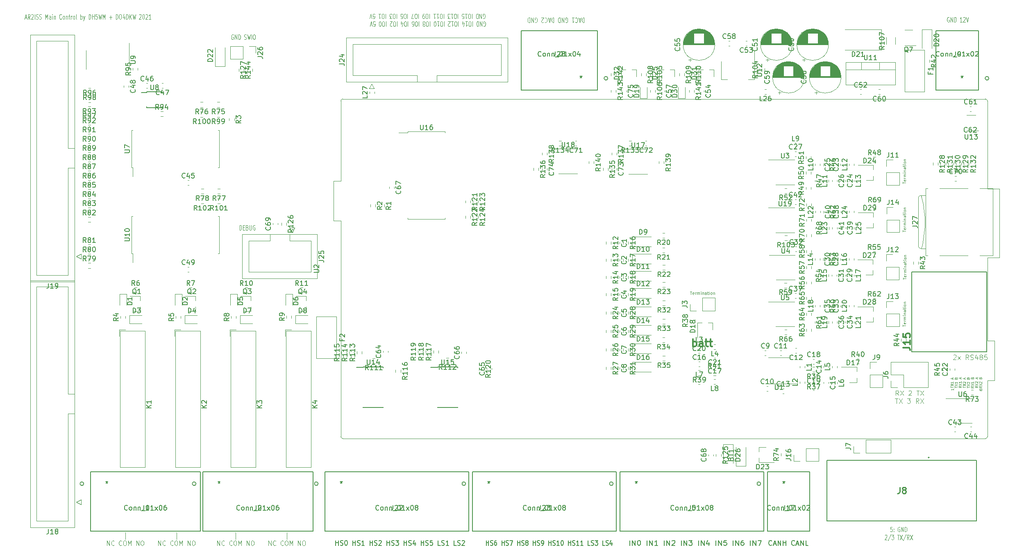
<source format=gbr>
%TF.GenerationSoftware,KiCad,Pcbnew,(5.1.9)-1*%
%TF.CreationDate,2021-05-20T19:37:26+02:00*%
%TF.ProjectId,AR2ISS_MainCTL_HW,41523249-5353-45f4-9d61-696e43544c5f,rev?*%
%TF.SameCoordinates,PXe448a9c0PYfd535690*%
%TF.FileFunction,Legend,Top*%
%TF.FilePolarity,Positive*%
%FSLAX46Y46*%
G04 Gerber Fmt 4.6, Leading zero omitted, Abs format (unit mm)*
G04 Created by KiCad (PCBNEW (5.1.9)-1) date 2021-05-20 19:37:26*
%MOMM*%
%LPD*%
G01*
G04 APERTURE LIST*
%ADD10C,0.125000*%
%ADD11C,0.090000*%
%ADD12C,0.100000*%
%ADD13C,0.150000*%
%ADD14C,0.300000*%
%ADD15C,0.120000*%
%ADD16C,0.152400*%
%ADD17C,0.200000*%
%ADD18C,0.254000*%
G04 APERTURE END LIST*
D10*
X700000Y110313333D02*
X1033334Y110313333D01*
X633334Y110027619D02*
X866667Y111027619D01*
X1100000Y110027619D01*
X1733334Y110027619D02*
X1500000Y110503809D01*
X1333334Y110027619D02*
X1333334Y111027619D01*
X1600000Y111027619D01*
X1666667Y110980000D01*
X1700000Y110932380D01*
X1733334Y110837142D01*
X1733334Y110694285D01*
X1700000Y110599047D01*
X1666667Y110551428D01*
X1600000Y110503809D01*
X1333334Y110503809D01*
X2000000Y110932380D02*
X2033334Y110980000D01*
X2100000Y111027619D01*
X2266667Y111027619D01*
X2333334Y110980000D01*
X2366667Y110932380D01*
X2400000Y110837142D01*
X2400000Y110741904D01*
X2366667Y110599047D01*
X1966667Y110027619D01*
X2400000Y110027619D01*
X2700000Y110027619D02*
X2700000Y111027619D01*
X3000000Y110075238D02*
X3100000Y110027619D01*
X3266667Y110027619D01*
X3333334Y110075238D01*
X3366667Y110122857D01*
X3400000Y110218095D01*
X3400000Y110313333D01*
X3366667Y110408571D01*
X3333334Y110456190D01*
X3266667Y110503809D01*
X3133334Y110551428D01*
X3066667Y110599047D01*
X3033334Y110646666D01*
X3000000Y110741904D01*
X3000000Y110837142D01*
X3033334Y110932380D01*
X3066667Y110980000D01*
X3133334Y111027619D01*
X3300000Y111027619D01*
X3400000Y110980000D01*
X3666667Y110075238D02*
X3766667Y110027619D01*
X3933334Y110027619D01*
X4000000Y110075238D01*
X4033334Y110122857D01*
X4066667Y110218095D01*
X4066667Y110313333D01*
X4033334Y110408571D01*
X4000000Y110456190D01*
X3933334Y110503809D01*
X3800000Y110551428D01*
X3733334Y110599047D01*
X3700000Y110646666D01*
X3666667Y110741904D01*
X3666667Y110837142D01*
X3700000Y110932380D01*
X3733334Y110980000D01*
X3800000Y111027619D01*
X3966667Y111027619D01*
X4066667Y110980000D01*
X4900000Y110027619D02*
X4900000Y111027619D01*
X5133334Y110313333D01*
X5366667Y111027619D01*
X5366667Y110027619D01*
X6000000Y110027619D02*
X6000000Y110551428D01*
X5966667Y110646666D01*
X5900000Y110694285D01*
X5766667Y110694285D01*
X5700000Y110646666D01*
X6000000Y110075238D02*
X5933334Y110027619D01*
X5766667Y110027619D01*
X5700000Y110075238D01*
X5666667Y110170476D01*
X5666667Y110265714D01*
X5700000Y110360952D01*
X5766667Y110408571D01*
X5933334Y110408571D01*
X6000000Y110456190D01*
X6333334Y110027619D02*
X6333334Y110694285D01*
X6333334Y111027619D02*
X6300000Y110980000D01*
X6333334Y110932380D01*
X6366667Y110980000D01*
X6333334Y111027619D01*
X6333334Y110932380D01*
X6666667Y110694285D02*
X6666667Y110027619D01*
X6666667Y110599047D02*
X6700000Y110646666D01*
X6766667Y110694285D01*
X6866667Y110694285D01*
X6933334Y110646666D01*
X6966667Y110551428D01*
X6966667Y110027619D01*
X8233334Y110122857D02*
X8200000Y110075238D01*
X8100000Y110027619D01*
X8033334Y110027619D01*
X7933334Y110075238D01*
X7866667Y110170476D01*
X7833334Y110265714D01*
X7800000Y110456190D01*
X7800000Y110599047D01*
X7833334Y110789523D01*
X7866667Y110884761D01*
X7933334Y110980000D01*
X8033334Y111027619D01*
X8100000Y111027619D01*
X8200000Y110980000D01*
X8233334Y110932380D01*
X8633334Y110027619D02*
X8566667Y110075238D01*
X8533334Y110122857D01*
X8500000Y110218095D01*
X8500000Y110503809D01*
X8533334Y110599047D01*
X8566667Y110646666D01*
X8633334Y110694285D01*
X8733334Y110694285D01*
X8800000Y110646666D01*
X8833334Y110599047D01*
X8866667Y110503809D01*
X8866667Y110218095D01*
X8833334Y110122857D01*
X8800000Y110075238D01*
X8733334Y110027619D01*
X8633334Y110027619D01*
X9166667Y110694285D02*
X9166667Y110027619D01*
X9166667Y110599047D02*
X9200000Y110646666D01*
X9266667Y110694285D01*
X9366667Y110694285D01*
X9433334Y110646666D01*
X9466667Y110551428D01*
X9466667Y110027619D01*
X9700000Y110694285D02*
X9966667Y110694285D01*
X9800000Y111027619D02*
X9800000Y110170476D01*
X9833334Y110075238D01*
X9900000Y110027619D01*
X9966667Y110027619D01*
X10200000Y110027619D02*
X10200000Y110694285D01*
X10200000Y110503809D02*
X10233334Y110599047D01*
X10266667Y110646666D01*
X10333334Y110694285D01*
X10400000Y110694285D01*
X10733334Y110027619D02*
X10666667Y110075238D01*
X10633334Y110122857D01*
X10600000Y110218095D01*
X10600000Y110503809D01*
X10633334Y110599047D01*
X10666667Y110646666D01*
X10733334Y110694285D01*
X10833334Y110694285D01*
X10900000Y110646666D01*
X10933334Y110599047D01*
X10966667Y110503809D01*
X10966667Y110218095D01*
X10933334Y110122857D01*
X10900000Y110075238D01*
X10833334Y110027619D01*
X10733334Y110027619D01*
X11366667Y110027619D02*
X11300000Y110075238D01*
X11266667Y110170476D01*
X11266667Y111027619D01*
X12166667Y110027619D02*
X12166667Y111027619D01*
X12166667Y110646666D02*
X12233334Y110694285D01*
X12366667Y110694285D01*
X12433334Y110646666D01*
X12466667Y110599047D01*
X12500000Y110503809D01*
X12500000Y110218095D01*
X12466667Y110122857D01*
X12433334Y110075238D01*
X12366667Y110027619D01*
X12233334Y110027619D01*
X12166667Y110075238D01*
X12733334Y110694285D02*
X12900000Y110027619D01*
X13066667Y110694285D02*
X12900000Y110027619D01*
X12833334Y109789523D01*
X12800000Y109741904D01*
X12733334Y109694285D01*
X13866667Y110027619D02*
X13866667Y111027619D01*
X14033334Y111027619D01*
X14133334Y110980000D01*
X14200000Y110884761D01*
X14233334Y110789523D01*
X14266667Y110599047D01*
X14266667Y110456190D01*
X14233334Y110265714D01*
X14200000Y110170476D01*
X14133334Y110075238D01*
X14033334Y110027619D01*
X13866667Y110027619D01*
X14566667Y110027619D02*
X14566667Y111027619D01*
X14566667Y110551428D02*
X14966667Y110551428D01*
X14966667Y110027619D02*
X14966667Y111027619D01*
X15633334Y111027619D02*
X15300000Y111027619D01*
X15266667Y110551428D01*
X15300000Y110599047D01*
X15366667Y110646666D01*
X15533334Y110646666D01*
X15600000Y110599047D01*
X15633334Y110551428D01*
X15666667Y110456190D01*
X15666667Y110218095D01*
X15633334Y110122857D01*
X15600000Y110075238D01*
X15533334Y110027619D01*
X15366667Y110027619D01*
X15300000Y110075238D01*
X15266667Y110122857D01*
X15900000Y111027619D02*
X16066667Y110027619D01*
X16200000Y110741904D01*
X16333334Y110027619D01*
X16500000Y111027619D01*
X16766667Y110027619D02*
X16766667Y111027619D01*
X17000000Y110313333D01*
X17233334Y111027619D01*
X17233334Y110027619D01*
X18100000Y110408571D02*
X18633334Y110408571D01*
X18366667Y110027619D02*
X18366667Y110789523D01*
X19500000Y110027619D02*
X19500000Y111027619D01*
X19666667Y111027619D01*
X19766667Y110980000D01*
X19833334Y110884761D01*
X19866667Y110789523D01*
X19900000Y110599047D01*
X19900000Y110456190D01*
X19866667Y110265714D01*
X19833334Y110170476D01*
X19766667Y110075238D01*
X19666667Y110027619D01*
X19500000Y110027619D01*
X20333334Y111027619D02*
X20466667Y111027619D01*
X20533334Y110980000D01*
X20600000Y110884761D01*
X20633334Y110694285D01*
X20633334Y110360952D01*
X20600000Y110170476D01*
X20533334Y110075238D01*
X20466667Y110027619D01*
X20333334Y110027619D01*
X20266667Y110075238D01*
X20200000Y110170476D01*
X20166667Y110360952D01*
X20166667Y110694285D01*
X20200000Y110884761D01*
X20266667Y110980000D01*
X20333334Y111027619D01*
X21233334Y110694285D02*
X21233334Y110027619D01*
X21066667Y111075238D02*
X20900000Y110360952D01*
X21333334Y110360952D01*
X21600000Y110027619D02*
X21600000Y111027619D01*
X21766667Y111027619D01*
X21866667Y110980000D01*
X21933334Y110884761D01*
X21966667Y110789523D01*
X22000000Y110599047D01*
X22000000Y110456190D01*
X21966667Y110265714D01*
X21933334Y110170476D01*
X21866667Y110075238D01*
X21766667Y110027619D01*
X21600000Y110027619D01*
X22300000Y110027619D02*
X22300000Y111027619D01*
X22700000Y110027619D02*
X22400000Y110599047D01*
X22700000Y111027619D02*
X22300000Y110456190D01*
X22933334Y111027619D02*
X23100000Y110027619D01*
X23233334Y110741904D01*
X23366667Y110027619D01*
X23533334Y111027619D01*
X24300000Y110932380D02*
X24333334Y110980000D01*
X24400000Y111027619D01*
X24566667Y111027619D01*
X24633334Y110980000D01*
X24666667Y110932380D01*
X24700000Y110837142D01*
X24700000Y110741904D01*
X24666667Y110599047D01*
X24266667Y110027619D01*
X24700000Y110027619D01*
X25133334Y111027619D02*
X25200000Y111027619D01*
X25266667Y110980000D01*
X25300000Y110932380D01*
X25333334Y110837142D01*
X25366667Y110646666D01*
X25366667Y110408571D01*
X25333334Y110218095D01*
X25300000Y110122857D01*
X25266667Y110075238D01*
X25200000Y110027619D01*
X25133334Y110027619D01*
X25066667Y110075238D01*
X25033334Y110122857D01*
X25000000Y110218095D01*
X24966667Y110408571D01*
X24966667Y110646666D01*
X25000000Y110837142D01*
X25033334Y110932380D01*
X25066667Y110980000D01*
X25133334Y111027619D01*
X25633334Y110932380D02*
X25666667Y110980000D01*
X25733334Y111027619D01*
X25900000Y111027619D01*
X25966667Y110980000D01*
X26000000Y110932380D01*
X26033334Y110837142D01*
X26033334Y110741904D01*
X26000000Y110599047D01*
X25600000Y110027619D01*
X26033334Y110027619D01*
X26700000Y110027619D02*
X26300000Y110027619D01*
X26500000Y110027619D02*
X26500000Y111027619D01*
X26433334Y110884761D01*
X26366667Y110789523D01*
X26300000Y110741904D01*
X95366667Y110180000D02*
X95433334Y110132380D01*
X95533334Y110132380D01*
X95633334Y110180000D01*
X95700000Y110275238D01*
X95733334Y110370476D01*
X95766667Y110560952D01*
X95766667Y110703809D01*
X95733334Y110894285D01*
X95700000Y110989523D01*
X95633334Y111084761D01*
X95533334Y111132380D01*
X95466667Y111132380D01*
X95366667Y111084761D01*
X95333334Y111037142D01*
X95333334Y110703809D01*
X95466667Y110703809D01*
X95033334Y111132380D02*
X95033334Y110132380D01*
X94633334Y111132380D01*
X94633334Y110132380D01*
X94300000Y111132380D02*
X94300000Y110132380D01*
X94133334Y110132380D01*
X94033334Y110180000D01*
X93966667Y110275238D01*
X93933334Y110370476D01*
X93900000Y110560952D01*
X93900000Y110703809D01*
X93933334Y110894285D01*
X93966667Y110989523D01*
X94033334Y111084761D01*
X94133334Y111132380D01*
X94300000Y111132380D01*
X93066667Y111132380D02*
X93066667Y110132380D01*
X92600000Y110132380D02*
X92466667Y110132380D01*
X92400000Y110180000D01*
X92333334Y110275238D01*
X92300000Y110465714D01*
X92300000Y110799047D01*
X92333334Y110989523D01*
X92400000Y111084761D01*
X92466667Y111132380D01*
X92600000Y111132380D01*
X92666667Y111084761D01*
X92733334Y110989523D01*
X92766667Y110799047D01*
X92766667Y110465714D01*
X92733334Y110275238D01*
X92666667Y110180000D01*
X92600000Y110132380D01*
X91633334Y111132380D02*
X92033334Y111132380D01*
X91833334Y111132380D02*
X91833334Y110132380D01*
X91900000Y110275238D01*
X91966667Y110370476D01*
X92033334Y110418095D01*
X91000000Y110132380D02*
X91333334Y110132380D01*
X91366667Y110608571D01*
X91333334Y110560952D01*
X91266667Y110513333D01*
X91100000Y110513333D01*
X91033334Y110560952D01*
X91000000Y110608571D01*
X90966667Y110703809D01*
X90966667Y110941904D01*
X91000000Y111037142D01*
X91033334Y111084761D01*
X91100000Y111132380D01*
X91266667Y111132380D01*
X91333334Y111084761D01*
X91366667Y111037142D01*
X90133334Y111132380D02*
X90133334Y110132380D01*
X89666667Y110132380D02*
X89533334Y110132380D01*
X89466667Y110180000D01*
X89400000Y110275238D01*
X89366667Y110465714D01*
X89366667Y110799047D01*
X89400000Y110989523D01*
X89466667Y111084761D01*
X89533334Y111132380D01*
X89666667Y111132380D01*
X89733334Y111084761D01*
X89800000Y110989523D01*
X89833334Y110799047D01*
X89833334Y110465714D01*
X89800000Y110275238D01*
X89733334Y110180000D01*
X89666667Y110132380D01*
X88700000Y111132380D02*
X89100000Y111132380D01*
X88900000Y111132380D02*
X88900000Y110132380D01*
X88966667Y110275238D01*
X89033334Y110370476D01*
X89100000Y110418095D01*
X88466667Y110132380D02*
X88033334Y110132380D01*
X88266667Y110513333D01*
X88166667Y110513333D01*
X88100000Y110560952D01*
X88066667Y110608571D01*
X88033334Y110703809D01*
X88033334Y110941904D01*
X88066667Y111037142D01*
X88100000Y111084761D01*
X88166667Y111132380D01*
X88366667Y111132380D01*
X88433334Y111084761D01*
X88466667Y111037142D01*
X87200000Y111132380D02*
X87200000Y110132380D01*
X86733334Y110132380D02*
X86600000Y110132380D01*
X86533334Y110180000D01*
X86466667Y110275238D01*
X86433334Y110465714D01*
X86433334Y110799047D01*
X86466667Y110989523D01*
X86533334Y111084761D01*
X86600000Y111132380D01*
X86733334Y111132380D01*
X86800000Y111084761D01*
X86866667Y110989523D01*
X86900000Y110799047D01*
X86900000Y110465714D01*
X86866667Y110275238D01*
X86800000Y110180000D01*
X86733334Y110132380D01*
X85766667Y111132380D02*
X86166667Y111132380D01*
X85966667Y111132380D02*
X85966667Y110132380D01*
X86033334Y110275238D01*
X86100000Y110370476D01*
X86166667Y110418095D01*
X85100000Y111132380D02*
X85500000Y111132380D01*
X85300000Y111132380D02*
X85300000Y110132380D01*
X85366667Y110275238D01*
X85433334Y110370476D01*
X85500000Y110418095D01*
X84266667Y111132380D02*
X84266667Y110132380D01*
X83800000Y110132380D02*
X83666667Y110132380D01*
X83600000Y110180000D01*
X83533334Y110275238D01*
X83500000Y110465714D01*
X83500000Y110799047D01*
X83533334Y110989523D01*
X83600000Y111084761D01*
X83666667Y111132380D01*
X83800000Y111132380D01*
X83866667Y111084761D01*
X83933334Y110989523D01*
X83966667Y110799047D01*
X83966667Y110465714D01*
X83933334Y110275238D01*
X83866667Y110180000D01*
X83800000Y110132380D01*
X83166667Y111132380D02*
X83033334Y111132380D01*
X82966667Y111084761D01*
X82933334Y111037142D01*
X82866667Y110894285D01*
X82833334Y110703809D01*
X82833334Y110322857D01*
X82866667Y110227619D01*
X82900000Y110180000D01*
X82966667Y110132380D01*
X83100000Y110132380D01*
X83166667Y110180000D01*
X83200000Y110227619D01*
X83233334Y110322857D01*
X83233334Y110560952D01*
X83200000Y110656190D01*
X83166667Y110703809D01*
X83100000Y110751428D01*
X82966667Y110751428D01*
X82900000Y110703809D01*
X82866667Y110656190D01*
X82833334Y110560952D01*
X82000000Y111132380D02*
X82000000Y110132380D01*
X81533334Y110132380D02*
X81400000Y110132380D01*
X81333334Y110180000D01*
X81266667Y110275238D01*
X81233334Y110465714D01*
X81233334Y110799047D01*
X81266667Y110989523D01*
X81333334Y111084761D01*
X81400000Y111132380D01*
X81533334Y111132380D01*
X81600000Y111084761D01*
X81666667Y110989523D01*
X81700000Y110799047D01*
X81700000Y110465714D01*
X81666667Y110275238D01*
X81600000Y110180000D01*
X81533334Y110132380D01*
X81000000Y110132380D02*
X80533334Y110132380D01*
X80833334Y111132380D01*
X79733334Y111132380D02*
X79733334Y110132380D01*
X79266667Y110132380D02*
X79133334Y110132380D01*
X79066667Y110180000D01*
X79000000Y110275238D01*
X78966667Y110465714D01*
X78966667Y110799047D01*
X79000000Y110989523D01*
X79066667Y111084761D01*
X79133334Y111132380D01*
X79266667Y111132380D01*
X79333334Y111084761D01*
X79400000Y110989523D01*
X79433334Y110799047D01*
X79433334Y110465714D01*
X79400000Y110275238D01*
X79333334Y110180000D01*
X79266667Y110132380D01*
X78333334Y110132380D02*
X78666667Y110132380D01*
X78700000Y110608571D01*
X78666667Y110560952D01*
X78600000Y110513333D01*
X78433334Y110513333D01*
X78366667Y110560952D01*
X78333334Y110608571D01*
X78300000Y110703809D01*
X78300000Y110941904D01*
X78333334Y111037142D01*
X78366667Y111084761D01*
X78433334Y111132380D01*
X78600000Y111132380D01*
X78666667Y111084761D01*
X78700000Y111037142D01*
X77466667Y111132380D02*
X77466667Y110132380D01*
X77000000Y110132380D02*
X76866667Y110132380D01*
X76800000Y110180000D01*
X76733334Y110275238D01*
X76700000Y110465714D01*
X76700000Y110799047D01*
X76733334Y110989523D01*
X76800000Y111084761D01*
X76866667Y111132380D01*
X77000000Y111132380D01*
X77066667Y111084761D01*
X77133334Y110989523D01*
X77166667Y110799047D01*
X77166667Y110465714D01*
X77133334Y110275238D01*
X77066667Y110180000D01*
X77000000Y110132380D01*
X76466667Y110132380D02*
X76033334Y110132380D01*
X76266667Y110513333D01*
X76166667Y110513333D01*
X76100000Y110560952D01*
X76066667Y110608571D01*
X76033334Y110703809D01*
X76033334Y110941904D01*
X76066667Y111037142D01*
X76100000Y111084761D01*
X76166667Y111132380D01*
X76366667Y111132380D01*
X76433334Y111084761D01*
X76466667Y111037142D01*
X75200000Y111132380D02*
X75200000Y110132380D01*
X74733334Y110132380D02*
X74600000Y110132380D01*
X74533334Y110180000D01*
X74466667Y110275238D01*
X74433334Y110465714D01*
X74433334Y110799047D01*
X74466667Y110989523D01*
X74533334Y111084761D01*
X74600000Y111132380D01*
X74733334Y111132380D01*
X74800000Y111084761D01*
X74866667Y110989523D01*
X74900000Y110799047D01*
X74900000Y110465714D01*
X74866667Y110275238D01*
X74800000Y110180000D01*
X74733334Y110132380D01*
X73766667Y111132380D02*
X74166667Y111132380D01*
X73966667Y111132380D02*
X73966667Y110132380D01*
X74033334Y110275238D01*
X74100000Y110370476D01*
X74166667Y110418095D01*
X72600000Y110132380D02*
X72933334Y110132380D01*
X72966667Y110608571D01*
X72933334Y110560952D01*
X72866667Y110513333D01*
X72700000Y110513333D01*
X72633334Y110560952D01*
X72600000Y110608571D01*
X72566667Y110703809D01*
X72566667Y110941904D01*
X72600000Y111037142D01*
X72633334Y111084761D01*
X72700000Y111132380D01*
X72866667Y111132380D01*
X72933334Y111084761D01*
X72966667Y111037142D01*
X72366667Y110132380D02*
X72133334Y111132380D01*
X71900000Y110132380D01*
D11*
X198140477Y33332380D02*
X198116667Y33284761D01*
X198092858Y33260952D01*
X198045239Y33237142D01*
X198021429Y33237142D01*
X197973810Y33260952D01*
X197950000Y33284761D01*
X197926191Y33332380D01*
X197926191Y33427619D01*
X197950000Y33475238D01*
X197973810Y33499047D01*
X198021429Y33522857D01*
X198045239Y33522857D01*
X198092858Y33499047D01*
X198116667Y33475238D01*
X198140477Y33427619D01*
X198140477Y33332380D01*
X198164286Y33284761D01*
X198188096Y33260952D01*
X198235715Y33237142D01*
X198330953Y33237142D01*
X198378572Y33260952D01*
X198402381Y33284761D01*
X198426191Y33332380D01*
X198426191Y33427619D01*
X198402381Y33475238D01*
X198378572Y33499047D01*
X198330953Y33522857D01*
X198235715Y33522857D01*
X198188096Y33499047D01*
X198164286Y33475238D01*
X198140477Y33427619D01*
X192526191Y33622857D02*
X192526191Y33337142D01*
X192526191Y33480000D02*
X192026191Y33480000D01*
X192097620Y33432380D01*
X192145239Y33384761D01*
X192169048Y33337142D01*
X191986191Y33856190D02*
X191986191Y34141904D01*
X192486191Y33999047D02*
X191986191Y33999047D01*
X191986191Y34260952D02*
X192486191Y34594285D01*
X191986191Y34594285D02*
X192486191Y34260952D01*
X192486191Y35046666D02*
X192486191Y34760952D01*
X192486191Y34903809D02*
X191986191Y34903809D01*
X192057620Y34856190D01*
X192105239Y34808571D01*
X192129048Y34760952D01*
X192343334Y35618095D02*
X192343334Y35856190D01*
X192486191Y35570476D02*
X191986191Y35737142D01*
X192486191Y35903809D01*
X192826191Y33820476D02*
X192826191Y34106190D01*
X193326191Y33963333D02*
X192826191Y33963333D01*
X192826191Y34225238D02*
X193326191Y34558571D01*
X192826191Y34558571D02*
X193326191Y34225238D01*
X193326191Y35010952D02*
X193326191Y34725238D01*
X193326191Y34868095D02*
X192826191Y34868095D01*
X192897620Y34820476D01*
X192945239Y34772857D01*
X192969048Y34725238D01*
X193064286Y35772857D02*
X193088096Y35844285D01*
X193111905Y35868095D01*
X193159524Y35891904D01*
X193230953Y35891904D01*
X193278572Y35868095D01*
X193302381Y35844285D01*
X193326191Y35796666D01*
X193326191Y35606190D01*
X192826191Y35606190D01*
X192826191Y35772857D01*
X192850000Y35820476D01*
X192873810Y35844285D01*
X192921429Y35868095D01*
X192969048Y35868095D01*
X193016667Y35844285D01*
X193040477Y35820476D01*
X193064286Y35772857D01*
X193064286Y35606190D01*
X194166191Y34153809D02*
X193928096Y33987142D01*
X194166191Y33868095D02*
X193666191Y33868095D01*
X193666191Y34058571D01*
X193690000Y34106190D01*
X193713810Y34130000D01*
X193761429Y34153809D01*
X193832858Y34153809D01*
X193880477Y34130000D01*
X193904286Y34106190D01*
X193928096Y34058571D01*
X193928096Y33868095D01*
X193666191Y34320476D02*
X194166191Y34653809D01*
X193666191Y34653809D02*
X194166191Y34320476D01*
X194166191Y35106190D02*
X194166191Y34820476D01*
X194166191Y34963333D02*
X193666191Y34963333D01*
X193737620Y34915714D01*
X193785239Y34868095D01*
X193809048Y34820476D01*
X194023334Y35677619D02*
X194023334Y35915714D01*
X194166191Y35630000D02*
X193666191Y35796666D01*
X194166191Y35963333D01*
X194506191Y33856190D02*
X194506191Y34141904D01*
X195006191Y33999047D02*
X194506191Y33999047D01*
X194506191Y34260952D02*
X195006191Y34594285D01*
X194506191Y34594285D02*
X195006191Y34260952D01*
X194553810Y34760952D02*
X194530000Y34784761D01*
X194506191Y34832380D01*
X194506191Y34951428D01*
X194530000Y34999047D01*
X194553810Y35022857D01*
X194601429Y35046666D01*
X194649048Y35046666D01*
X194720477Y35022857D01*
X195006191Y34737142D01*
X195006191Y35046666D01*
X194863334Y35618095D02*
X194863334Y35856190D01*
X195006191Y35570476D02*
X194506191Y35737142D01*
X195006191Y35903809D01*
X195346191Y33820476D02*
X195346191Y34106190D01*
X195846191Y33963333D02*
X195346191Y33963333D01*
X195346191Y34225238D02*
X195846191Y34558571D01*
X195346191Y34558571D02*
X195846191Y34225238D01*
X195393810Y34725238D02*
X195370000Y34749047D01*
X195346191Y34796666D01*
X195346191Y34915714D01*
X195370000Y34963333D01*
X195393810Y34987142D01*
X195441429Y35010952D01*
X195489048Y35010952D01*
X195560477Y34987142D01*
X195846191Y34701428D01*
X195846191Y35010952D01*
X195584286Y35772857D02*
X195608096Y35844285D01*
X195631905Y35868095D01*
X195679524Y35891904D01*
X195750953Y35891904D01*
X195798572Y35868095D01*
X195822381Y35844285D01*
X195846191Y35796666D01*
X195846191Y35606190D01*
X195346191Y35606190D01*
X195346191Y35772857D01*
X195370000Y35820476D01*
X195393810Y35844285D01*
X195441429Y35868095D01*
X195489048Y35868095D01*
X195536667Y35844285D01*
X195560477Y35820476D01*
X195584286Y35772857D01*
X195584286Y35606190D01*
X196686191Y34118095D02*
X196448096Y33951428D01*
X196686191Y33832380D02*
X196186191Y33832380D01*
X196186191Y34022857D01*
X196210000Y34070476D01*
X196233810Y34094285D01*
X196281429Y34118095D01*
X196352858Y34118095D01*
X196400477Y34094285D01*
X196424286Y34070476D01*
X196448096Y34022857D01*
X196448096Y33832380D01*
X196186191Y34284761D02*
X196686191Y34618095D01*
X196186191Y34618095D02*
X196686191Y34284761D01*
X196686191Y35070476D02*
X196686191Y34784761D01*
X196686191Y34927619D02*
X196186191Y34927619D01*
X196257620Y34880000D01*
X196305239Y34832380D01*
X196329048Y34784761D01*
X196424286Y35832380D02*
X196448096Y35903809D01*
X196471905Y35927619D01*
X196519524Y35951428D01*
X196590953Y35951428D01*
X196638572Y35927619D01*
X196662381Y35903809D01*
X196686191Y35856190D01*
X196686191Y35665714D01*
X196186191Y35665714D01*
X196186191Y35832380D01*
X196210000Y35879999D01*
X196233810Y35903809D01*
X196281429Y35927619D01*
X196329048Y35927619D01*
X196376667Y35903809D01*
X196400477Y35879999D01*
X196424286Y35832380D01*
X196424286Y35665714D01*
X197526191Y34153809D02*
X197288096Y33987142D01*
X197526191Y33868095D02*
X197026191Y33868095D01*
X197026191Y34058571D01*
X197050000Y34106190D01*
X197073810Y34130000D01*
X197121429Y34153809D01*
X197192858Y34153809D01*
X197240477Y34130000D01*
X197264286Y34106190D01*
X197288096Y34058571D01*
X197288096Y33868095D01*
X197026191Y34320476D02*
X197526191Y34653809D01*
X197026191Y34653809D02*
X197526191Y34320476D01*
X197073810Y34820476D02*
X197050000Y34844285D01*
X197026191Y34891904D01*
X197026191Y35010952D01*
X197050000Y35058571D01*
X197073810Y35082380D01*
X197121429Y35106190D01*
X197169048Y35106190D01*
X197240477Y35082380D01*
X197526191Y34796666D01*
X197526191Y35106190D01*
X197383334Y35677619D02*
X197383334Y35915714D01*
X197526191Y35630000D02*
X197026191Y35796666D01*
X197526191Y35963333D01*
X198366191Y34118095D02*
X198128096Y33951428D01*
X198366191Y33832380D02*
X197866191Y33832380D01*
X197866191Y34022857D01*
X197890000Y34070476D01*
X197913810Y34094285D01*
X197961429Y34118095D01*
X198032858Y34118095D01*
X198080477Y34094285D01*
X198104286Y34070476D01*
X198128096Y34022857D01*
X198128096Y33832380D01*
X197866191Y34284761D02*
X198366191Y34618095D01*
X197866191Y34618095D02*
X198366191Y34284761D01*
X197913810Y34784761D02*
X197890000Y34808571D01*
X197866191Y34856190D01*
X197866191Y34975238D01*
X197890000Y35022857D01*
X197913810Y35046666D01*
X197961429Y35070476D01*
X198009048Y35070476D01*
X198080477Y35046666D01*
X198366191Y34760952D01*
X198366191Y35070476D01*
X198104286Y35832380D02*
X198128096Y35903809D01*
X198151905Y35927619D01*
X198199524Y35951428D01*
X198270953Y35951428D01*
X198318572Y35927619D01*
X198342381Y35903809D01*
X198366191Y35856190D01*
X198366191Y35665714D01*
X197866191Y35665714D01*
X197866191Y35832380D01*
X197890000Y35880000D01*
X197913810Y35903809D01*
X197961429Y35927619D01*
X198009048Y35927619D01*
X198056667Y35903809D01*
X198080477Y35880000D01*
X198104286Y35832380D01*
X198104286Y35665714D01*
D10*
X192523810Y40532380D02*
X192571429Y40580000D01*
X192666667Y40627619D01*
X192904762Y40627619D01*
X193000000Y40580000D01*
X193047620Y40532380D01*
X193095239Y40437142D01*
X193095239Y40341904D01*
X193047620Y40199047D01*
X192476191Y39627619D01*
X193095239Y39627619D01*
X193428572Y39627619D02*
X193952381Y40294285D01*
X193428572Y40294285D02*
X193952381Y39627619D01*
X195666667Y39627619D02*
X195333334Y40103809D01*
X195095239Y39627619D02*
X195095239Y40627619D01*
X195476191Y40627619D01*
X195571429Y40580000D01*
X195619048Y40532380D01*
X195666667Y40437142D01*
X195666667Y40294285D01*
X195619048Y40199047D01*
X195571429Y40151428D01*
X195476191Y40103809D01*
X195095239Y40103809D01*
X196047620Y39675238D02*
X196190477Y39627619D01*
X196428572Y39627619D01*
X196523810Y39675238D01*
X196571429Y39722857D01*
X196619048Y39818095D01*
X196619048Y39913333D01*
X196571429Y40008571D01*
X196523810Y40056190D01*
X196428572Y40103809D01*
X196238096Y40151428D01*
X196142858Y40199047D01*
X196095239Y40246666D01*
X196047620Y40341904D01*
X196047620Y40437142D01*
X196095239Y40532380D01*
X196142858Y40580000D01*
X196238096Y40627619D01*
X196476191Y40627619D01*
X196619048Y40580000D01*
X197476191Y40294285D02*
X197476191Y39627619D01*
X197238096Y40675238D02*
X197000000Y39960952D01*
X197619048Y39960952D01*
X198142858Y40199047D02*
X198047620Y40246666D01*
X198000000Y40294285D01*
X197952381Y40389523D01*
X197952381Y40437142D01*
X198000000Y40532380D01*
X198047620Y40580000D01*
X198142858Y40627619D01*
X198333334Y40627619D01*
X198428572Y40580000D01*
X198476191Y40532380D01*
X198523810Y40437142D01*
X198523810Y40389523D01*
X198476191Y40294285D01*
X198428572Y40246666D01*
X198333334Y40199047D01*
X198142858Y40199047D01*
X198047620Y40151428D01*
X198000000Y40103809D01*
X197952381Y40008571D01*
X197952381Y39818095D01*
X198000000Y39722857D01*
X198047620Y39675238D01*
X198142858Y39627619D01*
X198333334Y39627619D01*
X198428572Y39675238D01*
X198476191Y39722857D01*
X198523810Y39818095D01*
X198523810Y40008571D01*
X198476191Y40103809D01*
X198428572Y40151428D01*
X198333334Y40199047D01*
X199428572Y40627619D02*
X198952381Y40627619D01*
X198904762Y40151428D01*
X198952381Y40199047D01*
X199047620Y40246666D01*
X199285715Y40246666D01*
X199380953Y40199047D01*
X199428572Y40151428D01*
X199476191Y40056190D01*
X199476191Y39818095D01*
X199428572Y39722857D01*
X199380953Y39675238D01*
X199285715Y39627619D01*
X199047620Y39627619D01*
X198952381Y39675238D01*
X198904762Y39722857D01*
D12*
X182071429Y76022857D02*
X182071429Y76365714D01*
X182671429Y76194285D02*
X182071429Y76194285D01*
X182642858Y76794285D02*
X182671429Y76737142D01*
X182671429Y76622857D01*
X182642858Y76565714D01*
X182585715Y76537142D01*
X182357143Y76537142D01*
X182300000Y76565714D01*
X182271429Y76622857D01*
X182271429Y76737142D01*
X182300000Y76794285D01*
X182357143Y76822857D01*
X182414286Y76822857D01*
X182471429Y76537142D01*
X182671429Y77080000D02*
X182271429Y77080000D01*
X182385715Y77080000D02*
X182328572Y77108571D01*
X182300000Y77137142D01*
X182271429Y77194285D01*
X182271429Y77251428D01*
X182671429Y77451428D02*
X182271429Y77451428D01*
X182328572Y77451428D02*
X182300000Y77480000D01*
X182271429Y77537142D01*
X182271429Y77622857D01*
X182300000Y77680000D01*
X182357143Y77708571D01*
X182671429Y77708571D01*
X182357143Y77708571D02*
X182300000Y77737142D01*
X182271429Y77794285D01*
X182271429Y77880000D01*
X182300000Y77937142D01*
X182357143Y77965714D01*
X182671429Y77965714D01*
X182671429Y78251428D02*
X182271429Y78251428D01*
X182071429Y78251428D02*
X182100000Y78222857D01*
X182128572Y78251428D01*
X182100000Y78280000D01*
X182071429Y78251428D01*
X182128572Y78251428D01*
X182271429Y78537142D02*
X182671429Y78537142D01*
X182328572Y78537142D02*
X182300000Y78565714D01*
X182271429Y78622857D01*
X182271429Y78708571D01*
X182300000Y78765714D01*
X182357143Y78794285D01*
X182671429Y78794285D01*
X182671429Y79337142D02*
X182357143Y79337142D01*
X182300000Y79308571D01*
X182271429Y79251428D01*
X182271429Y79137142D01*
X182300000Y79080000D01*
X182642858Y79337142D02*
X182671429Y79280000D01*
X182671429Y79137142D01*
X182642858Y79080000D01*
X182585715Y79051428D01*
X182528572Y79051428D01*
X182471429Y79080000D01*
X182442858Y79137142D01*
X182442858Y79280000D01*
X182414286Y79337142D01*
X182271429Y79537142D02*
X182271429Y79765714D01*
X182071429Y79622857D02*
X182585715Y79622857D01*
X182642858Y79651428D01*
X182671429Y79708571D01*
X182671429Y79765714D01*
X182671429Y79965714D02*
X182271429Y79965714D01*
X182071429Y79965714D02*
X182100000Y79937142D01*
X182128572Y79965714D01*
X182100000Y79994285D01*
X182071429Y79965714D01*
X182128572Y79965714D01*
X182671429Y80337142D02*
X182642858Y80280000D01*
X182614286Y80251428D01*
X182557143Y80222857D01*
X182385715Y80222857D01*
X182328572Y80251428D01*
X182300000Y80280000D01*
X182271429Y80337142D01*
X182271429Y80422857D01*
X182300000Y80480000D01*
X182328572Y80508571D01*
X182385715Y80537142D01*
X182557143Y80537142D01*
X182614286Y80508571D01*
X182642858Y80480000D01*
X182671429Y80422857D01*
X182671429Y80337142D01*
X182271429Y80794285D02*
X182671429Y80794285D01*
X182328572Y80794285D02*
X182300000Y80822857D01*
X182271429Y80880000D01*
X182271429Y80965714D01*
X182300000Y81022857D01*
X182357143Y81051428D01*
X182671429Y81051428D01*
X182071429Y66022857D02*
X182071429Y66365714D01*
X182671429Y66194285D02*
X182071429Y66194285D01*
X182642858Y66794285D02*
X182671429Y66737142D01*
X182671429Y66622857D01*
X182642858Y66565714D01*
X182585715Y66537142D01*
X182357143Y66537142D01*
X182300000Y66565714D01*
X182271429Y66622857D01*
X182271429Y66737142D01*
X182300000Y66794285D01*
X182357143Y66822857D01*
X182414286Y66822857D01*
X182471429Y66537142D01*
X182671429Y67080000D02*
X182271429Y67080000D01*
X182385715Y67080000D02*
X182328572Y67108571D01*
X182300000Y67137142D01*
X182271429Y67194285D01*
X182271429Y67251428D01*
X182671429Y67451428D02*
X182271429Y67451428D01*
X182328572Y67451428D02*
X182300000Y67480000D01*
X182271429Y67537142D01*
X182271429Y67622857D01*
X182300000Y67680000D01*
X182357143Y67708571D01*
X182671429Y67708571D01*
X182357143Y67708571D02*
X182300000Y67737142D01*
X182271429Y67794285D01*
X182271429Y67880000D01*
X182300000Y67937142D01*
X182357143Y67965714D01*
X182671429Y67965714D01*
X182671429Y68251428D02*
X182271429Y68251428D01*
X182071429Y68251428D02*
X182100000Y68222857D01*
X182128572Y68251428D01*
X182100000Y68280000D01*
X182071429Y68251428D01*
X182128572Y68251428D01*
X182271429Y68537142D02*
X182671429Y68537142D01*
X182328572Y68537142D02*
X182300000Y68565714D01*
X182271429Y68622857D01*
X182271429Y68708571D01*
X182300000Y68765714D01*
X182357143Y68794285D01*
X182671429Y68794285D01*
X182671429Y69337142D02*
X182357143Y69337142D01*
X182300000Y69308571D01*
X182271429Y69251428D01*
X182271429Y69137142D01*
X182300000Y69080000D01*
X182642858Y69337142D02*
X182671429Y69280000D01*
X182671429Y69137142D01*
X182642858Y69080000D01*
X182585715Y69051428D01*
X182528572Y69051428D01*
X182471429Y69080000D01*
X182442858Y69137142D01*
X182442858Y69280000D01*
X182414286Y69337142D01*
X182271429Y69537142D02*
X182271429Y69765714D01*
X182071429Y69622857D02*
X182585715Y69622857D01*
X182642858Y69651428D01*
X182671429Y69708571D01*
X182671429Y69765714D01*
X182671429Y69965714D02*
X182271429Y69965714D01*
X182071429Y69965714D02*
X182100000Y69937142D01*
X182128572Y69965714D01*
X182100000Y69994285D01*
X182071429Y69965714D01*
X182128572Y69965714D01*
X182671429Y70337142D02*
X182642858Y70280000D01*
X182614286Y70251428D01*
X182557143Y70222857D01*
X182385715Y70222857D01*
X182328572Y70251428D01*
X182300000Y70280000D01*
X182271429Y70337142D01*
X182271429Y70422857D01*
X182300000Y70480000D01*
X182328572Y70508571D01*
X182385715Y70537142D01*
X182557143Y70537142D01*
X182614286Y70508571D01*
X182642858Y70480000D01*
X182671429Y70422857D01*
X182671429Y70337142D01*
X182271429Y70794285D02*
X182671429Y70794285D01*
X182328572Y70794285D02*
X182300000Y70822857D01*
X182271429Y70880000D01*
X182271429Y70965714D01*
X182300000Y71022857D01*
X182357143Y71051428D01*
X182671429Y71051428D01*
X182171429Y56222857D02*
X182171429Y56565714D01*
X182771429Y56394285D02*
X182171429Y56394285D01*
X182742858Y56994285D02*
X182771429Y56937142D01*
X182771429Y56822857D01*
X182742858Y56765714D01*
X182685715Y56737142D01*
X182457143Y56737142D01*
X182400000Y56765714D01*
X182371429Y56822857D01*
X182371429Y56937142D01*
X182400000Y56994285D01*
X182457143Y57022857D01*
X182514286Y57022857D01*
X182571429Y56737142D01*
X182771429Y57280000D02*
X182371429Y57280000D01*
X182485715Y57280000D02*
X182428572Y57308571D01*
X182400000Y57337142D01*
X182371429Y57394285D01*
X182371429Y57451428D01*
X182771429Y57651428D02*
X182371429Y57651428D01*
X182428572Y57651428D02*
X182400000Y57680000D01*
X182371429Y57737142D01*
X182371429Y57822857D01*
X182400000Y57880000D01*
X182457143Y57908571D01*
X182771429Y57908571D01*
X182457143Y57908571D02*
X182400000Y57937142D01*
X182371429Y57994285D01*
X182371429Y58080000D01*
X182400000Y58137142D01*
X182457143Y58165714D01*
X182771429Y58165714D01*
X182771429Y58451428D02*
X182371429Y58451428D01*
X182171429Y58451428D02*
X182200000Y58422857D01*
X182228572Y58451428D01*
X182200000Y58480000D01*
X182171429Y58451428D01*
X182228572Y58451428D01*
X182371429Y58737142D02*
X182771429Y58737142D01*
X182428572Y58737142D02*
X182400000Y58765714D01*
X182371429Y58822857D01*
X182371429Y58908571D01*
X182400000Y58965714D01*
X182457143Y58994285D01*
X182771429Y58994285D01*
X182771429Y59537142D02*
X182457143Y59537142D01*
X182400000Y59508571D01*
X182371429Y59451428D01*
X182371429Y59337142D01*
X182400000Y59280000D01*
X182742858Y59537142D02*
X182771429Y59480000D01*
X182771429Y59337142D01*
X182742858Y59280000D01*
X182685715Y59251428D01*
X182628572Y59251428D01*
X182571429Y59280000D01*
X182542858Y59337142D01*
X182542858Y59480000D01*
X182514286Y59537142D01*
X182371429Y59737142D02*
X182371429Y59965714D01*
X182171429Y59822857D02*
X182685715Y59822857D01*
X182742858Y59851428D01*
X182771429Y59908571D01*
X182771429Y59965714D01*
X182771429Y60165714D02*
X182371429Y60165714D01*
X182171429Y60165714D02*
X182200000Y60137142D01*
X182228572Y60165714D01*
X182200000Y60194285D01*
X182171429Y60165714D01*
X182228572Y60165714D01*
X182771429Y60537142D02*
X182742858Y60480000D01*
X182714286Y60451428D01*
X182657143Y60422857D01*
X182485715Y60422857D01*
X182428572Y60451428D01*
X182400000Y60480000D01*
X182371429Y60537142D01*
X182371429Y60622857D01*
X182400000Y60680000D01*
X182428572Y60708571D01*
X182485715Y60737142D01*
X182657143Y60737142D01*
X182714286Y60708571D01*
X182742858Y60680000D01*
X182771429Y60622857D01*
X182771429Y60537142D01*
X182371429Y60994285D02*
X182771429Y60994285D01*
X182428572Y60994285D02*
X182400000Y61022857D01*
X182371429Y61080000D01*
X182371429Y61165714D01*
X182400000Y61222857D01*
X182457143Y61251428D01*
X182771429Y61251428D01*
X182071429Y46522857D02*
X182071429Y46865714D01*
X182671429Y46694285D02*
X182071429Y46694285D01*
X182642858Y47294285D02*
X182671429Y47237142D01*
X182671429Y47122857D01*
X182642858Y47065714D01*
X182585715Y47037142D01*
X182357143Y47037142D01*
X182300000Y47065714D01*
X182271429Y47122857D01*
X182271429Y47237142D01*
X182300000Y47294285D01*
X182357143Y47322857D01*
X182414286Y47322857D01*
X182471429Y47037142D01*
X182671429Y47580000D02*
X182271429Y47580000D01*
X182385715Y47580000D02*
X182328572Y47608571D01*
X182300000Y47637142D01*
X182271429Y47694285D01*
X182271429Y47751428D01*
X182671429Y47951428D02*
X182271429Y47951428D01*
X182328572Y47951428D02*
X182300000Y47980000D01*
X182271429Y48037142D01*
X182271429Y48122857D01*
X182300000Y48180000D01*
X182357143Y48208571D01*
X182671429Y48208571D01*
X182357143Y48208571D02*
X182300000Y48237142D01*
X182271429Y48294285D01*
X182271429Y48380000D01*
X182300000Y48437142D01*
X182357143Y48465714D01*
X182671429Y48465714D01*
X182671429Y48751428D02*
X182271429Y48751428D01*
X182071429Y48751428D02*
X182100000Y48722857D01*
X182128572Y48751428D01*
X182100000Y48780000D01*
X182071429Y48751428D01*
X182128572Y48751428D01*
X182271429Y49037142D02*
X182671429Y49037142D01*
X182328572Y49037142D02*
X182300000Y49065714D01*
X182271429Y49122857D01*
X182271429Y49208571D01*
X182300000Y49265714D01*
X182357143Y49294285D01*
X182671429Y49294285D01*
X182671429Y49837142D02*
X182357143Y49837142D01*
X182300000Y49808571D01*
X182271429Y49751428D01*
X182271429Y49637142D01*
X182300000Y49580000D01*
X182642858Y49837142D02*
X182671429Y49780000D01*
X182671429Y49637142D01*
X182642858Y49580000D01*
X182585715Y49551428D01*
X182528572Y49551428D01*
X182471429Y49580000D01*
X182442858Y49637142D01*
X182442858Y49780000D01*
X182414286Y49837142D01*
X182271429Y50037142D02*
X182271429Y50265714D01*
X182071429Y50122857D02*
X182585715Y50122857D01*
X182642858Y50151428D01*
X182671429Y50208571D01*
X182671429Y50265714D01*
X182671429Y50465714D02*
X182271429Y50465714D01*
X182071429Y50465714D02*
X182100000Y50437142D01*
X182128572Y50465714D01*
X182100000Y50494285D01*
X182071429Y50465714D01*
X182128572Y50465714D01*
X182671429Y50837142D02*
X182642858Y50780000D01*
X182614286Y50751428D01*
X182557143Y50722857D01*
X182385715Y50722857D01*
X182328572Y50751428D01*
X182300000Y50780000D01*
X182271429Y50837142D01*
X182271429Y50922857D01*
X182300000Y50980000D01*
X182328572Y51008571D01*
X182385715Y51037142D01*
X182557143Y51037142D01*
X182614286Y51008571D01*
X182642858Y50980000D01*
X182671429Y50922857D01*
X182671429Y50837142D01*
X182271429Y51294285D02*
X182671429Y51294285D01*
X182328572Y51294285D02*
X182300000Y51322857D01*
X182271429Y51380000D01*
X182271429Y51465714D01*
X182300000Y51522857D01*
X182357143Y51551428D01*
X182671429Y51551428D01*
X138142858Y53708571D02*
X138485715Y53708571D01*
X138314286Y53108571D02*
X138314286Y53708571D01*
X138914286Y53137142D02*
X138857143Y53108571D01*
X138742858Y53108571D01*
X138685715Y53137142D01*
X138657143Y53194285D01*
X138657143Y53422857D01*
X138685715Y53480000D01*
X138742858Y53508571D01*
X138857143Y53508571D01*
X138914286Y53480000D01*
X138942858Y53422857D01*
X138942858Y53365714D01*
X138657143Y53308571D01*
X139200000Y53108571D02*
X139200000Y53508571D01*
X139200000Y53394285D02*
X139228572Y53451428D01*
X139257143Y53480000D01*
X139314286Y53508571D01*
X139371429Y53508571D01*
X139571429Y53108571D02*
X139571429Y53508571D01*
X139571429Y53451428D02*
X139600000Y53480000D01*
X139657143Y53508571D01*
X139742858Y53508571D01*
X139800000Y53480000D01*
X139828572Y53422857D01*
X139828572Y53108571D01*
X139828572Y53422857D02*
X139857143Y53480000D01*
X139914286Y53508571D01*
X140000000Y53508571D01*
X140057143Y53480000D01*
X140085715Y53422857D01*
X140085715Y53108571D01*
X140371429Y53108571D02*
X140371429Y53508571D01*
X140371429Y53708571D02*
X140342858Y53680000D01*
X140371429Y53651428D01*
X140400000Y53680000D01*
X140371429Y53708571D01*
X140371429Y53651428D01*
X140657143Y53508571D02*
X140657143Y53108571D01*
X140657143Y53451428D02*
X140685715Y53480000D01*
X140742858Y53508571D01*
X140828572Y53508571D01*
X140885715Y53480000D01*
X140914286Y53422857D01*
X140914286Y53108571D01*
X141457143Y53108571D02*
X141457143Y53422857D01*
X141428572Y53480000D01*
X141371429Y53508571D01*
X141257143Y53508571D01*
X141200000Y53480000D01*
X141457143Y53137142D02*
X141400000Y53108571D01*
X141257143Y53108571D01*
X141200000Y53137142D01*
X141171429Y53194285D01*
X141171429Y53251428D01*
X141200000Y53308571D01*
X141257143Y53337142D01*
X141400000Y53337142D01*
X141457143Y53365714D01*
X141657143Y53508571D02*
X141885715Y53508571D01*
X141742858Y53708571D02*
X141742858Y53194285D01*
X141771429Y53137142D01*
X141828572Y53108571D01*
X141885715Y53108571D01*
X142085715Y53108571D02*
X142085715Y53508571D01*
X142085715Y53708571D02*
X142057143Y53680000D01*
X142085715Y53651428D01*
X142114286Y53680000D01*
X142085715Y53708571D01*
X142085715Y53651428D01*
X142457143Y53108571D02*
X142400000Y53137142D01*
X142371429Y53165714D01*
X142342858Y53222857D01*
X142342858Y53394285D01*
X142371429Y53451428D01*
X142400000Y53480000D01*
X142457143Y53508571D01*
X142542858Y53508571D01*
X142600000Y53480000D01*
X142628572Y53451428D01*
X142657143Y53394285D01*
X142657143Y53222857D01*
X142628572Y53165714D01*
X142600000Y53137142D01*
X142542858Y53108571D01*
X142457143Y53108571D01*
X142914286Y53508571D02*
X142914286Y53108571D01*
X142914286Y53451428D02*
X142942858Y53480000D01*
X143000000Y53508571D01*
X143085715Y53508571D01*
X143142858Y53480000D01*
X143171429Y53422857D01*
X143171429Y53108571D01*
D10*
X181190774Y32240119D02*
X180857441Y32716309D01*
X180619346Y32240119D02*
X180619346Y33240119D01*
X181000298Y33240119D01*
X181095536Y33192500D01*
X181143155Y33144880D01*
X181190774Y33049642D01*
X181190774Y32906785D01*
X181143155Y32811547D01*
X181095536Y32763928D01*
X181000298Y32716309D01*
X180619346Y32716309D01*
X181524108Y33240119D02*
X182190774Y32240119D01*
X182190774Y33240119D02*
X181524108Y32240119D01*
X183286012Y33144880D02*
X183333631Y33192500D01*
X183428870Y33240119D01*
X183666965Y33240119D01*
X183762203Y33192500D01*
X183809822Y33144880D01*
X183857441Y33049642D01*
X183857441Y32954404D01*
X183809822Y32811547D01*
X183238393Y32240119D01*
X183857441Y32240119D01*
X184905060Y33240119D02*
X185476489Y33240119D01*
X185190774Y32240119D02*
X185190774Y33240119D01*
X185714584Y33240119D02*
X186381250Y32240119D01*
X186381250Y33240119D02*
X185714584Y32240119D01*
X180476489Y31615119D02*
X181047917Y31615119D01*
X180762203Y30615119D02*
X180762203Y31615119D01*
X181286012Y31615119D02*
X181952679Y30615119D01*
X181952679Y31615119D02*
X181286012Y30615119D01*
X183000298Y31615119D02*
X183619346Y31615119D01*
X183286012Y31234166D01*
X183428870Y31234166D01*
X183524108Y31186547D01*
X183571727Y31138928D01*
X183619346Y31043690D01*
X183619346Y30805595D01*
X183571727Y30710357D01*
X183524108Y30662738D01*
X183428870Y30615119D01*
X183143155Y30615119D01*
X183047917Y30662738D01*
X183000298Y30710357D01*
X185381250Y30615119D02*
X185047917Y31091309D01*
X184809822Y30615119D02*
X184809822Y31615119D01*
X185190774Y31615119D01*
X185286012Y31567500D01*
X185333631Y31519880D01*
X185381250Y31424642D01*
X185381250Y31281785D01*
X185333631Y31186547D01*
X185286012Y31138928D01*
X185190774Y31091309D01*
X184809822Y31091309D01*
X185714584Y31615119D02*
X186381250Y30615119D01*
X186381250Y31615119D02*
X185714584Y30615119D01*
X179866667Y5040119D02*
X179533334Y5040119D01*
X179500000Y4563928D01*
X179533334Y4611547D01*
X179600000Y4659166D01*
X179766667Y4659166D01*
X179833334Y4611547D01*
X179866667Y4563928D01*
X179900000Y4468690D01*
X179900000Y4230595D01*
X179866667Y4135357D01*
X179833334Y4087738D01*
X179766667Y4040119D01*
X179600000Y4040119D01*
X179533334Y4087738D01*
X179500000Y4135357D01*
X180200000Y4135357D02*
X180233334Y4087738D01*
X180200000Y4040119D01*
X180166667Y4087738D01*
X180200000Y4135357D01*
X180200000Y4040119D01*
X180200000Y4659166D02*
X180233334Y4611547D01*
X180200000Y4563928D01*
X180166667Y4611547D01*
X180200000Y4659166D01*
X180200000Y4563928D01*
X181433334Y4992500D02*
X181366667Y5040119D01*
X181266667Y5040119D01*
X181166667Y4992500D01*
X181100000Y4897261D01*
X181066667Y4802023D01*
X181033334Y4611547D01*
X181033334Y4468690D01*
X181066667Y4278214D01*
X181100000Y4182976D01*
X181166667Y4087738D01*
X181266667Y4040119D01*
X181333334Y4040119D01*
X181433334Y4087738D01*
X181466667Y4135357D01*
X181466667Y4468690D01*
X181333334Y4468690D01*
X181766667Y4040119D02*
X181766667Y5040119D01*
X182166667Y4040119D01*
X182166667Y5040119D01*
X182500000Y4040119D02*
X182500000Y5040119D01*
X182666667Y5040119D01*
X182766667Y4992500D01*
X182833334Y4897261D01*
X182866667Y4802023D01*
X182900000Y4611547D01*
X182900000Y4468690D01*
X182866667Y4278214D01*
X182833334Y4182976D01*
X182766667Y4087738D01*
X182666667Y4040119D01*
X182500000Y4040119D01*
X178383334Y3319880D02*
X178416667Y3367500D01*
X178483334Y3415119D01*
X178650000Y3415119D01*
X178716667Y3367500D01*
X178750000Y3319880D01*
X178783334Y3224642D01*
X178783334Y3129404D01*
X178750000Y2986547D01*
X178350000Y2415119D01*
X178783334Y2415119D01*
X179583334Y3462738D02*
X178983334Y2177023D01*
X179750000Y3415119D02*
X180183334Y3415119D01*
X179950000Y3034166D01*
X180050000Y3034166D01*
X180116667Y2986547D01*
X180150000Y2938928D01*
X180183334Y2843690D01*
X180183334Y2605595D01*
X180150000Y2510357D01*
X180116667Y2462738D01*
X180050000Y2415119D01*
X179850000Y2415119D01*
X179783334Y2462738D01*
X179750000Y2510357D01*
X180916667Y3415119D02*
X181316667Y3415119D01*
X181116667Y2415119D02*
X181116667Y3415119D01*
X181483334Y3415119D02*
X181950000Y2415119D01*
X181950000Y3415119D02*
X181483334Y2415119D01*
X182716667Y3462738D02*
X182116667Y2177023D01*
X183350000Y2415119D02*
X183116667Y2891309D01*
X182950000Y2415119D02*
X182950000Y3415119D01*
X183216667Y3415119D01*
X183283334Y3367500D01*
X183316667Y3319880D01*
X183350000Y3224642D01*
X183350000Y3081785D01*
X183316667Y2986547D01*
X183283334Y2938928D01*
X183216667Y2891309D01*
X182950000Y2891309D01*
X183583334Y3415119D02*
X184050000Y2415119D01*
X184050000Y3415119D02*
X183583334Y2415119D01*
X45033334Y66427619D02*
X45033334Y67427619D01*
X45200000Y67427619D01*
X45300000Y67380000D01*
X45366667Y67284761D01*
X45400000Y67189523D01*
X45433334Y66999047D01*
X45433334Y66856190D01*
X45400000Y66665714D01*
X45366667Y66570476D01*
X45300000Y66475238D01*
X45200000Y66427619D01*
X45033334Y66427619D01*
X45733334Y66951428D02*
X45966667Y66951428D01*
X46066667Y66427619D02*
X45733334Y66427619D01*
X45733334Y67427619D01*
X46066667Y67427619D01*
X46600000Y66951428D02*
X46700000Y66903809D01*
X46733334Y66856190D01*
X46766667Y66760952D01*
X46766667Y66618095D01*
X46733334Y66522857D01*
X46700000Y66475238D01*
X46633334Y66427619D01*
X46366667Y66427619D01*
X46366667Y67427619D01*
X46600000Y67427619D01*
X46666667Y67380000D01*
X46700000Y67332380D01*
X46733334Y67237142D01*
X46733334Y67141904D01*
X46700000Y67046666D01*
X46666667Y66999047D01*
X46600000Y66951428D01*
X46366667Y66951428D01*
X47066667Y67427619D02*
X47066667Y66618095D01*
X47100000Y66522857D01*
X47133334Y66475238D01*
X47200000Y66427619D01*
X47333334Y66427619D01*
X47400000Y66475238D01*
X47433334Y66522857D01*
X47466667Y66618095D01*
X47466667Y67427619D01*
X48166667Y67380000D02*
X48100000Y67427619D01*
X48000000Y67427619D01*
X47900000Y67380000D01*
X47833334Y67284761D01*
X47800000Y67189523D01*
X47766667Y66999047D01*
X47766667Y66856190D01*
X47800000Y66665714D01*
X47833334Y66570476D01*
X47900000Y66475238D01*
X48000000Y66427619D01*
X48066667Y66427619D01*
X48166667Y66475238D01*
X48200000Y66522857D01*
X48200000Y66856190D01*
X48066667Y66856190D01*
X43733334Y106780000D02*
X43666667Y106827619D01*
X43566667Y106827619D01*
X43466667Y106780000D01*
X43400000Y106684761D01*
X43366667Y106589523D01*
X43333334Y106399047D01*
X43333334Y106256190D01*
X43366667Y106065714D01*
X43400000Y105970476D01*
X43466667Y105875238D01*
X43566667Y105827619D01*
X43633334Y105827619D01*
X43733334Y105875238D01*
X43766667Y105922857D01*
X43766667Y106256190D01*
X43633334Y106256190D01*
X44066667Y105827619D02*
X44066667Y106827619D01*
X44466667Y105827619D01*
X44466667Y106827619D01*
X44800000Y105827619D02*
X44800000Y106827619D01*
X44966667Y106827619D01*
X45066667Y106780000D01*
X45133334Y106684761D01*
X45166667Y106589523D01*
X45200000Y106399047D01*
X45200000Y106256190D01*
X45166667Y106065714D01*
X45133334Y105970476D01*
X45066667Y105875238D01*
X44966667Y105827619D01*
X44800000Y105827619D01*
X46000000Y105875238D02*
X46100000Y105827619D01*
X46266667Y105827619D01*
X46333334Y105875238D01*
X46366667Y105922857D01*
X46400000Y106018095D01*
X46400000Y106113333D01*
X46366667Y106208571D01*
X46333334Y106256190D01*
X46266667Y106303809D01*
X46133334Y106351428D01*
X46066667Y106399047D01*
X46033334Y106446666D01*
X46000000Y106541904D01*
X46000000Y106637142D01*
X46033334Y106732380D01*
X46066667Y106780000D01*
X46133334Y106827619D01*
X46300000Y106827619D01*
X46400000Y106780000D01*
X46633334Y106827619D02*
X46800000Y105827619D01*
X46933334Y106541904D01*
X47066667Y105827619D01*
X47233334Y106827619D01*
X47500000Y105827619D02*
X47500000Y106827619D01*
X47966667Y106827619D02*
X48100000Y106827619D01*
X48166667Y106780000D01*
X48233334Y106684761D01*
X48266667Y106494285D01*
X48266667Y106160952D01*
X48233334Y105970476D01*
X48166667Y105875238D01*
X48100000Y105827619D01*
X47966667Y105827619D01*
X47900000Y105875238D01*
X47833334Y105970476D01*
X47800000Y106160952D01*
X47800000Y106494285D01*
X47833334Y106684761D01*
X47900000Y106780000D01*
X47966667Y106827619D01*
X191633334Y110380000D02*
X191566667Y110427619D01*
X191466667Y110427619D01*
X191366667Y110380000D01*
X191300000Y110284761D01*
X191266667Y110189523D01*
X191233334Y109999047D01*
X191233334Y109856190D01*
X191266667Y109665714D01*
X191300000Y109570476D01*
X191366667Y109475238D01*
X191466667Y109427619D01*
X191533334Y109427619D01*
X191633334Y109475238D01*
X191666667Y109522857D01*
X191666667Y109856190D01*
X191533334Y109856190D01*
X191966667Y109427619D02*
X191966667Y110427619D01*
X192366667Y109427619D01*
X192366667Y110427619D01*
X192700000Y109427619D02*
X192700000Y110427619D01*
X192866667Y110427619D01*
X192966667Y110380000D01*
X193033334Y110284761D01*
X193066667Y110189523D01*
X193100000Y109999047D01*
X193100000Y109856190D01*
X193066667Y109665714D01*
X193033334Y109570476D01*
X192966667Y109475238D01*
X192866667Y109427619D01*
X192700000Y109427619D01*
X194300000Y109427619D02*
X193900000Y109427619D01*
X194100000Y109427619D02*
X194100000Y110427619D01*
X194033334Y110284761D01*
X193966667Y110189523D01*
X193900000Y110141904D01*
X194566667Y110332380D02*
X194600000Y110380000D01*
X194666667Y110427619D01*
X194833334Y110427619D01*
X194900000Y110380000D01*
X194933334Y110332380D01*
X194966667Y110237142D01*
X194966667Y110141904D01*
X194933334Y109999047D01*
X194533334Y109427619D01*
X194966667Y109427619D01*
X195166667Y110427619D02*
X195400000Y109427619D01*
X195633334Y110427619D01*
X116221429Y110332380D02*
X116221429Y109332380D01*
X116042858Y109332380D01*
X115935715Y109380000D01*
X115864286Y109475238D01*
X115828572Y109570476D01*
X115792858Y109760952D01*
X115792858Y109903809D01*
X115828572Y110094285D01*
X115864286Y110189523D01*
X115935715Y110284761D01*
X116042858Y110332380D01*
X116221429Y110332380D01*
X115507143Y110046666D02*
X115150000Y110046666D01*
X115578572Y110332380D02*
X115328572Y109332380D01*
X115078572Y110332380D01*
X114400000Y110237142D02*
X114435715Y110284761D01*
X114542858Y110332380D01*
X114614286Y110332380D01*
X114721429Y110284761D01*
X114792858Y110189523D01*
X114828572Y110094285D01*
X114864286Y109903809D01*
X114864286Y109760952D01*
X114828572Y109570476D01*
X114792858Y109475238D01*
X114721429Y109380000D01*
X114614286Y109332380D01*
X114542858Y109332380D01*
X114435715Y109380000D01*
X114400000Y109427619D01*
X113685715Y110332380D02*
X114114286Y110332380D01*
X113900000Y110332380D02*
X113900000Y109332380D01*
X113971429Y109475238D01*
X114042858Y109570476D01*
X114114286Y109618095D01*
X112400000Y109380000D02*
X112471429Y109332380D01*
X112578572Y109332380D01*
X112685715Y109380000D01*
X112757143Y109475238D01*
X112792858Y109570476D01*
X112828572Y109760952D01*
X112828572Y109903809D01*
X112792858Y110094285D01*
X112757143Y110189523D01*
X112685715Y110284761D01*
X112578572Y110332380D01*
X112507143Y110332380D01*
X112400000Y110284761D01*
X112364286Y110237142D01*
X112364286Y109903809D01*
X112507143Y109903809D01*
X112042858Y110332380D02*
X112042858Y109332380D01*
X111614286Y110332380D01*
X111614286Y109332380D01*
X111257143Y110332380D02*
X111257143Y109332380D01*
X111078572Y109332380D01*
X110971429Y109380000D01*
X110900000Y109475238D01*
X110864286Y109570476D01*
X110828572Y109760952D01*
X110828572Y109903809D01*
X110864286Y110094285D01*
X110900000Y110189523D01*
X110971429Y110284761D01*
X111078572Y110332380D01*
X111257143Y110332380D01*
X109935715Y110332380D02*
X109935715Y109332380D01*
X109757143Y109332380D01*
X109650000Y109380000D01*
X109578572Y109475238D01*
X109542858Y109570476D01*
X109507143Y109760952D01*
X109507143Y109903809D01*
X109542858Y110094285D01*
X109578572Y110189523D01*
X109650000Y110284761D01*
X109757143Y110332380D01*
X109935715Y110332380D01*
X109221429Y110046666D02*
X108864286Y110046666D01*
X109292858Y110332380D02*
X109042858Y109332380D01*
X108792858Y110332380D01*
X108114286Y110237142D02*
X108150000Y110284761D01*
X108257143Y110332380D01*
X108328572Y110332380D01*
X108435715Y110284761D01*
X108507143Y110189523D01*
X108542858Y110094285D01*
X108578572Y109903809D01*
X108578572Y109760952D01*
X108542858Y109570476D01*
X108507143Y109475238D01*
X108435715Y109380000D01*
X108328572Y109332380D01*
X108257143Y109332380D01*
X108150000Y109380000D01*
X108114286Y109427619D01*
X107828572Y109427619D02*
X107792858Y109380000D01*
X107721429Y109332380D01*
X107542858Y109332380D01*
X107471429Y109380000D01*
X107435715Y109427619D01*
X107400000Y109522857D01*
X107400000Y109618095D01*
X107435715Y109760952D01*
X107864286Y110332380D01*
X107400000Y110332380D01*
X106114286Y109380000D02*
X106185715Y109332380D01*
X106292858Y109332380D01*
X106400000Y109380000D01*
X106471429Y109475238D01*
X106507143Y109570476D01*
X106542858Y109760952D01*
X106542858Y109903809D01*
X106507143Y110094285D01*
X106471429Y110189523D01*
X106400000Y110284761D01*
X106292858Y110332380D01*
X106221429Y110332380D01*
X106114286Y110284761D01*
X106078572Y110237142D01*
X106078572Y109903809D01*
X106221429Y109903809D01*
X105757143Y110332380D02*
X105757143Y109332380D01*
X105328572Y110332380D01*
X105328572Y109332380D01*
X104971429Y110332380D02*
X104971429Y109332380D01*
X104792858Y109332380D01*
X104685715Y109380000D01*
X104614286Y109475238D01*
X104578572Y109570476D01*
X104542858Y109760952D01*
X104542858Y109903809D01*
X104578572Y110094285D01*
X104614286Y110189523D01*
X104685715Y110284761D01*
X104792858Y110332380D01*
X104971429Y110332380D01*
X95447000Y108593000D02*
X95513667Y108545380D01*
X95613667Y108545380D01*
X95713667Y108593000D01*
X95780334Y108688238D01*
X95813667Y108783476D01*
X95847000Y108973952D01*
X95847000Y109116809D01*
X95813667Y109307285D01*
X95780334Y109402523D01*
X95713667Y109497761D01*
X95613667Y109545380D01*
X95547000Y109545380D01*
X95447000Y109497761D01*
X95413667Y109450142D01*
X95413667Y109116809D01*
X95547000Y109116809D01*
X95113667Y109545380D02*
X95113667Y108545380D01*
X94713667Y109545380D01*
X94713667Y108545380D01*
X94380334Y109545380D02*
X94380334Y108545380D01*
X94213667Y108545380D01*
X94113667Y108593000D01*
X94047000Y108688238D01*
X94013667Y108783476D01*
X93980334Y108973952D01*
X93980334Y109116809D01*
X94013667Y109307285D01*
X94047000Y109402523D01*
X94113667Y109497761D01*
X94213667Y109545380D01*
X94380334Y109545380D01*
X93147000Y109545380D02*
X93147000Y108545380D01*
X92680334Y108545380D02*
X92547000Y108545380D01*
X92480334Y108593000D01*
X92413667Y108688238D01*
X92380334Y108878714D01*
X92380334Y109212047D01*
X92413667Y109402523D01*
X92480334Y109497761D01*
X92547000Y109545380D01*
X92680334Y109545380D01*
X92747000Y109497761D01*
X92813667Y109402523D01*
X92847000Y109212047D01*
X92847000Y108878714D01*
X92813667Y108688238D01*
X92747000Y108593000D01*
X92680334Y108545380D01*
X91713667Y109545380D02*
X92113667Y109545380D01*
X91913667Y109545380D02*
X91913667Y108545380D01*
X91980334Y108688238D01*
X92047000Y108783476D01*
X92113667Y108831095D01*
X91113667Y108878714D02*
X91113667Y109545380D01*
X91280334Y108497761D02*
X91447000Y109212047D01*
X91013667Y109212047D01*
X90213667Y109545380D02*
X90213667Y108545380D01*
X89747000Y108545380D02*
X89613667Y108545380D01*
X89547000Y108593000D01*
X89480334Y108688238D01*
X89447000Y108878714D01*
X89447000Y109212047D01*
X89480334Y109402523D01*
X89547000Y109497761D01*
X89613667Y109545380D01*
X89747000Y109545380D01*
X89813667Y109497761D01*
X89880334Y109402523D01*
X89913667Y109212047D01*
X89913667Y108878714D01*
X89880334Y108688238D01*
X89813667Y108593000D01*
X89747000Y108545380D01*
X88780334Y109545380D02*
X89180334Y109545380D01*
X88980334Y109545380D02*
X88980334Y108545380D01*
X89047000Y108688238D01*
X89113667Y108783476D01*
X89180334Y108831095D01*
X88513667Y108640619D02*
X88480334Y108593000D01*
X88413667Y108545380D01*
X88247000Y108545380D01*
X88180334Y108593000D01*
X88147000Y108640619D01*
X88113667Y108735857D01*
X88113667Y108831095D01*
X88147000Y108973952D01*
X88547000Y109545380D01*
X88113667Y109545380D01*
X87280334Y109545380D02*
X87280334Y108545380D01*
X86813667Y108545380D02*
X86680334Y108545380D01*
X86613667Y108593000D01*
X86547000Y108688238D01*
X86513667Y108878714D01*
X86513667Y109212047D01*
X86547000Y109402523D01*
X86613667Y109497761D01*
X86680334Y109545380D01*
X86813667Y109545380D01*
X86880334Y109497761D01*
X86947000Y109402523D01*
X86980334Y109212047D01*
X86980334Y108878714D01*
X86947000Y108688238D01*
X86880334Y108593000D01*
X86813667Y108545380D01*
X85847000Y109545380D02*
X86247000Y109545380D01*
X86047000Y109545380D02*
X86047000Y108545380D01*
X86113667Y108688238D01*
X86180334Y108783476D01*
X86247000Y108831095D01*
X85413667Y108545380D02*
X85347000Y108545380D01*
X85280334Y108593000D01*
X85247000Y108640619D01*
X85213667Y108735857D01*
X85180334Y108926333D01*
X85180334Y109164428D01*
X85213667Y109354904D01*
X85247000Y109450142D01*
X85280334Y109497761D01*
X85347000Y109545380D01*
X85413667Y109545380D01*
X85480334Y109497761D01*
X85513667Y109450142D01*
X85547000Y109354904D01*
X85580334Y109164428D01*
X85580334Y108926333D01*
X85547000Y108735857D01*
X85513667Y108640619D01*
X85480334Y108593000D01*
X85413667Y108545380D01*
X84347000Y109545380D02*
X84347000Y108545380D01*
X83880334Y108545380D02*
X83747000Y108545380D01*
X83680334Y108593000D01*
X83613667Y108688238D01*
X83580334Y108878714D01*
X83580334Y109212047D01*
X83613667Y109402523D01*
X83680334Y109497761D01*
X83747000Y109545380D01*
X83880334Y109545380D01*
X83947000Y109497761D01*
X84013667Y109402523D01*
X84047000Y109212047D01*
X84047000Y108878714D01*
X84013667Y108688238D01*
X83947000Y108593000D01*
X83880334Y108545380D01*
X83180334Y108973952D02*
X83247000Y108926333D01*
X83280334Y108878714D01*
X83313667Y108783476D01*
X83313667Y108735857D01*
X83280334Y108640619D01*
X83247000Y108593000D01*
X83180334Y108545380D01*
X83047000Y108545380D01*
X82980334Y108593000D01*
X82947000Y108640619D01*
X82913667Y108735857D01*
X82913667Y108783476D01*
X82947000Y108878714D01*
X82980334Y108926333D01*
X83047000Y108973952D01*
X83180334Y108973952D01*
X83247000Y109021571D01*
X83280334Y109069190D01*
X83313667Y109164428D01*
X83313667Y109354904D01*
X83280334Y109450142D01*
X83247000Y109497761D01*
X83180334Y109545380D01*
X83047000Y109545380D01*
X82980334Y109497761D01*
X82947000Y109450142D01*
X82913667Y109354904D01*
X82913667Y109164428D01*
X82947000Y109069190D01*
X82980334Y109021571D01*
X83047000Y108973952D01*
X82080334Y109545380D02*
X82080334Y108545380D01*
X81613667Y108545380D02*
X81480334Y108545380D01*
X81413667Y108593000D01*
X81347000Y108688238D01*
X81313667Y108878714D01*
X81313667Y109212047D01*
X81347000Y109402523D01*
X81413667Y109497761D01*
X81480334Y109545380D01*
X81613667Y109545380D01*
X81680334Y109497761D01*
X81747000Y109402523D01*
X81780334Y109212047D01*
X81780334Y108878714D01*
X81747000Y108688238D01*
X81680334Y108593000D01*
X81613667Y108545380D01*
X80713667Y108545380D02*
X80847000Y108545380D01*
X80913667Y108593000D01*
X80947000Y108640619D01*
X81013667Y108783476D01*
X81047000Y108973952D01*
X81047000Y109354904D01*
X81013667Y109450142D01*
X80980334Y109497761D01*
X80913667Y109545380D01*
X80780334Y109545380D01*
X80713667Y109497761D01*
X80680334Y109450142D01*
X80647000Y109354904D01*
X80647000Y109116809D01*
X80680334Y109021571D01*
X80713667Y108973952D01*
X80780334Y108926333D01*
X80913667Y108926333D01*
X80980334Y108973952D01*
X81013667Y109021571D01*
X81047000Y109116809D01*
X79813667Y109545380D02*
X79813667Y108545380D01*
X79347000Y108545380D02*
X79213667Y108545380D01*
X79147000Y108593000D01*
X79080334Y108688238D01*
X79047000Y108878714D01*
X79047000Y109212047D01*
X79080334Y109402523D01*
X79147000Y109497761D01*
X79213667Y109545380D01*
X79347000Y109545380D01*
X79413667Y109497761D01*
X79480334Y109402523D01*
X79513667Y109212047D01*
X79513667Y108878714D01*
X79480334Y108688238D01*
X79413667Y108593000D01*
X79347000Y108545380D01*
X78447000Y108878714D02*
X78447000Y109545380D01*
X78613667Y108497761D02*
X78780334Y109212047D01*
X78347000Y109212047D01*
X77547000Y109545380D02*
X77547000Y108545380D01*
X77080334Y108545380D02*
X76947000Y108545380D01*
X76880334Y108593000D01*
X76813667Y108688238D01*
X76780334Y108878714D01*
X76780334Y109212047D01*
X76813667Y109402523D01*
X76880334Y109497761D01*
X76947000Y109545380D01*
X77080334Y109545380D01*
X77147000Y109497761D01*
X77213667Y109402523D01*
X77247000Y109212047D01*
X77247000Y108878714D01*
X77213667Y108688238D01*
X77147000Y108593000D01*
X77080334Y108545380D01*
X76513667Y108640619D02*
X76480334Y108593000D01*
X76413667Y108545380D01*
X76247000Y108545380D01*
X76180334Y108593000D01*
X76147000Y108640619D01*
X76113667Y108735857D01*
X76113667Y108831095D01*
X76147000Y108973952D01*
X76547000Y109545380D01*
X76113667Y109545380D01*
X75280334Y109545380D02*
X75280334Y108545380D01*
X74813667Y108545380D02*
X74680334Y108545380D01*
X74613667Y108593000D01*
X74547000Y108688238D01*
X74513667Y108878714D01*
X74513667Y109212047D01*
X74547000Y109402523D01*
X74613667Y109497761D01*
X74680334Y109545380D01*
X74813667Y109545380D01*
X74880334Y109497761D01*
X74947000Y109402523D01*
X74980334Y109212047D01*
X74980334Y108878714D01*
X74947000Y108688238D01*
X74880334Y108593000D01*
X74813667Y108545380D01*
X74080334Y108545380D02*
X74013667Y108545380D01*
X73947000Y108593000D01*
X73913667Y108640619D01*
X73880334Y108735857D01*
X73847000Y108926333D01*
X73847000Y109164428D01*
X73880334Y109354904D01*
X73913667Y109450142D01*
X73947000Y109497761D01*
X74013667Y109545380D01*
X74080334Y109545380D01*
X74147000Y109497761D01*
X74180334Y109450142D01*
X74213667Y109354904D01*
X74247000Y109164428D01*
X74247000Y108926333D01*
X74213667Y108735857D01*
X74180334Y108640619D01*
X74147000Y108593000D01*
X74080334Y108545380D01*
X72680334Y108545380D02*
X73013667Y108545380D01*
X73047000Y109021571D01*
X73013667Y108973952D01*
X72947000Y108926333D01*
X72780334Y108926333D01*
X72713667Y108973952D01*
X72680334Y109021571D01*
X72647000Y109116809D01*
X72647000Y109354904D01*
X72680334Y109450142D01*
X72713667Y109497761D01*
X72780334Y109545380D01*
X72947000Y109545380D01*
X73013667Y109497761D01*
X73047000Y109450142D01*
X72447000Y108545380D02*
X72213667Y109545380D01*
X71980334Y108545380D01*
X21400000Y2506785D02*
X21400000Y3935357D01*
X17628572Y1215119D02*
X17628572Y2215119D01*
X18142858Y1215119D01*
X18142858Y2215119D01*
X19085715Y1310357D02*
X19042858Y1262738D01*
X18914286Y1215119D01*
X18828572Y1215119D01*
X18700000Y1262738D01*
X18614286Y1357976D01*
X18571429Y1453214D01*
X18528572Y1643690D01*
X18528572Y1786547D01*
X18571429Y1977023D01*
X18614286Y2072261D01*
X18700000Y2167500D01*
X18828572Y2215119D01*
X18914286Y2215119D01*
X19042858Y2167500D01*
X19085715Y2119880D01*
X20671429Y1310357D02*
X20628572Y1262738D01*
X20500000Y1215119D01*
X20414286Y1215119D01*
X20285715Y1262738D01*
X20200000Y1357976D01*
X20157143Y1453214D01*
X20114286Y1643690D01*
X20114286Y1786547D01*
X20157143Y1977023D01*
X20200000Y2072261D01*
X20285715Y2167500D01*
X20414286Y2215119D01*
X20500000Y2215119D01*
X20628572Y2167500D01*
X20671429Y2119880D01*
X21228572Y2215119D02*
X21400000Y2215119D01*
X21485715Y2167500D01*
X21571429Y2072261D01*
X21614286Y1881785D01*
X21614286Y1548452D01*
X21571429Y1357976D01*
X21485715Y1262738D01*
X21400000Y1215119D01*
X21228572Y1215119D01*
X21142858Y1262738D01*
X21057143Y1357976D01*
X21014286Y1548452D01*
X21014286Y1881785D01*
X21057143Y2072261D01*
X21142858Y2167500D01*
X21228572Y2215119D01*
X22000000Y1215119D02*
X22000000Y2215119D01*
X22300000Y1500833D01*
X22600000Y2215119D01*
X22600000Y1215119D01*
X23714286Y1215119D02*
X23714286Y2215119D01*
X24228572Y1215119D01*
X24228572Y2215119D01*
X24828572Y2215119D02*
X25000000Y2215119D01*
X25085715Y2167500D01*
X25171429Y2072261D01*
X25214286Y1881785D01*
X25214286Y1548452D01*
X25171429Y1357976D01*
X25085715Y1262738D01*
X25000000Y1215119D01*
X24828572Y1215119D01*
X24742858Y1262738D01*
X24657143Y1357976D01*
X24614286Y1548452D01*
X24614286Y1881785D01*
X24657143Y2072261D01*
X24742858Y2167500D01*
X24828572Y2215119D01*
X32000000Y2506785D02*
X32000000Y3935357D01*
X28228572Y1215119D02*
X28228572Y2215119D01*
X28742858Y1215119D01*
X28742858Y2215119D01*
X29685715Y1310357D02*
X29642858Y1262738D01*
X29514286Y1215119D01*
X29428572Y1215119D01*
X29300000Y1262738D01*
X29214286Y1357976D01*
X29171429Y1453214D01*
X29128572Y1643690D01*
X29128572Y1786547D01*
X29171429Y1977023D01*
X29214286Y2072261D01*
X29300000Y2167500D01*
X29428572Y2215119D01*
X29514286Y2215119D01*
X29642858Y2167500D01*
X29685715Y2119880D01*
X31271429Y1310357D02*
X31228572Y1262738D01*
X31100000Y1215119D01*
X31014286Y1215119D01*
X30885715Y1262738D01*
X30800000Y1357976D01*
X30757143Y1453214D01*
X30714286Y1643690D01*
X30714286Y1786547D01*
X30757143Y1977023D01*
X30800000Y2072261D01*
X30885715Y2167500D01*
X31014286Y2215119D01*
X31100000Y2215119D01*
X31228572Y2167500D01*
X31271429Y2119880D01*
X31828572Y2215119D02*
X32000000Y2215119D01*
X32085715Y2167500D01*
X32171429Y2072261D01*
X32214286Y1881785D01*
X32214286Y1548452D01*
X32171429Y1357976D01*
X32085715Y1262738D01*
X32000000Y1215119D01*
X31828572Y1215119D01*
X31742858Y1262738D01*
X31657143Y1357976D01*
X31614286Y1548452D01*
X31614286Y1881785D01*
X31657143Y2072261D01*
X31742858Y2167500D01*
X31828572Y2215119D01*
X32600000Y1215119D02*
X32600000Y2215119D01*
X32900000Y1500833D01*
X33200000Y2215119D01*
X33200000Y1215119D01*
X34314286Y1215119D02*
X34314286Y2215119D01*
X34828572Y1215119D01*
X34828572Y2215119D01*
X35428572Y2215119D02*
X35600000Y2215119D01*
X35685715Y2167500D01*
X35771429Y2072261D01*
X35814286Y1881785D01*
X35814286Y1548452D01*
X35771429Y1357976D01*
X35685715Y1262738D01*
X35600000Y1215119D01*
X35428572Y1215119D01*
X35342858Y1262738D01*
X35257143Y1357976D01*
X35214286Y1548452D01*
X35214286Y1881785D01*
X35257143Y2072261D01*
X35342858Y2167500D01*
X35428572Y2215119D01*
X44200000Y2506785D02*
X44200000Y3935357D01*
X40428572Y1215119D02*
X40428572Y2215119D01*
X40942858Y1215119D01*
X40942858Y2215119D01*
X41885715Y1310357D02*
X41842858Y1262738D01*
X41714286Y1215119D01*
X41628572Y1215119D01*
X41500000Y1262738D01*
X41414286Y1357976D01*
X41371429Y1453214D01*
X41328572Y1643690D01*
X41328572Y1786547D01*
X41371429Y1977023D01*
X41414286Y2072261D01*
X41500000Y2167500D01*
X41628572Y2215119D01*
X41714286Y2215119D01*
X41842858Y2167500D01*
X41885715Y2119880D01*
X43471429Y1310357D02*
X43428572Y1262738D01*
X43300000Y1215119D01*
X43214286Y1215119D01*
X43085715Y1262738D01*
X43000000Y1357976D01*
X42957143Y1453214D01*
X42914286Y1643690D01*
X42914286Y1786547D01*
X42957143Y1977023D01*
X43000000Y2072261D01*
X43085715Y2167500D01*
X43214286Y2215119D01*
X43300000Y2215119D01*
X43428572Y2167500D01*
X43471429Y2119880D01*
X44028572Y2215119D02*
X44200000Y2215119D01*
X44285715Y2167500D01*
X44371429Y2072261D01*
X44414286Y1881785D01*
X44414286Y1548452D01*
X44371429Y1357976D01*
X44285715Y1262738D01*
X44200000Y1215119D01*
X44028572Y1215119D01*
X43942858Y1262738D01*
X43857143Y1357976D01*
X43814286Y1548452D01*
X43814286Y1881785D01*
X43857143Y2072261D01*
X43942858Y2167500D01*
X44028572Y2215119D01*
X44800000Y1215119D02*
X44800000Y2215119D01*
X45100000Y1500833D01*
X45400000Y2215119D01*
X45400000Y1215119D01*
X46514286Y1215119D02*
X46514286Y2215119D01*
X47028572Y1215119D01*
X47028572Y2215119D01*
X47628572Y2215119D02*
X47800000Y2215119D01*
X47885715Y2167500D01*
X47971429Y2072261D01*
X48014286Y1881785D01*
X48014286Y1548452D01*
X47971429Y1357976D01*
X47885715Y1262738D01*
X47800000Y1215119D01*
X47628572Y1215119D01*
X47542858Y1262738D01*
X47457143Y1357976D01*
X47414286Y1548452D01*
X47414286Y1881785D01*
X47457143Y2072261D01*
X47542858Y2167500D01*
X47628572Y2215119D01*
X54800000Y2506785D02*
X54800000Y3935357D01*
X51028572Y1215119D02*
X51028572Y2215119D01*
X51542858Y1215119D01*
X51542858Y2215119D01*
X52485715Y1310357D02*
X52442858Y1262738D01*
X52314286Y1215119D01*
X52228572Y1215119D01*
X52100000Y1262738D01*
X52014286Y1357976D01*
X51971429Y1453214D01*
X51928572Y1643690D01*
X51928572Y1786547D01*
X51971429Y1977023D01*
X52014286Y2072261D01*
X52100000Y2167500D01*
X52228572Y2215119D01*
X52314286Y2215119D01*
X52442858Y2167500D01*
X52485715Y2119880D01*
X54071429Y1310357D02*
X54028572Y1262738D01*
X53900000Y1215119D01*
X53814286Y1215119D01*
X53685715Y1262738D01*
X53600000Y1357976D01*
X53557143Y1453214D01*
X53514286Y1643690D01*
X53514286Y1786547D01*
X53557143Y1977023D01*
X53600000Y2072261D01*
X53685715Y2167500D01*
X53814286Y2215119D01*
X53900000Y2215119D01*
X54028572Y2167500D01*
X54071429Y2119880D01*
X54628572Y2215119D02*
X54800000Y2215119D01*
X54885715Y2167500D01*
X54971429Y2072261D01*
X55014286Y1881785D01*
X55014286Y1548452D01*
X54971429Y1357976D01*
X54885715Y1262738D01*
X54800000Y1215119D01*
X54628572Y1215119D01*
X54542858Y1262738D01*
X54457143Y1357976D01*
X54414286Y1548452D01*
X54414286Y1881785D01*
X54457143Y2072261D01*
X54542858Y2167500D01*
X54628572Y2215119D01*
X55400000Y1215119D02*
X55400000Y2215119D01*
X55700000Y1500833D01*
X56000000Y2215119D01*
X56000000Y1215119D01*
X57114286Y1215119D02*
X57114286Y2215119D01*
X57628572Y1215119D01*
X57628572Y2215119D01*
X58228572Y2215119D02*
X58400000Y2215119D01*
X58485715Y2167500D01*
X58571429Y2072261D01*
X58614286Y1881785D01*
X58614286Y1548452D01*
X58571429Y1357976D01*
X58485715Y1262738D01*
X58400000Y1215119D01*
X58228572Y1215119D01*
X58142858Y1262738D01*
X58057143Y1357976D01*
X58014286Y1548452D01*
X58014286Y1881785D01*
X58057143Y2072261D01*
X58142858Y2167500D01*
X58228572Y2215119D01*
D13*
X95991429Y1227619D02*
X95991429Y2227619D01*
X95991429Y1751428D02*
X96488572Y1751428D01*
X96488572Y1227619D02*
X96488572Y2227619D01*
X96861429Y1275238D02*
X96985715Y1227619D01*
X97192858Y1227619D01*
X97275715Y1275238D01*
X97317143Y1322857D01*
X97358572Y1418095D01*
X97358572Y1513333D01*
X97317143Y1608571D01*
X97275715Y1656190D01*
X97192858Y1703809D01*
X97027143Y1751428D01*
X96944286Y1799047D01*
X96902858Y1846666D01*
X96861429Y1941904D01*
X96861429Y2037142D01*
X96902858Y2132380D01*
X96944286Y2180000D01*
X97027143Y2227619D01*
X97234286Y2227619D01*
X97358572Y2180000D01*
X98104286Y2227619D02*
X97938572Y2227619D01*
X97855715Y2180000D01*
X97814286Y2132380D01*
X97731429Y1989523D01*
X97690000Y1799047D01*
X97690000Y1418095D01*
X97731429Y1322857D01*
X97772858Y1275238D01*
X97855715Y1227619D01*
X98021429Y1227619D01*
X98104286Y1275238D01*
X98145715Y1322857D01*
X98187143Y1418095D01*
X98187143Y1656190D01*
X98145715Y1751428D01*
X98104286Y1799047D01*
X98021429Y1846666D01*
X97855715Y1846666D01*
X97772858Y1799047D01*
X97731429Y1751428D01*
X97690000Y1656190D01*
X99222858Y1227619D02*
X99222858Y2227619D01*
X99222858Y1751428D02*
X99720000Y1751428D01*
X99720000Y1227619D02*
X99720000Y2227619D01*
X100092858Y1275238D02*
X100217143Y1227619D01*
X100424286Y1227619D01*
X100507143Y1275238D01*
X100548572Y1322857D01*
X100590000Y1418095D01*
X100590000Y1513333D01*
X100548572Y1608571D01*
X100507143Y1656190D01*
X100424286Y1703809D01*
X100258572Y1751428D01*
X100175715Y1799047D01*
X100134286Y1846666D01*
X100092858Y1941904D01*
X100092858Y2037142D01*
X100134286Y2132380D01*
X100175715Y2180000D01*
X100258572Y2227619D01*
X100465715Y2227619D01*
X100590000Y2180000D01*
X100880000Y2227619D02*
X101460000Y2227619D01*
X101087143Y1227619D01*
X102454286Y1227619D02*
X102454286Y2227619D01*
X102454286Y1751428D02*
X102951429Y1751428D01*
X102951429Y1227619D02*
X102951429Y2227619D01*
X103324286Y1275238D02*
X103448572Y1227619D01*
X103655715Y1227619D01*
X103738572Y1275238D01*
X103780000Y1322857D01*
X103821429Y1418095D01*
X103821429Y1513333D01*
X103780000Y1608571D01*
X103738572Y1656190D01*
X103655715Y1703809D01*
X103490000Y1751428D01*
X103407143Y1799047D01*
X103365715Y1846666D01*
X103324286Y1941904D01*
X103324286Y2037142D01*
X103365715Y2132380D01*
X103407143Y2180000D01*
X103490000Y2227619D01*
X103697143Y2227619D01*
X103821429Y2180000D01*
X104318572Y1799047D02*
X104235715Y1846666D01*
X104194286Y1894285D01*
X104152858Y1989523D01*
X104152858Y2037142D01*
X104194286Y2132380D01*
X104235715Y2180000D01*
X104318572Y2227619D01*
X104484286Y2227619D01*
X104567143Y2180000D01*
X104608572Y2132380D01*
X104650000Y2037142D01*
X104650000Y1989523D01*
X104608572Y1894285D01*
X104567143Y1846666D01*
X104484286Y1799047D01*
X104318572Y1799047D01*
X104235715Y1751428D01*
X104194286Y1703809D01*
X104152858Y1608571D01*
X104152858Y1418095D01*
X104194286Y1322857D01*
X104235715Y1275238D01*
X104318572Y1227619D01*
X104484286Y1227619D01*
X104567143Y1275238D01*
X104608572Y1322857D01*
X104650000Y1418095D01*
X104650000Y1608571D01*
X104608572Y1703809D01*
X104567143Y1751428D01*
X104484286Y1799047D01*
X105685715Y1227619D02*
X105685715Y2227619D01*
X105685715Y1751428D02*
X106182858Y1751428D01*
X106182858Y1227619D02*
X106182858Y2227619D01*
X106555715Y1275238D02*
X106680000Y1227619D01*
X106887143Y1227619D01*
X106970000Y1275238D01*
X107011429Y1322857D01*
X107052858Y1418095D01*
X107052858Y1513333D01*
X107011429Y1608571D01*
X106970000Y1656190D01*
X106887143Y1703809D01*
X106721429Y1751428D01*
X106638572Y1799047D01*
X106597143Y1846666D01*
X106555715Y1941904D01*
X106555715Y2037142D01*
X106597143Y2132380D01*
X106638572Y2180000D01*
X106721429Y2227619D01*
X106928572Y2227619D01*
X107052858Y2180000D01*
X107467143Y1227619D02*
X107632858Y1227619D01*
X107715715Y1275238D01*
X107757143Y1322857D01*
X107840000Y1465714D01*
X107881429Y1656190D01*
X107881429Y2037142D01*
X107840000Y2132380D01*
X107798572Y2180000D01*
X107715715Y2227619D01*
X107550000Y2227619D01*
X107467143Y2180000D01*
X107425715Y2132380D01*
X107384286Y2037142D01*
X107384286Y1799047D01*
X107425715Y1703809D01*
X107467143Y1656190D01*
X107550000Y1608571D01*
X107715715Y1608571D01*
X107798572Y1656190D01*
X107840000Y1703809D01*
X107881429Y1799047D01*
X108917143Y1227619D02*
X108917143Y2227619D01*
X108917143Y1751428D02*
X109414286Y1751428D01*
X109414286Y1227619D02*
X109414286Y2227619D01*
X109787143Y1275238D02*
X109911429Y1227619D01*
X110118572Y1227619D01*
X110201429Y1275238D01*
X110242858Y1322857D01*
X110284286Y1418095D01*
X110284286Y1513333D01*
X110242858Y1608571D01*
X110201429Y1656190D01*
X110118572Y1703809D01*
X109952858Y1751428D01*
X109870000Y1799047D01*
X109828572Y1846666D01*
X109787143Y1941904D01*
X109787143Y2037142D01*
X109828572Y2132380D01*
X109870000Y2180000D01*
X109952858Y2227619D01*
X110160000Y2227619D01*
X110284286Y2180000D01*
X111112858Y1227619D02*
X110615715Y1227619D01*
X110864286Y1227619D02*
X110864286Y2227619D01*
X110781429Y2084761D01*
X110698572Y1989523D01*
X110615715Y1941904D01*
X111651429Y2227619D02*
X111734286Y2227619D01*
X111817143Y2180000D01*
X111858572Y2132380D01*
X111900000Y2037142D01*
X111941429Y1846666D01*
X111941429Y1608571D01*
X111900000Y1418095D01*
X111858572Y1322857D01*
X111817143Y1275238D01*
X111734286Y1227619D01*
X111651429Y1227619D01*
X111568572Y1275238D01*
X111527143Y1322857D01*
X111485715Y1418095D01*
X111444286Y1608571D01*
X111444286Y1846666D01*
X111485715Y2037142D01*
X111527143Y2132380D01*
X111568572Y2180000D01*
X111651429Y2227619D01*
X112977143Y1227619D02*
X112977143Y2227619D01*
X112977143Y1751428D02*
X113474286Y1751428D01*
X113474286Y1227619D02*
X113474286Y2227619D01*
X113847143Y1275238D02*
X113971429Y1227619D01*
X114178572Y1227619D01*
X114261429Y1275238D01*
X114302858Y1322857D01*
X114344286Y1418095D01*
X114344286Y1513333D01*
X114302858Y1608571D01*
X114261429Y1656190D01*
X114178572Y1703809D01*
X114012858Y1751428D01*
X113930000Y1799047D01*
X113888572Y1846666D01*
X113847143Y1941904D01*
X113847143Y2037142D01*
X113888572Y2132380D01*
X113930000Y2180000D01*
X114012858Y2227619D01*
X114220000Y2227619D01*
X114344286Y2180000D01*
X115172858Y1227619D02*
X114675715Y1227619D01*
X114924286Y1227619D02*
X114924286Y2227619D01*
X114841429Y2084761D01*
X114758572Y1989523D01*
X114675715Y1941904D01*
X116001429Y1227619D02*
X115504286Y1227619D01*
X115752858Y1227619D02*
X115752858Y2227619D01*
X115670000Y2084761D01*
X115587143Y1989523D01*
X115504286Y1941904D01*
X117451429Y1227619D02*
X117037143Y1227619D01*
X117037143Y2227619D01*
X117700000Y1275238D02*
X117824286Y1227619D01*
X118031429Y1227619D01*
X118114286Y1275238D01*
X118155715Y1322857D01*
X118197143Y1418095D01*
X118197143Y1513333D01*
X118155715Y1608571D01*
X118114286Y1656190D01*
X118031429Y1703809D01*
X117865715Y1751428D01*
X117782858Y1799047D01*
X117741429Y1846666D01*
X117700000Y1941904D01*
X117700000Y2037142D01*
X117741429Y2132380D01*
X117782858Y2180000D01*
X117865715Y2227619D01*
X118072858Y2227619D01*
X118197143Y2180000D01*
X118487143Y2227619D02*
X119025715Y2227619D01*
X118735715Y1846666D01*
X118860000Y1846666D01*
X118942858Y1799047D01*
X118984286Y1751428D01*
X119025715Y1656190D01*
X119025715Y1418095D01*
X118984286Y1322857D01*
X118942858Y1275238D01*
X118860000Y1227619D01*
X118611429Y1227619D01*
X118528572Y1275238D01*
X118487143Y1322857D01*
X120475715Y1227619D02*
X120061429Y1227619D01*
X120061429Y2227619D01*
X120724286Y1275238D02*
X120848572Y1227619D01*
X121055715Y1227619D01*
X121138572Y1275238D01*
X121180000Y1322857D01*
X121221429Y1418095D01*
X121221429Y1513333D01*
X121180000Y1608571D01*
X121138572Y1656190D01*
X121055715Y1703809D01*
X120890000Y1751428D01*
X120807143Y1799047D01*
X120765715Y1846666D01*
X120724286Y1941904D01*
X120724286Y2037142D01*
X120765715Y2132380D01*
X120807143Y2180000D01*
X120890000Y2227619D01*
X121097143Y2227619D01*
X121221429Y2180000D01*
X121967143Y1894285D02*
X121967143Y1227619D01*
X121760000Y2275238D02*
X121552858Y1560952D01*
X122091429Y1560952D01*
X64900000Y1227619D02*
X64900000Y2227619D01*
X64900000Y1751428D02*
X65442858Y1751428D01*
X65442858Y1227619D02*
X65442858Y2227619D01*
X65850000Y1275238D02*
X65985715Y1227619D01*
X66211905Y1227619D01*
X66302381Y1275238D01*
X66347620Y1322857D01*
X66392858Y1418095D01*
X66392858Y1513333D01*
X66347620Y1608571D01*
X66302381Y1656190D01*
X66211905Y1703809D01*
X66030953Y1751428D01*
X65940477Y1799047D01*
X65895239Y1846666D01*
X65850000Y1941904D01*
X65850000Y2037142D01*
X65895239Y2132380D01*
X65940477Y2180000D01*
X66030953Y2227619D01*
X66257143Y2227619D01*
X66392858Y2180000D01*
X66980953Y2227619D02*
X67071429Y2227619D01*
X67161905Y2180000D01*
X67207143Y2132380D01*
X67252381Y2037142D01*
X67297620Y1846666D01*
X67297620Y1608571D01*
X67252381Y1418095D01*
X67207143Y1322857D01*
X67161905Y1275238D01*
X67071429Y1227619D01*
X66980953Y1227619D01*
X66890477Y1275238D01*
X66845239Y1322857D01*
X66800000Y1418095D01*
X66754762Y1608571D01*
X66754762Y1846666D01*
X66800000Y2037142D01*
X66845239Y2132380D01*
X66890477Y2180000D01*
X66980953Y2227619D01*
X68428572Y1227619D02*
X68428572Y2227619D01*
X68428572Y1751428D02*
X68971429Y1751428D01*
X68971429Y1227619D02*
X68971429Y2227619D01*
X69378572Y1275238D02*
X69514286Y1227619D01*
X69740477Y1227619D01*
X69830953Y1275238D01*
X69876191Y1322857D01*
X69921429Y1418095D01*
X69921429Y1513333D01*
X69876191Y1608571D01*
X69830953Y1656190D01*
X69740477Y1703809D01*
X69559524Y1751428D01*
X69469048Y1799047D01*
X69423810Y1846666D01*
X69378572Y1941904D01*
X69378572Y2037142D01*
X69423810Y2132380D01*
X69469048Y2180000D01*
X69559524Y2227619D01*
X69785715Y2227619D01*
X69921429Y2180000D01*
X70826191Y1227619D02*
X70283334Y1227619D01*
X70554762Y1227619D02*
X70554762Y2227619D01*
X70464286Y2084761D01*
X70373810Y1989523D01*
X70283334Y1941904D01*
X71957143Y1227619D02*
X71957143Y2227619D01*
X71957143Y1751428D02*
X72500000Y1751428D01*
X72500000Y1227619D02*
X72500000Y2227619D01*
X72907143Y1275238D02*
X73042858Y1227619D01*
X73269048Y1227619D01*
X73359524Y1275238D01*
X73404762Y1322857D01*
X73450000Y1418095D01*
X73450000Y1513333D01*
X73404762Y1608571D01*
X73359524Y1656190D01*
X73269048Y1703809D01*
X73088096Y1751428D01*
X72997620Y1799047D01*
X72952381Y1846666D01*
X72907143Y1941904D01*
X72907143Y2037142D01*
X72952381Y2132380D01*
X72997620Y2180000D01*
X73088096Y2227619D01*
X73314286Y2227619D01*
X73450000Y2180000D01*
X73811905Y2132380D02*
X73857143Y2180000D01*
X73947620Y2227619D01*
X74173810Y2227619D01*
X74264286Y2180000D01*
X74309524Y2132380D01*
X74354762Y2037142D01*
X74354762Y1941904D01*
X74309524Y1799047D01*
X73766667Y1227619D01*
X74354762Y1227619D01*
X75485715Y1227619D02*
X75485715Y2227619D01*
X75485715Y1751428D02*
X76028572Y1751428D01*
X76028572Y1227619D02*
X76028572Y2227619D01*
X76435715Y1275238D02*
X76571429Y1227619D01*
X76797620Y1227619D01*
X76888096Y1275238D01*
X76933334Y1322857D01*
X76978572Y1418095D01*
X76978572Y1513333D01*
X76933334Y1608571D01*
X76888096Y1656190D01*
X76797620Y1703809D01*
X76616667Y1751428D01*
X76526191Y1799047D01*
X76480953Y1846666D01*
X76435715Y1941904D01*
X76435715Y2037142D01*
X76480953Y2132380D01*
X76526191Y2180000D01*
X76616667Y2227619D01*
X76842858Y2227619D01*
X76978572Y2180000D01*
X77295239Y2227619D02*
X77883334Y2227619D01*
X77566667Y1846666D01*
X77702381Y1846666D01*
X77792858Y1799047D01*
X77838096Y1751428D01*
X77883334Y1656190D01*
X77883334Y1418095D01*
X77838096Y1322857D01*
X77792858Y1275238D01*
X77702381Y1227619D01*
X77430953Y1227619D01*
X77340477Y1275238D01*
X77295239Y1322857D01*
X79014286Y1227619D02*
X79014286Y2227619D01*
X79014286Y1751428D02*
X79557143Y1751428D01*
X79557143Y1227619D02*
X79557143Y2227619D01*
X79964286Y1275238D02*
X80100000Y1227619D01*
X80326191Y1227619D01*
X80416667Y1275238D01*
X80461905Y1322857D01*
X80507143Y1418095D01*
X80507143Y1513333D01*
X80461905Y1608571D01*
X80416667Y1656190D01*
X80326191Y1703809D01*
X80145239Y1751428D01*
X80054762Y1799047D01*
X80009524Y1846666D01*
X79964286Y1941904D01*
X79964286Y2037142D01*
X80009524Y2132380D01*
X80054762Y2180000D01*
X80145239Y2227619D01*
X80371429Y2227619D01*
X80507143Y2180000D01*
X81321429Y1894285D02*
X81321429Y1227619D01*
X81095239Y2275238D02*
X80869048Y1560952D01*
X81457143Y1560952D01*
X82542858Y1227619D02*
X82542858Y2227619D01*
X82542858Y1751428D02*
X83085715Y1751428D01*
X83085715Y1227619D02*
X83085715Y2227619D01*
X83492858Y1275238D02*
X83628572Y1227619D01*
X83854762Y1227619D01*
X83945239Y1275238D01*
X83990477Y1322857D01*
X84035715Y1418095D01*
X84035715Y1513333D01*
X83990477Y1608571D01*
X83945239Y1656190D01*
X83854762Y1703809D01*
X83673810Y1751428D01*
X83583334Y1799047D01*
X83538096Y1846666D01*
X83492858Y1941904D01*
X83492858Y2037142D01*
X83538096Y2132380D01*
X83583334Y2180000D01*
X83673810Y2227619D01*
X83900000Y2227619D01*
X84035715Y2180000D01*
X84895239Y2227619D02*
X84442858Y2227619D01*
X84397620Y1751428D01*
X84442858Y1799047D01*
X84533334Y1846666D01*
X84759524Y1846666D01*
X84850000Y1799047D01*
X84895239Y1751428D01*
X84940477Y1656190D01*
X84940477Y1418095D01*
X84895239Y1322857D01*
X84850000Y1275238D01*
X84759524Y1227619D01*
X84533334Y1227619D01*
X84442858Y1275238D01*
X84397620Y1322857D01*
X86523810Y1227619D02*
X86071429Y1227619D01*
X86071429Y2227619D01*
X86795239Y1275238D02*
X86930953Y1227619D01*
X87157143Y1227619D01*
X87247620Y1275238D01*
X87292858Y1322857D01*
X87338096Y1418095D01*
X87338096Y1513333D01*
X87292858Y1608571D01*
X87247620Y1656190D01*
X87157143Y1703809D01*
X86976191Y1751428D01*
X86885715Y1799047D01*
X86840477Y1846666D01*
X86795239Y1941904D01*
X86795239Y2037142D01*
X86840477Y2132380D01*
X86885715Y2180000D01*
X86976191Y2227619D01*
X87202381Y2227619D01*
X87338096Y2180000D01*
X88242858Y1227619D02*
X87700000Y1227619D01*
X87971429Y1227619D02*
X87971429Y2227619D01*
X87880953Y2084761D01*
X87790477Y1989523D01*
X87700000Y1941904D01*
X89826191Y1227619D02*
X89373810Y1227619D01*
X89373810Y2227619D01*
X90097620Y1275238D02*
X90233334Y1227619D01*
X90459524Y1227619D01*
X90550000Y1275238D01*
X90595239Y1322857D01*
X90640477Y1418095D01*
X90640477Y1513333D01*
X90595239Y1608571D01*
X90550000Y1656190D01*
X90459524Y1703809D01*
X90278572Y1751428D01*
X90188096Y1799047D01*
X90142858Y1846666D01*
X90097620Y1941904D01*
X90097620Y2037142D01*
X90142858Y2132380D01*
X90188096Y2180000D01*
X90278572Y2227619D01*
X90504762Y2227619D01*
X90640477Y2180000D01*
X91002381Y2132380D02*
X91047620Y2180000D01*
X91138096Y2227619D01*
X91364286Y2227619D01*
X91454762Y2180000D01*
X91500000Y2132380D01*
X91545239Y2037142D01*
X91545239Y1941904D01*
X91500000Y1799047D01*
X90957143Y1227619D01*
X91545239Y1227619D01*
X125633334Y1227619D02*
X125633334Y2227619D01*
X126157143Y1227619D02*
X126157143Y2227619D01*
X126785715Y1227619D01*
X126785715Y2227619D01*
X127519048Y2227619D02*
X127623810Y2227619D01*
X127728572Y2180000D01*
X127780953Y2132380D01*
X127833334Y2037142D01*
X127885715Y1846666D01*
X127885715Y1608571D01*
X127833334Y1418095D01*
X127780953Y1322857D01*
X127728572Y1275238D01*
X127623810Y1227619D01*
X127519048Y1227619D01*
X127414286Y1275238D01*
X127361905Y1322857D01*
X127309524Y1418095D01*
X127257143Y1608571D01*
X127257143Y1846666D01*
X127309524Y2037142D01*
X127361905Y2132380D01*
X127414286Y2180000D01*
X127519048Y2227619D01*
X129195239Y1227619D02*
X129195239Y2227619D01*
X129719048Y1227619D02*
X129719048Y2227619D01*
X130347620Y1227619D01*
X130347620Y2227619D01*
X131447620Y1227619D02*
X130819048Y1227619D01*
X131133334Y1227619D02*
X131133334Y2227619D01*
X131028572Y2084761D01*
X130923810Y1989523D01*
X130819048Y1941904D01*
X132757143Y1227619D02*
X132757143Y2227619D01*
X133280953Y1227619D02*
X133280953Y2227619D01*
X133909524Y1227619D01*
X133909524Y2227619D01*
X134380953Y2132380D02*
X134433334Y2180000D01*
X134538096Y2227619D01*
X134800000Y2227619D01*
X134904762Y2180000D01*
X134957143Y2132380D01*
X135009524Y2037142D01*
X135009524Y1941904D01*
X134957143Y1799047D01*
X134328572Y1227619D01*
X135009524Y1227619D01*
X136319048Y1227619D02*
X136319048Y2227619D01*
X136842858Y1227619D02*
X136842858Y2227619D01*
X137471429Y1227619D01*
X137471429Y2227619D01*
X137890477Y2227619D02*
X138571429Y2227619D01*
X138204762Y1846666D01*
X138361905Y1846666D01*
X138466667Y1799047D01*
X138519048Y1751428D01*
X138571429Y1656190D01*
X138571429Y1418095D01*
X138519048Y1322857D01*
X138466667Y1275238D01*
X138361905Y1227619D01*
X138047620Y1227619D01*
X137942858Y1275238D01*
X137890477Y1322857D01*
X139880953Y1227619D02*
X139880953Y2227619D01*
X140404762Y1227619D02*
X140404762Y2227619D01*
X141033334Y1227619D01*
X141033334Y2227619D01*
X142028572Y1894285D02*
X142028572Y1227619D01*
X141766667Y2275238D02*
X141504762Y1560952D01*
X142185715Y1560952D01*
X143442858Y1227619D02*
X143442858Y2227619D01*
X143966667Y1227619D02*
X143966667Y2227619D01*
X144595239Y1227619D01*
X144595239Y2227619D01*
X145642858Y2227619D02*
X145119048Y2227619D01*
X145066667Y1751428D01*
X145119048Y1799047D01*
X145223810Y1846666D01*
X145485715Y1846666D01*
X145590477Y1799047D01*
X145642858Y1751428D01*
X145695239Y1656190D01*
X145695239Y1418095D01*
X145642858Y1322857D01*
X145590477Y1275238D01*
X145485715Y1227619D01*
X145223810Y1227619D01*
X145119048Y1275238D01*
X145066667Y1322857D01*
X147004762Y1227619D02*
X147004762Y2227619D01*
X147528572Y1227619D02*
X147528572Y2227619D01*
X148157143Y1227619D01*
X148157143Y2227619D01*
X149152381Y2227619D02*
X148942858Y2227619D01*
X148838096Y2180000D01*
X148785715Y2132380D01*
X148680953Y1989523D01*
X148628572Y1799047D01*
X148628572Y1418095D01*
X148680953Y1322857D01*
X148733334Y1275238D01*
X148838096Y1227619D01*
X149047620Y1227619D01*
X149152381Y1275238D01*
X149204762Y1322857D01*
X149257143Y1418095D01*
X149257143Y1656190D01*
X149204762Y1751428D01*
X149152381Y1799047D01*
X149047620Y1846666D01*
X148838096Y1846666D01*
X148733334Y1799047D01*
X148680953Y1751428D01*
X148628572Y1656190D01*
X150566667Y1227619D02*
X150566667Y2227619D01*
X151090477Y1227619D02*
X151090477Y2227619D01*
X151719048Y1227619D01*
X151719048Y2227619D01*
X152138096Y2227619D02*
X152871429Y2227619D01*
X152400000Y1227619D01*
X154995239Y1322857D02*
X154947620Y1275238D01*
X154804762Y1227619D01*
X154709524Y1227619D01*
X154566667Y1275238D01*
X154471429Y1370476D01*
X154423810Y1465714D01*
X154376191Y1656190D01*
X154376191Y1799047D01*
X154423810Y1989523D01*
X154471429Y2084761D01*
X154566667Y2180000D01*
X154709524Y2227619D01*
X154804762Y2227619D01*
X154947620Y2180000D01*
X154995239Y2132380D01*
X155376191Y1513333D02*
X155852381Y1513333D01*
X155280953Y1227619D02*
X155614286Y2227619D01*
X155947620Y1227619D01*
X156280953Y1227619D02*
X156280953Y2227619D01*
X156852381Y1227619D01*
X156852381Y2227619D01*
X157328572Y1227619D02*
X157328572Y2227619D01*
X157328572Y1751428D02*
X157900000Y1751428D01*
X157900000Y1227619D02*
X157900000Y2227619D01*
X159709524Y1322857D02*
X159661905Y1275238D01*
X159519048Y1227619D01*
X159423810Y1227619D01*
X159280953Y1275238D01*
X159185715Y1370476D01*
X159138096Y1465714D01*
X159090477Y1656190D01*
X159090477Y1799047D01*
X159138096Y1989523D01*
X159185715Y2084761D01*
X159280953Y2180000D01*
X159423810Y2227619D01*
X159519048Y2227619D01*
X159661905Y2180000D01*
X159709524Y2132380D01*
X160090477Y1513333D02*
X160566667Y1513333D01*
X159995239Y1227619D02*
X160328572Y2227619D01*
X160661905Y1227619D01*
X160995239Y1227619D02*
X160995239Y2227619D01*
X161566667Y1227619D01*
X161566667Y2227619D01*
X162519048Y1227619D02*
X162042858Y1227619D01*
X162042858Y2227619D01*
D14*
X138731858Y42340428D02*
X138731858Y43840428D01*
X138731858Y43269000D02*
X138874715Y43340428D01*
X139160429Y43340428D01*
X139303286Y43269000D01*
X139374715Y43197571D01*
X139446143Y43054714D01*
X139446143Y42626142D01*
X139374715Y42483285D01*
X139303286Y42411857D01*
X139160429Y42340428D01*
X138874715Y42340428D01*
X138731858Y42411857D01*
X140731858Y42340428D02*
X140731858Y43126142D01*
X140660429Y43269000D01*
X140517572Y43340428D01*
X140231858Y43340428D01*
X140089000Y43269000D01*
X140731858Y42411857D02*
X140589000Y42340428D01*
X140231858Y42340428D01*
X140089000Y42411857D01*
X140017572Y42554714D01*
X140017572Y42697571D01*
X140089000Y42840428D01*
X140231858Y42911857D01*
X140589000Y42911857D01*
X140731858Y42983285D01*
X141231858Y43340428D02*
X141803286Y43340428D01*
X141446143Y43840428D02*
X141446143Y42554714D01*
X141517572Y42411857D01*
X141660429Y42340428D01*
X141803286Y42340428D01*
X142089000Y43340428D02*
X142660429Y43340428D01*
X142303286Y43840428D02*
X142303286Y42554714D01*
X142374715Y42411857D01*
X142517572Y42340428D01*
X142660429Y42340428D01*
D13*
%TO.C,U14*%
X70569000Y38059000D02*
X69169000Y38059000D01*
X70569000Y29709000D02*
X74719000Y29709000D01*
X70569000Y38109000D02*
X74719000Y38109000D01*
X70569000Y29709000D02*
X70569000Y29854000D01*
X74719000Y29709000D02*
X74719000Y29854000D01*
X74719000Y38109000D02*
X74719000Y37964000D01*
X70569000Y38109000D02*
X70569000Y38059000D01*
%TO.C,U15*%
X85936000Y38059000D02*
X84536000Y38059000D01*
X85936000Y29709000D02*
X90086000Y29709000D01*
X85936000Y38109000D02*
X90086000Y38109000D01*
X85936000Y29709000D02*
X85936000Y29854000D01*
X90086000Y29709000D02*
X90086000Y29854000D01*
X90086000Y38109000D02*
X90086000Y37964000D01*
X85936000Y38109000D02*
X85936000Y38059000D01*
D15*
%TO.C,U2*%
X65950000Y76530000D02*
X65950000Y93120000D01*
X64440000Y76530000D02*
X65950000Y76530000D01*
X64440000Y68310000D02*
X64440000Y76530000D01*
X65950000Y68310000D02*
X64440000Y68310000D01*
X201060000Y43530000D02*
X199540000Y43530000D01*
X201060000Y35310000D02*
X201060000Y43530000D01*
X199550000Y35310000D02*
X201060000Y35310000D01*
X199550000Y60710000D02*
X199540000Y43530000D01*
X199550000Y35310000D02*
X199550000Y23720000D01*
X202000000Y60710000D02*
X199550000Y60710000D01*
X202000000Y74930000D02*
X202000000Y60710000D01*
X199550000Y74930000D02*
X202000000Y74930000D01*
X66350000Y23320000D02*
X199150000Y23320000D01*
X65950000Y68310000D02*
X65950000Y23720000D01*
X199150000Y93520000D02*
X66350000Y93520000D01*
X199550000Y74930000D02*
X199550000Y93120000D01*
X66350000Y93520000D02*
G75*
G03*
X65950000Y93120000I0J-400000D01*
G01*
X65950000Y23720000D02*
G75*
G03*
X66350000Y23320000I400000J0D01*
G01*
X199150000Y23320000D02*
G75*
G03*
X199550000Y23720000I0J400000D01*
G01*
X199550000Y93120000D02*
G75*
G03*
X199150000Y93520000I-400000J0D01*
G01*
%TO.C,R124*%
X93277500Y69317258D02*
X93277500Y68842742D01*
X94322500Y69317258D02*
X94322500Y68842742D01*
%TO.C,R123*%
X93277500Y72517258D02*
X93277500Y72042742D01*
X94322500Y72517258D02*
X94322500Y72042742D01*
%TO.C,R122*%
X91677500Y69317258D02*
X91677500Y68842742D01*
X92722500Y69317258D02*
X92722500Y68842742D01*
%TO.C,R121*%
X91677500Y72517258D02*
X91677500Y72042742D01*
X92722500Y72517258D02*
X92722500Y72042742D01*
%TO.C,R102*%
X37575258Y71867500D02*
X37100742Y71867500D01*
X37575258Y72912500D02*
X37100742Y72912500D01*
%TO.C,R101*%
X41004258Y71867500D02*
X40529742Y71867500D01*
X41004258Y72912500D02*
X40529742Y72912500D01*
%TO.C,R100*%
X37448258Y89774500D02*
X36973742Y89774500D01*
X37448258Y90819500D02*
X36973742Y90819500D01*
%TO.C,R99*%
X40877258Y89774500D02*
X40402742Y89774500D01*
X40877258Y90819500D02*
X40402742Y90819500D01*
%TO.C,R78*%
X37575258Y73899500D02*
X37100742Y73899500D01*
X37575258Y74944500D02*
X37100742Y74944500D01*
%TO.C,R77*%
X41004258Y73899500D02*
X40529742Y73899500D01*
X41004258Y74944500D02*
X40529742Y74944500D01*
%TO.C,R76*%
X37448258Y91806500D02*
X36973742Y91806500D01*
X37448258Y92851500D02*
X36973742Y92851500D01*
%TO.C,R75*%
X40877258Y91806500D02*
X40402742Y91806500D01*
X40877258Y92851500D02*
X40402742Y92851500D01*
%TO.C,J27*%
X185990000Y73080000D02*
X185890000Y73580000D01*
X186290000Y71780000D02*
X185990000Y73080000D01*
X186490000Y70280000D02*
X186290000Y71780000D01*
X186590000Y68980000D02*
X186490000Y70280000D01*
X186590000Y67180000D02*
X186590000Y68980000D01*
X186490000Y65880000D02*
X186590000Y67180000D01*
X186390000Y65080000D02*
X186490000Y65880000D01*
X186090000Y63380000D02*
X186390000Y65080000D01*
X185890000Y62580000D02*
X186090000Y63380000D01*
X185290000Y63080000D02*
X185290000Y73080000D01*
X186790000Y62580000D02*
X185790000Y62580000D01*
X186790000Y73580000D02*
X185790000Y73580000D01*
X186790000Y61170000D02*
X186790000Y74990000D01*
X200710000Y74990000D02*
X200710000Y61170000D01*
X198010000Y74990000D02*
X200710000Y74990000D01*
X186790000Y74990000D02*
X187190000Y74990000D01*
X189710000Y74990000D02*
X195490000Y74990000D01*
X198010000Y61170000D02*
X200710000Y61170000D01*
X189710000Y61170000D02*
X195490000Y61170000D01*
X186790000Y61170000D02*
X187190000Y61170000D01*
X185290000Y63080000D02*
G75*
G03*
X185790000Y62580000I500000J0D01*
G01*
X185790000Y73580000D02*
G75*
G03*
X185290000Y73080000I0J-500000D01*
G01*
%TO.C,J7*%
X179610000Y20350000D02*
X179610000Y23010000D01*
X174470000Y20350000D02*
X179610000Y20350000D01*
X174470000Y23010000D02*
X179610000Y23010000D01*
X174470000Y20350000D02*
X174470000Y23010000D01*
X173200000Y20350000D02*
X171870000Y20350000D01*
X171870000Y20350000D02*
X171870000Y21680000D01*
%TO.C,R144*%
X45922500Y99717258D02*
X45922500Y99242742D01*
X44877500Y99717258D02*
X44877500Y99242742D01*
D16*
%TO.C,J28*%
X118946933Y107616999D02*
X103192933Y107616999D01*
X103192933Y107616999D02*
X103192933Y95362999D01*
X103192933Y95362999D02*
X118946933Y95362999D01*
X118946933Y95362999D02*
X118946933Y107616999D01*
X121105933Y97790000D02*
G75*
G03*
X121105933Y97790000I-381000J0D01*
G01*
D15*
%TO.C,U19*%
X157734000Y65893000D02*
X159684000Y65893000D01*
X157734000Y65893000D02*
X155784000Y65893000D01*
X157734000Y71013000D02*
X159684000Y71013000D01*
X157734000Y71013000D02*
X154284000Y71013000D01*
%TO.C,U5*%
X157734000Y46462000D02*
X159684000Y46462000D01*
X157734000Y46462000D02*
X155784000Y46462000D01*
X157734000Y51582000D02*
X159684000Y51582000D01*
X157734000Y51582000D02*
X154284000Y51582000D01*
%TO.C,U4*%
X157861000Y56114000D02*
X159811000Y56114000D01*
X157861000Y56114000D02*
X155911000Y56114000D01*
X157861000Y61234000D02*
X159811000Y61234000D01*
X157861000Y61234000D02*
X154411000Y61234000D01*
%TO.C,U3*%
X157734000Y75799000D02*
X159684000Y75799000D01*
X157734000Y75799000D02*
X155784000Y75799000D01*
X157734000Y80919000D02*
X159684000Y80919000D01*
X157734000Y80919000D02*
X154284000Y80919000D01*
D16*
%TO.C,J22*%
X62663070Y4143001D02*
X92417062Y4143001D01*
X92417062Y4143001D02*
X92417062Y16397001D01*
X92417062Y16397001D02*
X62663070Y16397001D01*
X62663070Y16397001D02*
X62663070Y4143001D01*
X61266070Y13970000D02*
G75*
G03*
X61266070Y13970000I-381000J0D01*
G01*
D17*
%TO.C,J8*%
X187525000Y19370000D02*
X187525000Y19370000D01*
X187325000Y19370000D02*
X187325000Y19370000D01*
X166425000Y6275000D02*
X166425000Y18825000D01*
X197265000Y6275000D02*
X166425000Y6275000D01*
X197265000Y18825000D02*
X197265000Y6275000D01*
X166425000Y18825000D02*
X197265000Y18825000D01*
X187325000Y19370000D02*
G75*
G02*
X187525000Y19370000I100000J0D01*
G01*
X187525000Y19370000D02*
G75*
G02*
X187325000Y19370000I-100000J0D01*
G01*
D16*
%TO.C,J17*%
X154103066Y4143001D02*
X162857064Y4143001D01*
X162857064Y4143001D02*
X162857064Y16397001D01*
X162857064Y16397001D02*
X154103066Y16397001D01*
X154103066Y16397001D02*
X154103066Y4143001D01*
X152706065Y13970000D02*
G75*
G03*
X152706065Y13970000I-381000J0D01*
G01*
%TO.C,J4*%
X197686934Y107616999D02*
X188932936Y107616999D01*
X188932936Y107616999D02*
X188932936Y95362999D01*
X188932936Y95362999D02*
X197686934Y95362999D01*
X197686934Y95362999D02*
X197686934Y107616999D01*
X199845935Y97790000D02*
G75*
G03*
X199845935Y97790000I-381000J0D01*
G01*
D15*
%TO.C,R104*%
X152512500Y99330742D02*
X152512500Y99805258D01*
X153557500Y99330742D02*
X153557500Y99805258D01*
%TO.C,R42*%
X187593500Y101583258D02*
X187593500Y101108742D01*
X186548500Y101583258D02*
X186548500Y101108742D01*
%TO.C,L8*%
X143350279Y34570000D02*
X143024721Y34570000D01*
X143350279Y35590000D02*
X143024721Y35590000D01*
%TO.C,L7*%
X139837221Y35590000D02*
X140162779Y35590000D01*
X139837221Y34570000D02*
X140162779Y34570000D01*
%TO.C,L2*%
X160780000Y34762221D02*
X160780000Y35087779D01*
X161800000Y34762221D02*
X161800000Y35087779D01*
%TO.C,L1*%
X161800000Y38262779D02*
X161800000Y37937221D01*
X160780000Y38262779D02*
X160780000Y37937221D01*
%TO.C,D26*%
X147000000Y22130000D02*
X145000000Y22130000D01*
X145000000Y22130000D02*
X145000000Y18230000D01*
X147000000Y22130000D02*
X147000000Y18230000D01*
%TO.C,D21*%
X177671600Y103615600D02*
X177671600Y107915600D01*
X177671600Y107915600D02*
X170121600Y107915600D01*
X177671600Y103615600D02*
X170121600Y103615600D01*
%TO.C,D20*%
X188071000Y107914000D02*
X186071000Y107914000D01*
X186071000Y107914000D02*
X186071000Y104014000D01*
X188071000Y107914000D02*
X188071000Y104014000D01*
%TO.C,R143*%
X122823500Y95360258D02*
X122823500Y94885742D01*
X121778500Y95360258D02*
X121778500Y94885742D01*
%TO.C,R142*%
X122823500Y98789258D02*
X122823500Y98314742D01*
X121778500Y98789258D02*
X121778500Y98314742D01*
%TO.C,R141*%
X138952500Y95360258D02*
X138952500Y94885742D01*
X137907500Y95360258D02*
X137907500Y94885742D01*
%TO.C,R110*%
X138952500Y98789258D02*
X138952500Y98314742D01*
X137907500Y98789258D02*
X137907500Y98314742D01*
%TO.C,R109*%
X136920500Y98789258D02*
X136920500Y98314742D01*
X135875500Y98789258D02*
X135875500Y98314742D01*
%TO.C,R108*%
X129046500Y98789258D02*
X129046500Y98314742D01*
X128001500Y98789258D02*
X128001500Y98314742D01*
%TO.C,F2*%
X60904000Y48486000D02*
X60904000Y39886000D01*
X65004000Y39886000D02*
X60904000Y39886000D01*
X65004000Y48486000D02*
X60904000Y48486000D01*
X65004000Y48486000D02*
X65004000Y39886000D01*
%TO.C,D32*%
X127056000Y99566000D02*
X126126000Y99566000D01*
X123896000Y99566000D02*
X124826000Y99566000D01*
X123896000Y99566000D02*
X123896000Y97406000D01*
X127056000Y99566000D02*
X127056000Y98106000D01*
%TO.C,D31*%
X143058000Y99566000D02*
X142128000Y99566000D01*
X139898000Y99566000D02*
X140828000Y99566000D01*
X139898000Y99566000D02*
X139898000Y97406000D01*
X143058000Y99566000D02*
X143058000Y98106000D01*
%TO.C,D30*%
X135663000Y95923000D02*
X135663000Y93638000D01*
X135663000Y93638000D02*
X137133000Y93638000D01*
X137133000Y93638000D02*
X137133000Y95923000D01*
%TO.C,D19*%
X127789000Y95923000D02*
X127789000Y93638000D01*
X127789000Y93638000D02*
X129259000Y93638000D01*
X129259000Y93638000D02*
X129259000Y95923000D01*
%TO.C,C75*%
X124970000Y95263580D02*
X124970000Y94982420D01*
X123950000Y95263580D02*
X123950000Y94982420D01*
%TO.C,C54*%
X140972000Y95263580D02*
X140972000Y94982420D01*
X139952000Y95263580D02*
X139952000Y94982420D01*
%TO.C,R41*%
X142937742Y37402500D02*
X143412258Y37402500D01*
X142937742Y36357500D02*
X143412258Y36357500D01*
%TO.C,R39*%
X140262258Y36357500D02*
X139787742Y36357500D01*
X140262258Y37402500D02*
X139787742Y37402500D01*
%TO.C,R38*%
X138077500Y47442742D02*
X138077500Y47917258D01*
X139122500Y47442742D02*
X139122500Y47917258D01*
%TO.C,L4*%
X143362779Y41770000D02*
X143037221Y41770000D01*
X143362779Y42790000D02*
X143037221Y42790000D01*
%TO.C,L3*%
X139837221Y42790000D02*
X140162779Y42790000D01*
X139837221Y41770000D02*
X140162779Y41770000D01*
D13*
%TO.C,J15*%
X199390000Y41280000D02*
X199390000Y57780000D01*
X199390000Y57780000D02*
X183890000Y57780000D01*
X183890000Y57780000D02*
X183890000Y41280000D01*
X183890000Y41280000D02*
X199390000Y41280000D01*
D15*
%TO.C,J3*%
X143270000Y49750000D02*
X143270000Y52410000D01*
X140670000Y49750000D02*
X143270000Y49750000D01*
X140670000Y52410000D02*
X143270000Y52410000D01*
X140670000Y49750000D02*
X140670000Y52410000D01*
X139400000Y49750000D02*
X138070000Y49750000D01*
X138070000Y49750000D02*
X138070000Y51080000D01*
D16*
%TO.C,J2*%
X37423067Y4143001D02*
X60177068Y4143001D01*
X60177068Y4143001D02*
X60177068Y16397001D01*
X60177068Y16397001D02*
X37423067Y16397001D01*
X37423067Y16397001D02*
X37423067Y4143001D01*
X36026067Y13970000D02*
G75*
G03*
X36026067Y13970000I-381000J0D01*
G01*
%TO.C,J1*%
X14223062Y4143001D02*
X36977063Y4143001D01*
X36977063Y4143001D02*
X36977063Y16397001D01*
X36977063Y16397001D02*
X14223062Y16397001D01*
X14223062Y16397001D02*
X14223062Y4143001D01*
X12826062Y13970000D02*
G75*
G03*
X12826062Y13970000I-381000J0D01*
G01*
D15*
%TO.C,D23*%
X152316000Y21519000D02*
X152316000Y20589000D01*
X152316000Y18359000D02*
X152316000Y19289000D01*
X152316000Y18359000D02*
X155476000Y18359000D01*
X152316000Y21519000D02*
X153776000Y21519000D01*
%TO.C,D18*%
X142780000Y47240000D02*
X141850000Y47240000D01*
X139620000Y47240000D02*
X140550000Y47240000D01*
X139620000Y47240000D02*
X139620000Y44080000D01*
X142780000Y47240000D02*
X142780000Y45780000D01*
%TO.C,D17*%
X172538000Y34908000D02*
X172538000Y35838000D01*
X172538000Y38068000D02*
X172538000Y37138000D01*
X172538000Y38068000D02*
X169378000Y38068000D01*
X172538000Y34908000D02*
X171078000Y34908000D01*
%TO.C,C21*%
X143365580Y39970000D02*
X143084420Y39970000D01*
X143365580Y40990000D02*
X143084420Y40990000D01*
%TO.C,C20*%
X139834420Y40990000D02*
X140115580Y40990000D01*
X139834420Y39970000D02*
X140115580Y39970000D01*
%TO.C,C17*%
X143340580Y38170000D02*
X143059420Y38170000D01*
X143340580Y39190000D02*
X143059420Y39190000D01*
%TO.C,C16*%
X139859420Y39190000D02*
X140140580Y39190000D01*
X139859420Y38170000D02*
X140140580Y38170000D01*
%TO.C,J26*%
X43130000Y104410000D02*
X43130000Y101750000D01*
X45730000Y104410000D02*
X43130000Y104410000D01*
X45730000Y101750000D02*
X43130000Y101750000D01*
X45730000Y104410000D02*
X45730000Y101750000D01*
X47000000Y104410000D02*
X48330000Y104410000D01*
X48330000Y104410000D02*
X48330000Y103080000D01*
%TO.C,J25*%
X61090000Y65520000D02*
X61090000Y56400000D01*
X61090000Y56400000D02*
X45590000Y56400000D01*
X45590000Y56400000D02*
X45590000Y65520000D01*
X45590000Y65520000D02*
X61090000Y65520000D01*
X55390000Y65520000D02*
X55390000Y64210000D01*
X55390000Y64210000D02*
X59790000Y64210000D01*
X59790000Y64210000D02*
X59790000Y57710000D01*
X59790000Y57710000D02*
X46890000Y57710000D01*
X46890000Y57710000D02*
X46890000Y64210000D01*
X46890000Y64210000D02*
X51290000Y64210000D01*
X51290000Y64210000D02*
X51290000Y64210000D01*
X51290000Y64210000D02*
X51290000Y65520000D01*
X55880000Y65910000D02*
X56380000Y66910000D01*
X56380000Y66910000D02*
X55380000Y66910000D01*
X55380000Y66910000D02*
X55880000Y65910000D01*
%TO.C,J24*%
X67116500Y97040000D02*
X67116500Y106160000D01*
X67116500Y106160000D02*
X100396500Y106160000D01*
X100396500Y106160000D02*
X100396500Y97040000D01*
X100396500Y97040000D02*
X67116500Y97040000D01*
X81706500Y97040000D02*
X81706500Y98350000D01*
X81706500Y98350000D02*
X68416500Y98350000D01*
X68416500Y98350000D02*
X68416500Y104850000D01*
X68416500Y104850000D02*
X99096500Y104850000D01*
X99096500Y104850000D02*
X99096500Y98350000D01*
X99096500Y98350000D02*
X85806500Y98350000D01*
X85806500Y98350000D02*
X85806500Y98350000D01*
X85806500Y98350000D02*
X85806500Y97040000D01*
X72326500Y96650000D02*
X71826500Y95650000D01*
X71826500Y95650000D02*
X72826500Y95650000D01*
X72826500Y95650000D02*
X72326500Y96650000D01*
D16*
%TO.C,J23*%
X93143070Y4143001D02*
X122897062Y4143001D01*
X122897062Y4143001D02*
X122897062Y16397001D01*
X122897062Y16397001D02*
X93143070Y16397001D01*
X93143070Y16397001D02*
X93143070Y4143001D01*
X91746070Y13970000D02*
G75*
G03*
X91746070Y13970000I-381000J0D01*
G01*
D15*
%TO.C,K4*%
X54420000Y45790000D02*
X55720000Y45790000D01*
X54420000Y44490000D02*
X54420000Y45790000D01*
X54620000Y45590000D02*
X59820000Y45590000D01*
X54620000Y17390000D02*
X54620000Y45590000D01*
X59820000Y17390000D02*
X54620000Y17390000D01*
X59820000Y45590000D02*
X59820000Y17390000D01*
%TO.C,K3*%
X42990000Y45790000D02*
X44290000Y45790000D01*
X42990000Y44490000D02*
X42990000Y45790000D01*
X43190000Y45590000D02*
X48390000Y45590000D01*
X43190000Y17390000D02*
X43190000Y45590000D01*
X48390000Y17390000D02*
X43190000Y17390000D01*
X48390000Y45590000D02*
X48390000Y17390000D01*
%TO.C,K2*%
X31560000Y45790000D02*
X32860000Y45790000D01*
X31560000Y44490000D02*
X31560000Y45790000D01*
X31760000Y45590000D02*
X36960000Y45590000D01*
X31760000Y17390000D02*
X31760000Y45590000D01*
X36960000Y17390000D02*
X31760000Y17390000D01*
X36960000Y45590000D02*
X36960000Y17390000D01*
%TO.C,K1*%
X20130000Y45790000D02*
X21430000Y45790000D01*
X20130000Y44490000D02*
X20130000Y45790000D01*
X20330000Y45590000D02*
X25530000Y45590000D01*
X20330000Y17390000D02*
X20330000Y45590000D01*
X25530000Y17390000D02*
X20330000Y17390000D01*
X25530000Y45590000D02*
X25530000Y17390000D01*
D16*
%TO.C,J5*%
X123623070Y4143001D02*
X153377062Y4143001D01*
X153377062Y4143001D02*
X153377062Y16397001D01*
X153377062Y16397001D02*
X123623070Y16397001D01*
X123623070Y16397001D02*
X123623070Y4143001D01*
X122226070Y13970000D02*
G75*
G03*
X122226070Y13970000I-381000J0D01*
G01*
D15*
%TO.C,J6*%
X187332000Y33888000D02*
X187332000Y39088000D01*
X182192000Y33888000D02*
X187332000Y33888000D01*
X179592000Y39088000D02*
X187332000Y39088000D01*
X182192000Y33888000D02*
X182192000Y36488000D01*
X182192000Y36488000D02*
X179592000Y36488000D01*
X179592000Y36488000D02*
X179592000Y39088000D01*
X180922000Y33888000D02*
X179592000Y33888000D01*
X179592000Y33888000D02*
X179592000Y35218000D01*
%TO.C,R51*%
X163082500Y81169742D02*
X163082500Y81644258D01*
X162037500Y81169742D02*
X162037500Y81644258D01*
%TO.C,L27*%
X71890000Y94704721D02*
X71890000Y95030279D01*
X72910000Y94704721D02*
X72910000Y95030279D01*
%TO.C,L6*%
X168478000Y34974279D02*
X168478000Y34648721D01*
X167458000Y34974279D02*
X167458000Y34648721D01*
%TO.C,L5*%
X167458000Y37976221D02*
X167458000Y38301779D01*
X168478000Y37976221D02*
X168478000Y38301779D01*
%TO.C,J16*%
X164693000Y18609000D02*
X164693000Y21269000D01*
X162093000Y18609000D02*
X164693000Y18609000D01*
X162093000Y21269000D02*
X164693000Y21269000D01*
X162093000Y18609000D02*
X162093000Y21269000D01*
X160823000Y18609000D02*
X159493000Y18609000D01*
X159493000Y18609000D02*
X159493000Y19939000D01*
%TO.C,J9*%
X175274000Y33888000D02*
X177934000Y33888000D01*
X175274000Y36488000D02*
X175274000Y33888000D01*
X177934000Y36488000D02*
X177934000Y33888000D01*
X175274000Y36488000D02*
X177934000Y36488000D01*
X175274000Y37758000D02*
X175274000Y39088000D01*
X175274000Y39088000D02*
X176604000Y39088000D01*
%TO.C,BT1*%
X147600000Y17630000D02*
X149600000Y17630000D01*
X149600000Y17630000D02*
X149600000Y21530000D01*
X147600000Y17630000D02*
X147600000Y21530000D01*
%TO.C,C1*%
X122554000Y63897580D02*
X122554000Y63616420D01*
X123574000Y63897580D02*
X123574000Y63616420D01*
%TO.C,C2*%
X123574000Y60341580D02*
X123574000Y60060420D01*
X122554000Y60341580D02*
X122554000Y60060420D01*
%TO.C,C3*%
X122554000Y56785580D02*
X122554000Y56504420D01*
X123574000Y56785580D02*
X123574000Y56504420D01*
%TO.C,C4*%
X122554000Y53229580D02*
X122554000Y52948420D01*
X123574000Y53229580D02*
X123574000Y52948420D01*
%TO.C,C5*%
X122554000Y49419580D02*
X122554000Y49138420D01*
X123574000Y49419580D02*
X123574000Y49138420D01*
%TO.C,C6*%
X123574000Y45609580D02*
X123574000Y45328420D01*
X122554000Y45609580D02*
X122554000Y45328420D01*
%TO.C,C7*%
X123574000Y41799580D02*
X123574000Y41518420D01*
X122554000Y41799580D02*
X122554000Y41518420D01*
%TO.C,C8*%
X122554000Y37989580D02*
X122554000Y37708420D01*
X123574000Y37989580D02*
X123574000Y37708420D01*
%TO.C,C9*%
X153529420Y41531000D02*
X153810580Y41531000D01*
X153529420Y40511000D02*
X153810580Y40511000D01*
%TO.C,C10*%
X153910420Y33145000D02*
X154191580Y33145000D01*
X153910420Y34165000D02*
X154191580Y34165000D01*
%TO.C,C11*%
X156704420Y40511000D02*
X156985580Y40511000D01*
X156704420Y41531000D02*
X156985580Y41531000D01*
%TO.C,C12*%
X160160580Y41990000D02*
X159879420Y41990000D01*
X160160580Y40970000D02*
X159879420Y40970000D01*
%TO.C,C13*%
X157212420Y33657000D02*
X157493580Y33657000D01*
X157212420Y32637000D02*
X157493580Y32637000D01*
%TO.C,C14*%
X166700000Y37998420D02*
X166700000Y38279580D01*
X165680000Y37998420D02*
X165680000Y38279580D01*
%TO.C,C15*%
X166700000Y34977580D02*
X166700000Y34696420D01*
X165680000Y34977580D02*
X165680000Y34696420D01*
%TO.C,C18*%
X163509420Y39753000D02*
X163790580Y39753000D01*
X163509420Y38733000D02*
X163790580Y38733000D01*
%TO.C,C19*%
X163509420Y34292000D02*
X163790580Y34292000D01*
X163509420Y33272000D02*
X163790580Y33272000D01*
%TO.C,C22*%
X191768000Y37451420D02*
X191768000Y37732580D01*
X192788000Y37451420D02*
X192788000Y37732580D01*
%TO.C,C23*%
X170236499Y79804921D02*
X170236499Y80086081D01*
X169216499Y79804921D02*
X169216499Y80086081D01*
%TO.C,C24*%
X169216499Y76757081D02*
X169216499Y76475921D01*
X170236499Y76757081D02*
X170236499Y76475921D01*
%TO.C,C25*%
X168486499Y79804921D02*
X168486499Y80086081D01*
X167466499Y79804921D02*
X167466499Y80086081D01*
%TO.C,C26*%
X168486499Y76732081D02*
X168486499Y76450921D01*
X167466499Y76732081D02*
X167466499Y76450921D01*
%TO.C,C27*%
X159752420Y82679000D02*
X160033580Y82679000D01*
X159752420Y81659000D02*
X160033580Y81659000D01*
%TO.C,C28*%
X170196499Y60247921D02*
X170196499Y60529081D01*
X169176499Y60247921D02*
X169176499Y60529081D01*
%TO.C,C29*%
X170196499Y57200081D02*
X170196499Y56918921D01*
X169176499Y57200081D02*
X169176499Y56918921D01*
%TO.C,C30*%
X168446499Y60247921D02*
X168446499Y60529081D01*
X167426499Y60247921D02*
X167426499Y60529081D01*
%TO.C,C31*%
X167426499Y57175081D02*
X167426499Y56893921D01*
X168446499Y57175081D02*
X168446499Y56893921D01*
%TO.C,C32*%
X159879420Y62994000D02*
X160160580Y62994000D01*
X159879420Y61974000D02*
X160160580Y61974000D01*
%TO.C,C33*%
X169212299Y50563321D02*
X169212299Y50844481D01*
X170232299Y50563321D02*
X170232299Y50844481D01*
%TO.C,C34*%
X169212299Y47515481D02*
X169212299Y47234321D01*
X170232299Y47515481D02*
X170232299Y47234321D01*
%TO.C,C35*%
X168482299Y50563321D02*
X168482299Y50844481D01*
X167462299Y50563321D02*
X167462299Y50844481D01*
%TO.C,C36*%
X168482299Y47490481D02*
X168482299Y47209321D01*
X167462299Y47490481D02*
X167462299Y47209321D01*
%TO.C,C37*%
X159752420Y53342000D02*
X160033580Y53342000D01*
X159752420Y52322000D02*
X160033580Y52322000D01*
%TO.C,C38*%
X169245499Y70031921D02*
X169245499Y70313081D01*
X170265499Y70031921D02*
X170265499Y70313081D01*
%TO.C,C39*%
X170265499Y66984081D02*
X170265499Y66702921D01*
X169245499Y66984081D02*
X169245499Y66702921D01*
%TO.C,C40*%
X168515499Y70031921D02*
X168515499Y70313081D01*
X167495499Y70031921D02*
X167495499Y70313081D01*
%TO.C,C41*%
X168515499Y66959081D02*
X168515499Y66677921D01*
X167495499Y66959081D02*
X167495499Y66677921D01*
%TO.C,C42*%
X159752420Y71753000D02*
X160033580Y71753000D01*
X159752420Y72773000D02*
X160033580Y72773000D01*
%TO.C,C43*%
X192698420Y25744000D02*
X192979580Y25744000D01*
X192698420Y24724000D02*
X192979580Y24724000D01*
%TO.C,C44*%
X196281580Y24724000D02*
X196000420Y24724000D01*
X196281580Y25744000D02*
X196000420Y25744000D01*
%TO.C,C45*%
X34276420Y76710000D02*
X34557580Y76710000D01*
X34276420Y75690000D02*
X34557580Y75690000D01*
%TO.C,C46*%
X25767420Y95756000D02*
X26048580Y95756000D01*
X25767420Y96776000D02*
X26048580Y96776000D01*
%TO.C,C47*%
X29223580Y95756000D02*
X28942420Y95756000D01*
X29223580Y96776000D02*
X28942420Y96776000D01*
%TO.C,C48*%
X22110000Y96245580D02*
X22110000Y95964420D01*
X21090000Y96245580D02*
X21090000Y95964420D01*
%TO.C,C49*%
X34276420Y58803000D02*
X34557580Y58803000D01*
X34276420Y57783000D02*
X34557580Y57783000D01*
%TO.C,C50*%
X161295000Y101569759D02*
X161925000Y101569759D01*
X161610000Y101254759D02*
X161610000Y101884759D01*
X163047000Y107996000D02*
X163851000Y107996000D01*
X162816000Y107956000D02*
X164082000Y107956000D01*
X162647000Y107916000D02*
X164251000Y107916000D01*
X162509000Y107876000D02*
X164389000Y107876000D01*
X162390000Y107836000D02*
X164508000Y107836000D01*
X162284000Y107796000D02*
X164614000Y107796000D01*
X162187000Y107756000D02*
X164711000Y107756000D01*
X162099000Y107716000D02*
X164799000Y107716000D01*
X162017000Y107676000D02*
X164881000Y107676000D01*
X161940000Y107636000D02*
X164958000Y107636000D01*
X161868000Y107596000D02*
X165030000Y107596000D01*
X161799000Y107556000D02*
X165099000Y107556000D01*
X161735000Y107516000D02*
X165163000Y107516000D01*
X161673000Y107476000D02*
X165225000Y107476000D01*
X161615000Y107436000D02*
X165283000Y107436000D01*
X161559000Y107396000D02*
X165339000Y107396000D01*
X161505000Y107356000D02*
X165393000Y107356000D01*
X161454000Y107316000D02*
X165444000Y107316000D01*
X161405000Y107276000D02*
X165493000Y107276000D01*
X161357000Y107236000D02*
X165541000Y107236000D01*
X161312000Y107196000D02*
X165586000Y107196000D01*
X161267000Y107156000D02*
X165631000Y107156000D01*
X161225000Y107116000D02*
X165673000Y107116000D01*
X161184000Y107076000D02*
X165714000Y107076000D01*
X164489000Y107036000D02*
X165754000Y107036000D01*
X161144000Y107036000D02*
X162409000Y107036000D01*
X164489000Y106996000D02*
X165792000Y106996000D01*
X161106000Y106996000D02*
X162409000Y106996000D01*
X164489000Y106956000D02*
X165829000Y106956000D01*
X161069000Y106956000D02*
X162409000Y106956000D01*
X164489000Y106916000D02*
X165865000Y106916000D01*
X161033000Y106916000D02*
X162409000Y106916000D01*
X164489000Y106876000D02*
X165899000Y106876000D01*
X160999000Y106876000D02*
X162409000Y106876000D01*
X164489000Y106836000D02*
X165933000Y106836000D01*
X160965000Y106836000D02*
X162409000Y106836000D01*
X164489000Y106796000D02*
X165965000Y106796000D01*
X160933000Y106796000D02*
X162409000Y106796000D01*
X164489000Y106756000D02*
X165997000Y106756000D01*
X160901000Y106756000D02*
X162409000Y106756000D01*
X164489000Y106716000D02*
X166027000Y106716000D01*
X160871000Y106716000D02*
X162409000Y106716000D01*
X164489000Y106676000D02*
X166056000Y106676000D01*
X160842000Y106676000D02*
X162409000Y106676000D01*
X164489000Y106636000D02*
X166085000Y106636000D01*
X160813000Y106636000D02*
X162409000Y106636000D01*
X164489000Y106596000D02*
X166113000Y106596000D01*
X160785000Y106596000D02*
X162409000Y106596000D01*
X164489000Y106556000D02*
X166139000Y106556000D01*
X160759000Y106556000D02*
X162409000Y106556000D01*
X164489000Y106516000D02*
X166165000Y106516000D01*
X160733000Y106516000D02*
X162409000Y106516000D01*
X164489000Y106476000D02*
X166191000Y106476000D01*
X160707000Y106476000D02*
X162409000Y106476000D01*
X164489000Y106436000D02*
X166215000Y106436000D01*
X160683000Y106436000D02*
X162409000Y106436000D01*
X164489000Y106396000D02*
X166239000Y106396000D01*
X160659000Y106396000D02*
X162409000Y106396000D01*
X164489000Y106356000D02*
X166261000Y106356000D01*
X160637000Y106356000D02*
X162409000Y106356000D01*
X164489000Y106316000D02*
X166283000Y106316000D01*
X160615000Y106316000D02*
X162409000Y106316000D01*
X164489000Y106276000D02*
X166305000Y106276000D01*
X160593000Y106276000D02*
X162409000Y106276000D01*
X164489000Y106236000D02*
X166325000Y106236000D01*
X160573000Y106236000D02*
X162409000Y106236000D01*
X164489000Y106196000D02*
X166345000Y106196000D01*
X160553000Y106196000D02*
X162409000Y106196000D01*
X164489000Y106156000D02*
X166365000Y106156000D01*
X160533000Y106156000D02*
X162409000Y106156000D01*
X164489000Y106116000D02*
X166383000Y106116000D01*
X160515000Y106116000D02*
X162409000Y106116000D01*
X164489000Y106076000D02*
X166401000Y106076000D01*
X160497000Y106076000D02*
X162409000Y106076000D01*
X164489000Y106036000D02*
X166419000Y106036000D01*
X160479000Y106036000D02*
X162409000Y106036000D01*
X164489000Y105996000D02*
X166435000Y105996000D01*
X160463000Y105996000D02*
X162409000Y105996000D01*
X164489000Y105956000D02*
X166451000Y105956000D01*
X160447000Y105956000D02*
X162409000Y105956000D01*
X164489000Y105916000D02*
X166467000Y105916000D01*
X160431000Y105916000D02*
X162409000Y105916000D01*
X164489000Y105876000D02*
X166482000Y105876000D01*
X160416000Y105876000D02*
X162409000Y105876000D01*
X164489000Y105836000D02*
X166496000Y105836000D01*
X160402000Y105836000D02*
X162409000Y105836000D01*
X164489000Y105796000D02*
X166510000Y105796000D01*
X160388000Y105796000D02*
X162409000Y105796000D01*
X164489000Y105756000D02*
X166523000Y105756000D01*
X160375000Y105756000D02*
X162409000Y105756000D01*
X164489000Y105716000D02*
X166535000Y105716000D01*
X160363000Y105716000D02*
X162409000Y105716000D01*
X164489000Y105676000D02*
X166547000Y105676000D01*
X160351000Y105676000D02*
X162409000Y105676000D01*
X164489000Y105636000D02*
X166559000Y105636000D01*
X160339000Y105636000D02*
X162409000Y105636000D01*
X164489000Y105596000D02*
X166570000Y105596000D01*
X160328000Y105596000D02*
X162409000Y105596000D01*
X164489000Y105556000D02*
X166580000Y105556000D01*
X160318000Y105556000D02*
X162409000Y105556000D01*
X164489000Y105516000D02*
X166590000Y105516000D01*
X160308000Y105516000D02*
X162409000Y105516000D01*
X164489000Y105476000D02*
X166599000Y105476000D01*
X160299000Y105476000D02*
X162409000Y105476000D01*
X164489000Y105435000D02*
X166608000Y105435000D01*
X160290000Y105435000D02*
X162409000Y105435000D01*
X164489000Y105395000D02*
X166616000Y105395000D01*
X160282000Y105395000D02*
X162409000Y105395000D01*
X164489000Y105355000D02*
X166624000Y105355000D01*
X160274000Y105355000D02*
X162409000Y105355000D01*
X164489000Y105315000D02*
X166631000Y105315000D01*
X160267000Y105315000D02*
X162409000Y105315000D01*
X164489000Y105275000D02*
X166638000Y105275000D01*
X160260000Y105275000D02*
X162409000Y105275000D01*
X164489000Y105235000D02*
X166644000Y105235000D01*
X160254000Y105235000D02*
X162409000Y105235000D01*
X164489000Y105195000D02*
X166650000Y105195000D01*
X160248000Y105195000D02*
X162409000Y105195000D01*
X164489000Y105155000D02*
X166655000Y105155000D01*
X160243000Y105155000D02*
X162409000Y105155000D01*
X164489000Y105115000D02*
X166660000Y105115000D01*
X160238000Y105115000D02*
X162409000Y105115000D01*
X164489000Y105075000D02*
X166664000Y105075000D01*
X160234000Y105075000D02*
X162409000Y105075000D01*
X164489000Y105035000D02*
X166667000Y105035000D01*
X160231000Y105035000D02*
X162409000Y105035000D01*
X164489000Y104995000D02*
X166671000Y104995000D01*
X160227000Y104995000D02*
X162409000Y104995000D01*
X160225000Y104955000D02*
X166673000Y104955000D01*
X160222000Y104915000D02*
X166676000Y104915000D01*
X160221000Y104875000D02*
X166677000Y104875000D01*
X160219000Y104835000D02*
X166679000Y104835000D01*
X160219000Y104795000D02*
X166679000Y104795000D01*
X160219000Y104755000D02*
X166679000Y104755000D01*
X166719000Y104755000D02*
G75*
G03*
X166719000Y104755000I-3270000J0D01*
G01*
%TO.C,C51*%
X153802000Y101569759D02*
X154432000Y101569759D01*
X154117000Y101254759D02*
X154117000Y101884759D01*
X155554000Y107996000D02*
X156358000Y107996000D01*
X155323000Y107956000D02*
X156589000Y107956000D01*
X155154000Y107916000D02*
X156758000Y107916000D01*
X155016000Y107876000D02*
X156896000Y107876000D01*
X154897000Y107836000D02*
X157015000Y107836000D01*
X154791000Y107796000D02*
X157121000Y107796000D01*
X154694000Y107756000D02*
X157218000Y107756000D01*
X154606000Y107716000D02*
X157306000Y107716000D01*
X154524000Y107676000D02*
X157388000Y107676000D01*
X154447000Y107636000D02*
X157465000Y107636000D01*
X154375000Y107596000D02*
X157537000Y107596000D01*
X154306000Y107556000D02*
X157606000Y107556000D01*
X154242000Y107516000D02*
X157670000Y107516000D01*
X154180000Y107476000D02*
X157732000Y107476000D01*
X154122000Y107436000D02*
X157790000Y107436000D01*
X154066000Y107396000D02*
X157846000Y107396000D01*
X154012000Y107356000D02*
X157900000Y107356000D01*
X153961000Y107316000D02*
X157951000Y107316000D01*
X153912000Y107276000D02*
X158000000Y107276000D01*
X153864000Y107236000D02*
X158048000Y107236000D01*
X153819000Y107196000D02*
X158093000Y107196000D01*
X153774000Y107156000D02*
X158138000Y107156000D01*
X153732000Y107116000D02*
X158180000Y107116000D01*
X153691000Y107076000D02*
X158221000Y107076000D01*
X156996000Y107036000D02*
X158261000Y107036000D01*
X153651000Y107036000D02*
X154916000Y107036000D01*
X156996000Y106996000D02*
X158299000Y106996000D01*
X153613000Y106996000D02*
X154916000Y106996000D01*
X156996000Y106956000D02*
X158336000Y106956000D01*
X153576000Y106956000D02*
X154916000Y106956000D01*
X156996000Y106916000D02*
X158372000Y106916000D01*
X153540000Y106916000D02*
X154916000Y106916000D01*
X156996000Y106876000D02*
X158406000Y106876000D01*
X153506000Y106876000D02*
X154916000Y106876000D01*
X156996000Y106836000D02*
X158440000Y106836000D01*
X153472000Y106836000D02*
X154916000Y106836000D01*
X156996000Y106796000D02*
X158472000Y106796000D01*
X153440000Y106796000D02*
X154916000Y106796000D01*
X156996000Y106756000D02*
X158504000Y106756000D01*
X153408000Y106756000D02*
X154916000Y106756000D01*
X156996000Y106716000D02*
X158534000Y106716000D01*
X153378000Y106716000D02*
X154916000Y106716000D01*
X156996000Y106676000D02*
X158563000Y106676000D01*
X153349000Y106676000D02*
X154916000Y106676000D01*
X156996000Y106636000D02*
X158592000Y106636000D01*
X153320000Y106636000D02*
X154916000Y106636000D01*
X156996000Y106596000D02*
X158620000Y106596000D01*
X153292000Y106596000D02*
X154916000Y106596000D01*
X156996000Y106556000D02*
X158646000Y106556000D01*
X153266000Y106556000D02*
X154916000Y106556000D01*
X156996000Y106516000D02*
X158672000Y106516000D01*
X153240000Y106516000D02*
X154916000Y106516000D01*
X156996000Y106476000D02*
X158698000Y106476000D01*
X153214000Y106476000D02*
X154916000Y106476000D01*
X156996000Y106436000D02*
X158722000Y106436000D01*
X153190000Y106436000D02*
X154916000Y106436000D01*
X156996000Y106396000D02*
X158746000Y106396000D01*
X153166000Y106396000D02*
X154916000Y106396000D01*
X156996000Y106356000D02*
X158768000Y106356000D01*
X153144000Y106356000D02*
X154916000Y106356000D01*
X156996000Y106316000D02*
X158790000Y106316000D01*
X153122000Y106316000D02*
X154916000Y106316000D01*
X156996000Y106276000D02*
X158812000Y106276000D01*
X153100000Y106276000D02*
X154916000Y106276000D01*
X156996000Y106236000D02*
X158832000Y106236000D01*
X153080000Y106236000D02*
X154916000Y106236000D01*
X156996000Y106196000D02*
X158852000Y106196000D01*
X153060000Y106196000D02*
X154916000Y106196000D01*
X156996000Y106156000D02*
X158872000Y106156000D01*
X153040000Y106156000D02*
X154916000Y106156000D01*
X156996000Y106116000D02*
X158890000Y106116000D01*
X153022000Y106116000D02*
X154916000Y106116000D01*
X156996000Y106076000D02*
X158908000Y106076000D01*
X153004000Y106076000D02*
X154916000Y106076000D01*
X156996000Y106036000D02*
X158926000Y106036000D01*
X152986000Y106036000D02*
X154916000Y106036000D01*
X156996000Y105996000D02*
X158942000Y105996000D01*
X152970000Y105996000D02*
X154916000Y105996000D01*
X156996000Y105956000D02*
X158958000Y105956000D01*
X152954000Y105956000D02*
X154916000Y105956000D01*
X156996000Y105916000D02*
X158974000Y105916000D01*
X152938000Y105916000D02*
X154916000Y105916000D01*
X156996000Y105876000D02*
X158989000Y105876000D01*
X152923000Y105876000D02*
X154916000Y105876000D01*
X156996000Y105836000D02*
X159003000Y105836000D01*
X152909000Y105836000D02*
X154916000Y105836000D01*
X156996000Y105796000D02*
X159017000Y105796000D01*
X152895000Y105796000D02*
X154916000Y105796000D01*
X156996000Y105756000D02*
X159030000Y105756000D01*
X152882000Y105756000D02*
X154916000Y105756000D01*
X156996000Y105716000D02*
X159042000Y105716000D01*
X152870000Y105716000D02*
X154916000Y105716000D01*
X156996000Y105676000D02*
X159054000Y105676000D01*
X152858000Y105676000D02*
X154916000Y105676000D01*
X156996000Y105636000D02*
X159066000Y105636000D01*
X152846000Y105636000D02*
X154916000Y105636000D01*
X156996000Y105596000D02*
X159077000Y105596000D01*
X152835000Y105596000D02*
X154916000Y105596000D01*
X156996000Y105556000D02*
X159087000Y105556000D01*
X152825000Y105556000D02*
X154916000Y105556000D01*
X156996000Y105516000D02*
X159097000Y105516000D01*
X152815000Y105516000D02*
X154916000Y105516000D01*
X156996000Y105476000D02*
X159106000Y105476000D01*
X152806000Y105476000D02*
X154916000Y105476000D01*
X156996000Y105435000D02*
X159115000Y105435000D01*
X152797000Y105435000D02*
X154916000Y105435000D01*
X156996000Y105395000D02*
X159123000Y105395000D01*
X152789000Y105395000D02*
X154916000Y105395000D01*
X156996000Y105355000D02*
X159131000Y105355000D01*
X152781000Y105355000D02*
X154916000Y105355000D01*
X156996000Y105315000D02*
X159138000Y105315000D01*
X152774000Y105315000D02*
X154916000Y105315000D01*
X156996000Y105275000D02*
X159145000Y105275000D01*
X152767000Y105275000D02*
X154916000Y105275000D01*
X156996000Y105235000D02*
X159151000Y105235000D01*
X152761000Y105235000D02*
X154916000Y105235000D01*
X156996000Y105195000D02*
X159157000Y105195000D01*
X152755000Y105195000D02*
X154916000Y105195000D01*
X156996000Y105155000D02*
X159162000Y105155000D01*
X152750000Y105155000D02*
X154916000Y105155000D01*
X156996000Y105115000D02*
X159167000Y105115000D01*
X152745000Y105115000D02*
X154916000Y105115000D01*
X156996000Y105075000D02*
X159171000Y105075000D01*
X152741000Y105075000D02*
X154916000Y105075000D01*
X156996000Y105035000D02*
X159174000Y105035000D01*
X152738000Y105035000D02*
X154916000Y105035000D01*
X156996000Y104995000D02*
X159178000Y104995000D01*
X152734000Y104995000D02*
X154916000Y104995000D01*
X152732000Y104955000D02*
X159180000Y104955000D01*
X152729000Y104915000D02*
X159183000Y104915000D01*
X152728000Y104875000D02*
X159184000Y104875000D01*
X152726000Y104835000D02*
X159186000Y104835000D01*
X152726000Y104795000D02*
X159186000Y104795000D01*
X152726000Y104755000D02*
X159186000Y104755000D01*
X159226000Y104755000D02*
G75*
G03*
X159226000Y104755000I-3270000J0D01*
G01*
%TO.C,C52*%
X173214420Y94460600D02*
X173495580Y94460600D01*
X173214420Y95480600D02*
X173495580Y95480600D01*
%TO.C,C53*%
X149873580Y105539000D02*
X149592420Y105539000D01*
X149873580Y104519000D02*
X149592420Y104519000D01*
%TO.C,C55*%
X143224000Y104755000D02*
G75*
G03*
X143224000Y104755000I-3270000J0D01*
G01*
X136724000Y104755000D02*
X143184000Y104755000D01*
X136724000Y104795000D02*
X143184000Y104795000D01*
X136724000Y104835000D02*
X143184000Y104835000D01*
X136726000Y104875000D02*
X143182000Y104875000D01*
X136727000Y104915000D02*
X143181000Y104915000D01*
X136730000Y104955000D02*
X143178000Y104955000D01*
X136732000Y104995000D02*
X138914000Y104995000D01*
X140994000Y104995000D02*
X143176000Y104995000D01*
X136736000Y105035000D02*
X138914000Y105035000D01*
X140994000Y105035000D02*
X143172000Y105035000D01*
X136739000Y105075000D02*
X138914000Y105075000D01*
X140994000Y105075000D02*
X143169000Y105075000D01*
X136743000Y105115000D02*
X138914000Y105115000D01*
X140994000Y105115000D02*
X143165000Y105115000D01*
X136748000Y105155000D02*
X138914000Y105155000D01*
X140994000Y105155000D02*
X143160000Y105155000D01*
X136753000Y105195000D02*
X138914000Y105195000D01*
X140994000Y105195000D02*
X143155000Y105195000D01*
X136759000Y105235000D02*
X138914000Y105235000D01*
X140994000Y105235000D02*
X143149000Y105235000D01*
X136765000Y105275000D02*
X138914000Y105275000D01*
X140994000Y105275000D02*
X143143000Y105275000D01*
X136772000Y105315000D02*
X138914000Y105315000D01*
X140994000Y105315000D02*
X143136000Y105315000D01*
X136779000Y105355000D02*
X138914000Y105355000D01*
X140994000Y105355000D02*
X143129000Y105355000D01*
X136787000Y105395000D02*
X138914000Y105395000D01*
X140994000Y105395000D02*
X143121000Y105395000D01*
X136795000Y105435000D02*
X138914000Y105435000D01*
X140994000Y105435000D02*
X143113000Y105435000D01*
X136804000Y105476000D02*
X138914000Y105476000D01*
X140994000Y105476000D02*
X143104000Y105476000D01*
X136813000Y105516000D02*
X138914000Y105516000D01*
X140994000Y105516000D02*
X143095000Y105516000D01*
X136823000Y105556000D02*
X138914000Y105556000D01*
X140994000Y105556000D02*
X143085000Y105556000D01*
X136833000Y105596000D02*
X138914000Y105596000D01*
X140994000Y105596000D02*
X143075000Y105596000D01*
X136844000Y105636000D02*
X138914000Y105636000D01*
X140994000Y105636000D02*
X143064000Y105636000D01*
X136856000Y105676000D02*
X138914000Y105676000D01*
X140994000Y105676000D02*
X143052000Y105676000D01*
X136868000Y105716000D02*
X138914000Y105716000D01*
X140994000Y105716000D02*
X143040000Y105716000D01*
X136880000Y105756000D02*
X138914000Y105756000D01*
X140994000Y105756000D02*
X143028000Y105756000D01*
X136893000Y105796000D02*
X138914000Y105796000D01*
X140994000Y105796000D02*
X143015000Y105796000D01*
X136907000Y105836000D02*
X138914000Y105836000D01*
X140994000Y105836000D02*
X143001000Y105836000D01*
X136921000Y105876000D02*
X138914000Y105876000D01*
X140994000Y105876000D02*
X142987000Y105876000D01*
X136936000Y105916000D02*
X138914000Y105916000D01*
X140994000Y105916000D02*
X142972000Y105916000D01*
X136952000Y105956000D02*
X138914000Y105956000D01*
X140994000Y105956000D02*
X142956000Y105956000D01*
X136968000Y105996000D02*
X138914000Y105996000D01*
X140994000Y105996000D02*
X142940000Y105996000D01*
X136984000Y106036000D02*
X138914000Y106036000D01*
X140994000Y106036000D02*
X142924000Y106036000D01*
X137002000Y106076000D02*
X138914000Y106076000D01*
X140994000Y106076000D02*
X142906000Y106076000D01*
X137020000Y106116000D02*
X138914000Y106116000D01*
X140994000Y106116000D02*
X142888000Y106116000D01*
X137038000Y106156000D02*
X138914000Y106156000D01*
X140994000Y106156000D02*
X142870000Y106156000D01*
X137058000Y106196000D02*
X138914000Y106196000D01*
X140994000Y106196000D02*
X142850000Y106196000D01*
X137078000Y106236000D02*
X138914000Y106236000D01*
X140994000Y106236000D02*
X142830000Y106236000D01*
X137098000Y106276000D02*
X138914000Y106276000D01*
X140994000Y106276000D02*
X142810000Y106276000D01*
X137120000Y106316000D02*
X138914000Y106316000D01*
X140994000Y106316000D02*
X142788000Y106316000D01*
X137142000Y106356000D02*
X138914000Y106356000D01*
X140994000Y106356000D02*
X142766000Y106356000D01*
X137164000Y106396000D02*
X138914000Y106396000D01*
X140994000Y106396000D02*
X142744000Y106396000D01*
X137188000Y106436000D02*
X138914000Y106436000D01*
X140994000Y106436000D02*
X142720000Y106436000D01*
X137212000Y106476000D02*
X138914000Y106476000D01*
X140994000Y106476000D02*
X142696000Y106476000D01*
X137238000Y106516000D02*
X138914000Y106516000D01*
X140994000Y106516000D02*
X142670000Y106516000D01*
X137264000Y106556000D02*
X138914000Y106556000D01*
X140994000Y106556000D02*
X142644000Y106556000D01*
X137290000Y106596000D02*
X138914000Y106596000D01*
X140994000Y106596000D02*
X142618000Y106596000D01*
X137318000Y106636000D02*
X138914000Y106636000D01*
X140994000Y106636000D02*
X142590000Y106636000D01*
X137347000Y106676000D02*
X138914000Y106676000D01*
X140994000Y106676000D02*
X142561000Y106676000D01*
X137376000Y106716000D02*
X138914000Y106716000D01*
X140994000Y106716000D02*
X142532000Y106716000D01*
X137406000Y106756000D02*
X138914000Y106756000D01*
X140994000Y106756000D02*
X142502000Y106756000D01*
X137438000Y106796000D02*
X138914000Y106796000D01*
X140994000Y106796000D02*
X142470000Y106796000D01*
X137470000Y106836000D02*
X138914000Y106836000D01*
X140994000Y106836000D02*
X142438000Y106836000D01*
X137504000Y106876000D02*
X138914000Y106876000D01*
X140994000Y106876000D02*
X142404000Y106876000D01*
X137538000Y106916000D02*
X138914000Y106916000D01*
X140994000Y106916000D02*
X142370000Y106916000D01*
X137574000Y106956000D02*
X138914000Y106956000D01*
X140994000Y106956000D02*
X142334000Y106956000D01*
X137611000Y106996000D02*
X138914000Y106996000D01*
X140994000Y106996000D02*
X142297000Y106996000D01*
X137649000Y107036000D02*
X138914000Y107036000D01*
X140994000Y107036000D02*
X142259000Y107036000D01*
X137689000Y107076000D02*
X142219000Y107076000D01*
X137730000Y107116000D02*
X142178000Y107116000D01*
X137772000Y107156000D02*
X142136000Y107156000D01*
X137817000Y107196000D02*
X142091000Y107196000D01*
X137862000Y107236000D02*
X142046000Y107236000D01*
X137910000Y107276000D02*
X141998000Y107276000D01*
X137959000Y107316000D02*
X141949000Y107316000D01*
X138010000Y107356000D02*
X141898000Y107356000D01*
X138064000Y107396000D02*
X141844000Y107396000D01*
X138120000Y107436000D02*
X141788000Y107436000D01*
X138178000Y107476000D02*
X141730000Y107476000D01*
X138240000Y107516000D02*
X141668000Y107516000D01*
X138304000Y107556000D02*
X141604000Y107556000D01*
X138373000Y107596000D02*
X141535000Y107596000D01*
X138445000Y107636000D02*
X141463000Y107636000D01*
X138522000Y107676000D02*
X141386000Y107676000D01*
X138604000Y107716000D02*
X141304000Y107716000D01*
X138692000Y107756000D02*
X141216000Y107756000D01*
X138789000Y107796000D02*
X141119000Y107796000D01*
X138895000Y107836000D02*
X141013000Y107836000D01*
X139014000Y107876000D02*
X140894000Y107876000D01*
X139152000Y107916000D02*
X140756000Y107916000D01*
X139321000Y107956000D02*
X140587000Y107956000D01*
X139552000Y107996000D02*
X140356000Y107996000D01*
X138115000Y101254759D02*
X138115000Y101884759D01*
X137800000Y101569759D02*
X138430000Y101569759D01*
%TO.C,C56*%
X169309800Y97998600D02*
G75*
G03*
X169309800Y97998600I-3270000J0D01*
G01*
X162809800Y97998600D02*
X169269800Y97998600D01*
X162809800Y98038600D02*
X169269800Y98038600D01*
X162809800Y98078600D02*
X169269800Y98078600D01*
X162811800Y98118600D02*
X169267800Y98118600D01*
X162812800Y98158600D02*
X169266800Y98158600D01*
X162815800Y98198600D02*
X169263800Y98198600D01*
X162817800Y98238600D02*
X164999800Y98238600D01*
X167079800Y98238600D02*
X169261800Y98238600D01*
X162821800Y98278600D02*
X164999800Y98278600D01*
X167079800Y98278600D02*
X169257800Y98278600D01*
X162824800Y98318600D02*
X164999800Y98318600D01*
X167079800Y98318600D02*
X169254800Y98318600D01*
X162828800Y98358600D02*
X164999800Y98358600D01*
X167079800Y98358600D02*
X169250800Y98358600D01*
X162833800Y98398600D02*
X164999800Y98398600D01*
X167079800Y98398600D02*
X169245800Y98398600D01*
X162838800Y98438600D02*
X164999800Y98438600D01*
X167079800Y98438600D02*
X169240800Y98438600D01*
X162844800Y98478600D02*
X164999800Y98478600D01*
X167079800Y98478600D02*
X169234800Y98478600D01*
X162850800Y98518600D02*
X164999800Y98518600D01*
X167079800Y98518600D02*
X169228800Y98518600D01*
X162857800Y98558600D02*
X164999800Y98558600D01*
X167079800Y98558600D02*
X169221800Y98558600D01*
X162864800Y98598600D02*
X164999800Y98598600D01*
X167079800Y98598600D02*
X169214800Y98598600D01*
X162872800Y98638600D02*
X164999800Y98638600D01*
X167079800Y98638600D02*
X169206800Y98638600D01*
X162880800Y98678600D02*
X164999800Y98678600D01*
X167079800Y98678600D02*
X169198800Y98678600D01*
X162889800Y98719600D02*
X164999800Y98719600D01*
X167079800Y98719600D02*
X169189800Y98719600D01*
X162898800Y98759600D02*
X164999800Y98759600D01*
X167079800Y98759600D02*
X169180800Y98759600D01*
X162908800Y98799600D02*
X164999800Y98799600D01*
X167079800Y98799600D02*
X169170800Y98799600D01*
X162918800Y98839600D02*
X164999800Y98839600D01*
X167079800Y98839600D02*
X169160800Y98839600D01*
X162929800Y98879600D02*
X164999800Y98879600D01*
X167079800Y98879600D02*
X169149800Y98879600D01*
X162941800Y98919600D02*
X164999800Y98919600D01*
X167079800Y98919600D02*
X169137800Y98919600D01*
X162953800Y98959600D02*
X164999800Y98959600D01*
X167079800Y98959600D02*
X169125800Y98959600D01*
X162965800Y98999600D02*
X164999800Y98999600D01*
X167079800Y98999600D02*
X169113800Y98999600D01*
X162978800Y99039600D02*
X164999800Y99039600D01*
X167079800Y99039600D02*
X169100800Y99039600D01*
X162992800Y99079600D02*
X164999800Y99079600D01*
X167079800Y99079600D02*
X169086800Y99079600D01*
X163006800Y99119600D02*
X164999800Y99119600D01*
X167079800Y99119600D02*
X169072800Y99119600D01*
X163021800Y99159600D02*
X164999800Y99159600D01*
X167079800Y99159600D02*
X169057800Y99159600D01*
X163037800Y99199600D02*
X164999800Y99199600D01*
X167079800Y99199600D02*
X169041800Y99199600D01*
X163053800Y99239600D02*
X164999800Y99239600D01*
X167079800Y99239600D02*
X169025800Y99239600D01*
X163069800Y99279600D02*
X164999800Y99279600D01*
X167079800Y99279600D02*
X169009800Y99279600D01*
X163087800Y99319600D02*
X164999800Y99319600D01*
X167079800Y99319600D02*
X168991800Y99319600D01*
X163105800Y99359600D02*
X164999800Y99359600D01*
X167079800Y99359600D02*
X168973800Y99359600D01*
X163123800Y99399600D02*
X164999800Y99399600D01*
X167079800Y99399600D02*
X168955800Y99399600D01*
X163143800Y99439600D02*
X164999800Y99439600D01*
X167079800Y99439600D02*
X168935800Y99439600D01*
X163163800Y99479600D02*
X164999800Y99479600D01*
X167079800Y99479600D02*
X168915800Y99479600D01*
X163183800Y99519600D02*
X164999800Y99519600D01*
X167079800Y99519600D02*
X168895800Y99519600D01*
X163205800Y99559600D02*
X164999800Y99559600D01*
X167079800Y99559600D02*
X168873800Y99559600D01*
X163227800Y99599600D02*
X164999800Y99599600D01*
X167079800Y99599600D02*
X168851800Y99599600D01*
X163249800Y99639600D02*
X164999800Y99639600D01*
X167079800Y99639600D02*
X168829800Y99639600D01*
X163273800Y99679600D02*
X164999800Y99679600D01*
X167079800Y99679600D02*
X168805800Y99679600D01*
X163297800Y99719600D02*
X164999800Y99719600D01*
X167079800Y99719600D02*
X168781800Y99719600D01*
X163323800Y99759600D02*
X164999800Y99759600D01*
X167079800Y99759600D02*
X168755800Y99759600D01*
X163349800Y99799600D02*
X164999800Y99799600D01*
X167079800Y99799600D02*
X168729800Y99799600D01*
X163375800Y99839600D02*
X164999800Y99839600D01*
X167079800Y99839600D02*
X168703800Y99839600D01*
X163403800Y99879600D02*
X164999800Y99879600D01*
X167079800Y99879600D02*
X168675800Y99879600D01*
X163432800Y99919600D02*
X164999800Y99919600D01*
X167079800Y99919600D02*
X168646800Y99919600D01*
X163461800Y99959600D02*
X164999800Y99959600D01*
X167079800Y99959600D02*
X168617800Y99959600D01*
X163491800Y99999600D02*
X164999800Y99999600D01*
X167079800Y99999600D02*
X168587800Y99999600D01*
X163523800Y100039600D02*
X164999800Y100039600D01*
X167079800Y100039600D02*
X168555800Y100039600D01*
X163555800Y100079600D02*
X164999800Y100079600D01*
X167079800Y100079600D02*
X168523800Y100079600D01*
X163589800Y100119600D02*
X164999800Y100119600D01*
X167079800Y100119600D02*
X168489800Y100119600D01*
X163623800Y100159600D02*
X164999800Y100159600D01*
X167079800Y100159600D02*
X168455800Y100159600D01*
X163659800Y100199600D02*
X164999800Y100199600D01*
X167079800Y100199600D02*
X168419800Y100199600D01*
X163696800Y100239600D02*
X164999800Y100239600D01*
X167079800Y100239600D02*
X168382800Y100239600D01*
X163734800Y100279600D02*
X164999800Y100279600D01*
X167079800Y100279600D02*
X168344800Y100279600D01*
X163774800Y100319600D02*
X168304800Y100319600D01*
X163815800Y100359600D02*
X168263800Y100359600D01*
X163857800Y100399600D02*
X168221800Y100399600D01*
X163902800Y100439600D02*
X168176800Y100439600D01*
X163947800Y100479600D02*
X168131800Y100479600D01*
X163995800Y100519600D02*
X168083800Y100519600D01*
X164044800Y100559600D02*
X168034800Y100559600D01*
X164095800Y100599600D02*
X167983800Y100599600D01*
X164149800Y100639600D02*
X167929800Y100639600D01*
X164205800Y100679600D02*
X167873800Y100679600D01*
X164263800Y100719600D02*
X167815800Y100719600D01*
X164325800Y100759600D02*
X167753800Y100759600D01*
X164389800Y100799600D02*
X167689800Y100799600D01*
X164458800Y100839600D02*
X167620800Y100839600D01*
X164530800Y100879600D02*
X167548800Y100879600D01*
X164607800Y100919600D02*
X167471800Y100919600D01*
X164689800Y100959600D02*
X167389800Y100959600D01*
X164777800Y100999600D02*
X167301800Y100999600D01*
X164874800Y101039600D02*
X167204800Y101039600D01*
X164980800Y101079600D02*
X167098800Y101079600D01*
X165099800Y101119600D02*
X166979800Y101119600D01*
X165237800Y101159600D02*
X166841800Y101159600D01*
X165406800Y101199600D02*
X166672800Y101199600D01*
X165637800Y101239600D02*
X166441800Y101239600D01*
X164200800Y94498359D02*
X164200800Y95128359D01*
X163885800Y94813359D02*
X164515800Y94813359D01*
%TO.C,C57*%
X131824000Y95263580D02*
X131824000Y94982420D01*
X132844000Y95263580D02*
X132844000Y94982420D01*
%TO.C,C58*%
X146036420Y104519000D02*
X146317580Y104519000D01*
X146036420Y105539000D02*
X146317580Y105539000D01*
%TO.C,C59*%
X156291200Y94813359D02*
X156921200Y94813359D01*
X156606200Y94498359D02*
X156606200Y95128359D01*
X158043200Y101239600D02*
X158847200Y101239600D01*
X157812200Y101199600D02*
X159078200Y101199600D01*
X157643200Y101159600D02*
X159247200Y101159600D01*
X157505200Y101119600D02*
X159385200Y101119600D01*
X157386200Y101079600D02*
X159504200Y101079600D01*
X157280200Y101039600D02*
X159610200Y101039600D01*
X157183200Y100999600D02*
X159707200Y100999600D01*
X157095200Y100959600D02*
X159795200Y100959600D01*
X157013200Y100919600D02*
X159877200Y100919600D01*
X156936200Y100879600D02*
X159954200Y100879600D01*
X156864200Y100839600D02*
X160026200Y100839600D01*
X156795200Y100799600D02*
X160095200Y100799600D01*
X156731200Y100759600D02*
X160159200Y100759600D01*
X156669200Y100719600D02*
X160221200Y100719600D01*
X156611200Y100679600D02*
X160279200Y100679600D01*
X156555200Y100639600D02*
X160335200Y100639600D01*
X156501200Y100599600D02*
X160389200Y100599600D01*
X156450200Y100559600D02*
X160440200Y100559600D01*
X156401200Y100519600D02*
X160489200Y100519600D01*
X156353200Y100479600D02*
X160537200Y100479600D01*
X156308200Y100439600D02*
X160582200Y100439600D01*
X156263200Y100399600D02*
X160627200Y100399600D01*
X156221200Y100359600D02*
X160669200Y100359600D01*
X156180200Y100319600D02*
X160710200Y100319600D01*
X159485200Y100279600D02*
X160750200Y100279600D01*
X156140200Y100279600D02*
X157405200Y100279600D01*
X159485200Y100239600D02*
X160788200Y100239600D01*
X156102200Y100239600D02*
X157405200Y100239600D01*
X159485200Y100199600D02*
X160825200Y100199600D01*
X156065200Y100199600D02*
X157405200Y100199600D01*
X159485200Y100159600D02*
X160861200Y100159600D01*
X156029200Y100159600D02*
X157405200Y100159600D01*
X159485200Y100119600D02*
X160895200Y100119600D01*
X155995200Y100119600D02*
X157405200Y100119600D01*
X159485200Y100079600D02*
X160929200Y100079600D01*
X155961200Y100079600D02*
X157405200Y100079600D01*
X159485200Y100039600D02*
X160961200Y100039600D01*
X155929200Y100039600D02*
X157405200Y100039600D01*
X159485200Y99999600D02*
X160993200Y99999600D01*
X155897200Y99999600D02*
X157405200Y99999600D01*
X159485200Y99959600D02*
X161023200Y99959600D01*
X155867200Y99959600D02*
X157405200Y99959600D01*
X159485200Y99919600D02*
X161052200Y99919600D01*
X155838200Y99919600D02*
X157405200Y99919600D01*
X159485200Y99879600D02*
X161081200Y99879600D01*
X155809200Y99879600D02*
X157405200Y99879600D01*
X159485200Y99839600D02*
X161109200Y99839600D01*
X155781200Y99839600D02*
X157405200Y99839600D01*
X159485200Y99799600D02*
X161135200Y99799600D01*
X155755200Y99799600D02*
X157405200Y99799600D01*
X159485200Y99759600D02*
X161161200Y99759600D01*
X155729200Y99759600D02*
X157405200Y99759600D01*
X159485200Y99719600D02*
X161187200Y99719600D01*
X155703200Y99719600D02*
X157405200Y99719600D01*
X159485200Y99679600D02*
X161211200Y99679600D01*
X155679200Y99679600D02*
X157405200Y99679600D01*
X159485200Y99639600D02*
X161235200Y99639600D01*
X155655200Y99639600D02*
X157405200Y99639600D01*
X159485200Y99599600D02*
X161257200Y99599600D01*
X155633200Y99599600D02*
X157405200Y99599600D01*
X159485200Y99559600D02*
X161279200Y99559600D01*
X155611200Y99559600D02*
X157405200Y99559600D01*
X159485200Y99519600D02*
X161301200Y99519600D01*
X155589200Y99519600D02*
X157405200Y99519600D01*
X159485200Y99479600D02*
X161321200Y99479600D01*
X155569200Y99479600D02*
X157405200Y99479600D01*
X159485200Y99439600D02*
X161341200Y99439600D01*
X155549200Y99439600D02*
X157405200Y99439600D01*
X159485200Y99399600D02*
X161361200Y99399600D01*
X155529200Y99399600D02*
X157405200Y99399600D01*
X159485200Y99359600D02*
X161379200Y99359600D01*
X155511200Y99359600D02*
X157405200Y99359600D01*
X159485200Y99319600D02*
X161397200Y99319600D01*
X155493200Y99319600D02*
X157405200Y99319600D01*
X159485200Y99279600D02*
X161415200Y99279600D01*
X155475200Y99279600D02*
X157405200Y99279600D01*
X159485200Y99239600D02*
X161431200Y99239600D01*
X155459200Y99239600D02*
X157405200Y99239600D01*
X159485200Y99199600D02*
X161447200Y99199600D01*
X155443200Y99199600D02*
X157405200Y99199600D01*
X159485200Y99159600D02*
X161463200Y99159600D01*
X155427200Y99159600D02*
X157405200Y99159600D01*
X159485200Y99119600D02*
X161478200Y99119600D01*
X155412200Y99119600D02*
X157405200Y99119600D01*
X159485200Y99079600D02*
X161492200Y99079600D01*
X155398200Y99079600D02*
X157405200Y99079600D01*
X159485200Y99039600D02*
X161506200Y99039600D01*
X155384200Y99039600D02*
X157405200Y99039600D01*
X159485200Y98999600D02*
X161519200Y98999600D01*
X155371200Y98999600D02*
X157405200Y98999600D01*
X159485200Y98959600D02*
X161531200Y98959600D01*
X155359200Y98959600D02*
X157405200Y98959600D01*
X159485200Y98919600D02*
X161543200Y98919600D01*
X155347200Y98919600D02*
X157405200Y98919600D01*
X159485200Y98879600D02*
X161555200Y98879600D01*
X155335200Y98879600D02*
X157405200Y98879600D01*
X159485200Y98839600D02*
X161566200Y98839600D01*
X155324200Y98839600D02*
X157405200Y98839600D01*
X159485200Y98799600D02*
X161576200Y98799600D01*
X155314200Y98799600D02*
X157405200Y98799600D01*
X159485200Y98759600D02*
X161586200Y98759600D01*
X155304200Y98759600D02*
X157405200Y98759600D01*
X159485200Y98719600D02*
X161595200Y98719600D01*
X155295200Y98719600D02*
X157405200Y98719600D01*
X159485200Y98678600D02*
X161604200Y98678600D01*
X155286200Y98678600D02*
X157405200Y98678600D01*
X159485200Y98638600D02*
X161612200Y98638600D01*
X155278200Y98638600D02*
X157405200Y98638600D01*
X159485200Y98598600D02*
X161620200Y98598600D01*
X155270200Y98598600D02*
X157405200Y98598600D01*
X159485200Y98558600D02*
X161627200Y98558600D01*
X155263200Y98558600D02*
X157405200Y98558600D01*
X159485200Y98518600D02*
X161634200Y98518600D01*
X155256200Y98518600D02*
X157405200Y98518600D01*
X159485200Y98478600D02*
X161640200Y98478600D01*
X155250200Y98478600D02*
X157405200Y98478600D01*
X159485200Y98438600D02*
X161646200Y98438600D01*
X155244200Y98438600D02*
X157405200Y98438600D01*
X159485200Y98398600D02*
X161651200Y98398600D01*
X155239200Y98398600D02*
X157405200Y98398600D01*
X159485200Y98358600D02*
X161656200Y98358600D01*
X155234200Y98358600D02*
X157405200Y98358600D01*
X159485200Y98318600D02*
X161660200Y98318600D01*
X155230200Y98318600D02*
X157405200Y98318600D01*
X159485200Y98278600D02*
X161663200Y98278600D01*
X155227200Y98278600D02*
X157405200Y98278600D01*
X159485200Y98238600D02*
X161667200Y98238600D01*
X155223200Y98238600D02*
X157405200Y98238600D01*
X155221200Y98198600D02*
X161669200Y98198600D01*
X155218200Y98158600D02*
X161672200Y98158600D01*
X155217200Y98118600D02*
X161673200Y98118600D01*
X155215200Y98078600D02*
X161675200Y98078600D01*
X155215200Y98038600D02*
X161675200Y98038600D01*
X155215200Y97998600D02*
X161675200Y97998600D01*
X161715200Y97998600D02*
G75*
G03*
X161715200Y97998600I-3270000J0D01*
G01*
%TO.C,C60*%
X177356380Y94460600D02*
X177075220Y94460600D01*
X177356380Y95480600D02*
X177075220Y95480600D01*
%TO.C,C61*%
X195934420Y91990000D02*
X196215580Y91990000D01*
X195934420Y90970000D02*
X196215580Y90970000D01*
%TO.C,C62*%
X195859420Y86190000D02*
X196140580Y86190000D01*
X195859420Y85170000D02*
X196140580Y85170000D01*
%TO.C,C64*%
X75710000Y41139420D02*
X75710000Y41420580D01*
X74690000Y41139420D02*
X74690000Y41420580D01*
%TO.C,C65*%
X96090000Y37564420D02*
X96090000Y37845580D01*
X97110000Y37564420D02*
X97110000Y37845580D01*
%TO.C,C66*%
X91910000Y40939420D02*
X91910000Y41220580D01*
X90890000Y40939420D02*
X90890000Y41220580D01*
%TO.C,C67*%
X75944000Y75337580D02*
X75944000Y75056420D01*
X76964000Y75337580D02*
X76964000Y75056420D01*
%TO.C,C68*%
X142910000Y19739420D02*
X142910000Y20020580D01*
X141890000Y19739420D02*
X141890000Y20020580D01*
%TO.C,C69*%
X52910000Y67539420D02*
X52910000Y67820580D01*
X51890000Y67539420D02*
X51890000Y67820580D01*
%TO.C,C70*%
X192834420Y77590000D02*
X193115580Y77590000D01*
X192834420Y76570000D02*
X193115580Y76570000D01*
%TO.C,C71*%
X114694580Y83818000D02*
X114413420Y83818000D01*
X114694580Y84838000D02*
X114413420Y84838000D01*
%TO.C,C72*%
X129172580Y83818000D02*
X128891420Y83818000D01*
X129172580Y84838000D02*
X128891420Y84838000D01*
%TO.C,C73*%
X121918000Y79134580D02*
X121918000Y78853420D01*
X122938000Y79134580D02*
X122938000Y78853420D01*
%TO.C,C74*%
X107567000Y79134580D02*
X107567000Y78853420D01*
X108587000Y79134580D02*
X108587000Y78853420D01*
%TO.C,D1*%
X21688000Y50927500D02*
X21688000Y53212500D01*
X21688000Y53212500D02*
X20218000Y53212500D01*
X20218000Y53212500D02*
X20218000Y50927500D01*
%TO.C,D2*%
X31648000Y53212500D02*
X31648000Y50927500D01*
X33118000Y53212500D02*
X31648000Y53212500D01*
X33118000Y50927500D02*
X33118000Y53212500D01*
%TO.C,D3*%
X22247000Y48742000D02*
X22247000Y47042000D01*
X22247000Y47042000D02*
X24797000Y47042000D01*
X22247000Y48742000D02*
X24797000Y48742000D01*
%TO.C,D4*%
X33677000Y48742000D02*
X36227000Y48742000D01*
X33677000Y47042000D02*
X36227000Y47042000D01*
X33677000Y48742000D02*
X33677000Y47042000D01*
%TO.C,D5*%
X43078000Y53212500D02*
X43078000Y50927500D01*
X44548000Y53212500D02*
X43078000Y53212500D01*
X44548000Y50927500D02*
X44548000Y53212500D01*
%TO.C,D6*%
X55978000Y50927500D02*
X55978000Y53212500D01*
X55978000Y53212500D02*
X54508000Y53212500D01*
X54508000Y53212500D02*
X54508000Y50927500D01*
%TO.C,D7*%
X45107000Y48742000D02*
X47657000Y48742000D01*
X45107000Y47042000D02*
X47657000Y47042000D01*
X45107000Y48742000D02*
X45107000Y47042000D01*
%TO.C,D8*%
X56571000Y48742000D02*
X56571000Y47042000D01*
X56571000Y47042000D02*
X59121000Y47042000D01*
X56571000Y48742000D02*
X59121000Y48742000D01*
%TO.C,D9*%
X126148000Y65011000D02*
X130048000Y65011000D01*
X126148000Y63011000D02*
X130048000Y63011000D01*
X126148000Y65011000D02*
X126148000Y63011000D01*
%TO.C,D10*%
X126148000Y61455000D02*
X126148000Y59455000D01*
X126148000Y59455000D02*
X130048000Y59455000D01*
X126148000Y61455000D02*
X130048000Y61455000D01*
%TO.C,D11*%
X126148000Y57899000D02*
X126148000Y55899000D01*
X126148000Y55899000D02*
X130048000Y55899000D01*
X126148000Y57899000D02*
X130048000Y57899000D01*
%TO.C,D12*%
X126148000Y54343000D02*
X130048000Y54343000D01*
X126148000Y52343000D02*
X130048000Y52343000D01*
X126148000Y54343000D02*
X126148000Y52343000D01*
%TO.C,D13*%
X126148000Y50533000D02*
X130048000Y50533000D01*
X126148000Y48533000D02*
X130048000Y48533000D01*
X126148000Y50533000D02*
X126148000Y48533000D01*
%TO.C,D14*%
X126148000Y46723000D02*
X126148000Y44723000D01*
X126148000Y44723000D02*
X130048000Y44723000D01*
X126148000Y46723000D02*
X130048000Y46723000D01*
%TO.C,D15*%
X126148000Y42913000D02*
X126148000Y40913000D01*
X126148000Y40913000D02*
X130048000Y40913000D01*
X126148000Y42913000D02*
X130048000Y42913000D01*
%TO.C,D16*%
X126148000Y39103000D02*
X130048000Y39103000D01*
X126148000Y37103000D02*
X130048000Y37103000D01*
X126148000Y39103000D02*
X126148000Y37103000D01*
%TO.C,D22*%
X40000000Y100230000D02*
X40000000Y104130000D01*
X42000000Y100230000D02*
X42000000Y104130000D01*
X40000000Y100230000D02*
X42000000Y100230000D01*
%TO.C,D24*%
X175946000Y76676500D02*
X175946000Y77606500D01*
X175946000Y79836500D02*
X175946000Y78906500D01*
X175946000Y79836500D02*
X172786000Y79836500D01*
X175946000Y76676500D02*
X174486000Y76676500D01*
%TO.C,D25*%
X134930000Y99566000D02*
X134930000Y98106000D01*
X131770000Y99566000D02*
X131770000Y97406000D01*
X131770000Y99566000D02*
X132700000Y99566000D01*
X134930000Y99566000D02*
X134000000Y99566000D01*
%TO.C,D27*%
X175906000Y57119500D02*
X175906000Y58049500D01*
X175906000Y60279500D02*
X175906000Y59349500D01*
X175906000Y60279500D02*
X172746000Y60279500D01*
X175906000Y57119500D02*
X174446000Y57119500D01*
%TO.C,D28*%
X175941800Y47434900D02*
X174481800Y47434900D01*
X175941800Y50594900D02*
X172781800Y50594900D01*
X175941800Y50594900D02*
X175941800Y49664900D01*
X175941800Y47434900D02*
X175941800Y48364900D01*
%TO.C,D29*%
X175975000Y66903500D02*
X174515000Y66903500D01*
X175975000Y70063500D02*
X172815000Y70063500D01*
X175975000Y70063500D02*
X175975000Y69133500D01*
X175975000Y66903500D02*
X175975000Y67833500D01*
%TO.C,F1*%
X186543000Y103604000D02*
X186543000Y95004000D01*
X186543000Y103604000D02*
X182443000Y103604000D01*
X186543000Y95004000D02*
X182443000Y95004000D01*
X182443000Y103604000D02*
X182443000Y95004000D01*
%TO.C,J11*%
X178682000Y80920000D02*
X180012000Y80920000D01*
X178682000Y79590000D02*
X178682000Y80920000D01*
X178682000Y78320000D02*
X181342000Y78320000D01*
X181342000Y78320000D02*
X181342000Y75720000D01*
X178682000Y78320000D02*
X178682000Y75720000D01*
X178682000Y75720000D02*
X181342000Y75720000D01*
%TO.C,J12*%
X178642000Y61363000D02*
X179972000Y61363000D01*
X178642000Y60033000D02*
X178642000Y61363000D01*
X178642000Y58763000D02*
X181302000Y58763000D01*
X181302000Y58763000D02*
X181302000Y56163000D01*
X178642000Y58763000D02*
X178642000Y56163000D01*
X178642000Y56163000D02*
X181302000Y56163000D01*
%TO.C,J13*%
X178677800Y46478400D02*
X181337800Y46478400D01*
X178677800Y49078400D02*
X178677800Y46478400D01*
X181337800Y49078400D02*
X181337800Y46478400D01*
X178677800Y49078400D02*
X181337800Y49078400D01*
X178677800Y50348400D02*
X178677800Y51678400D01*
X178677800Y51678400D02*
X180007800Y51678400D01*
%TO.C,J14*%
X178711000Y65947000D02*
X181371000Y65947000D01*
X178711000Y68547000D02*
X178711000Y65947000D01*
X181371000Y68547000D02*
X181371000Y65947000D01*
X178711000Y68547000D02*
X181371000Y68547000D01*
X178711000Y69817000D02*
X178711000Y71147000D01*
X178711000Y71147000D02*
X180041000Y71147000D01*
%TO.C,J18*%
X10910000Y4950000D02*
X1790000Y4950000D01*
X1790000Y4950000D02*
X1790000Y56010000D01*
X1790000Y56010000D02*
X10910000Y56010000D01*
X10910000Y56010000D02*
X10910000Y4950000D01*
X10910000Y28430000D02*
X9600000Y28430000D01*
X9600000Y28430000D02*
X9600000Y6250000D01*
X9600000Y6250000D02*
X3100000Y6250000D01*
X3100000Y6250000D02*
X3100000Y54710000D01*
X3100000Y54710000D02*
X9600000Y54710000D01*
X9600000Y54710000D02*
X9600000Y32530000D01*
X9600000Y32530000D02*
X9600000Y32530000D01*
X9600000Y32530000D02*
X10910000Y32530000D01*
X11300000Y10160000D02*
X12300000Y9660000D01*
X12300000Y9660000D02*
X12300000Y10660000D01*
X12300000Y10660000D02*
X11300000Y10160000D01*
%TO.C,J19*%
X12300000Y61460000D02*
X11300000Y60960000D01*
X12300000Y60460000D02*
X12300000Y61460000D01*
X11300000Y60960000D02*
X12300000Y60460000D01*
X9600000Y83330000D02*
X10910000Y83330000D01*
X9600000Y83330000D02*
X9600000Y83330000D01*
X9600000Y105510000D02*
X9600000Y83330000D01*
X3100000Y105510000D02*
X9600000Y105510000D01*
X3100000Y57050000D02*
X3100000Y105510000D01*
X9600000Y57050000D02*
X3100000Y57050000D01*
X9600000Y79230000D02*
X9600000Y57050000D01*
X10910000Y79230000D02*
X9600000Y79230000D01*
X10910000Y106810000D02*
X10910000Y55750000D01*
X1790000Y106810000D02*
X10910000Y106810000D01*
X1790000Y55750000D02*
X1790000Y106810000D01*
X10910000Y55750000D02*
X1790000Y55750000D01*
%TO.C,L9*%
X159730221Y84390000D02*
X160055779Y84390000D01*
X159730221Y83370000D02*
X160055779Y83370000D01*
%TO.C,L10*%
X164986499Y79782722D02*
X164986499Y80108280D01*
X163966499Y79782722D02*
X163966499Y80108280D01*
%TO.C,L11*%
X163966499Y76754280D02*
X163966499Y76428722D01*
X164986499Y76754280D02*
X164986499Y76428722D01*
%TO.C,L12*%
X170966499Y79782722D02*
X170966499Y80108280D01*
X171986499Y79782722D02*
X171986499Y80108280D01*
%TO.C,L13*%
X171986499Y76754280D02*
X171986499Y76428722D01*
X170966499Y76754280D02*
X170966499Y76428722D01*
%TO.C,L14*%
X163926499Y60225722D02*
X163926499Y60551280D01*
X164946499Y60225722D02*
X164946499Y60551280D01*
%TO.C,L15*%
X164946499Y57197280D02*
X164946499Y56871722D01*
X163926499Y57197280D02*
X163926499Y56871722D01*
%TO.C,L16*%
X171946499Y60225722D02*
X171946499Y60551280D01*
X170926499Y60225722D02*
X170926499Y60551280D01*
%TO.C,L17*%
X170926499Y57197280D02*
X170926499Y56871722D01*
X171946499Y57197280D02*
X171946499Y56871722D01*
%TO.C,L18*%
X163962299Y50541122D02*
X163962299Y50866680D01*
X164982299Y50541122D02*
X164982299Y50866680D01*
%TO.C,L19*%
X164982299Y47512680D02*
X164982299Y47187122D01*
X163962299Y47512680D02*
X163962299Y47187122D01*
%TO.C,L20*%
X171982299Y50541122D02*
X171982299Y50866680D01*
X170962299Y50541122D02*
X170962299Y50866680D01*
%TO.C,L21*%
X170962299Y47512680D02*
X170962299Y47187122D01*
X171982299Y47512680D02*
X171982299Y47187122D01*
%TO.C,L22*%
X165015499Y70009722D02*
X165015499Y70335280D01*
X163995499Y70009722D02*
X163995499Y70335280D01*
%TO.C,L23*%
X163995499Y66981280D02*
X163995499Y66655722D01*
X165015499Y66981280D02*
X165015499Y66655722D01*
%TO.C,L24*%
X170995499Y70009722D02*
X170995499Y70335280D01*
X172015499Y70009722D02*
X172015499Y70335280D01*
%TO.C,L25*%
X170995499Y66981280D02*
X170995499Y66655722D01*
X172015499Y66981280D02*
X172015499Y66655722D01*
%TO.C,L26*%
X153832779Y94486000D02*
X153507221Y94486000D01*
X153832779Y95506000D02*
X153507221Y95506000D01*
%TO.C,Q1*%
X24523000Y49614000D02*
X24523000Y50544000D01*
X24523000Y52774000D02*
X24523000Y51844000D01*
X24523000Y52774000D02*
X22363000Y52774000D01*
X24523000Y49614000D02*
X23063000Y49614000D01*
%TO.C,Q2*%
X35921000Y49614000D02*
X35921000Y50544000D01*
X35921000Y52774000D02*
X35921000Y51844000D01*
X35921000Y52774000D02*
X33761000Y52774000D01*
X35921000Y49614000D02*
X34461000Y49614000D01*
%TO.C,Q3*%
X47367000Y49614000D02*
X47367000Y50544000D01*
X47367000Y52774000D02*
X47367000Y51844000D01*
X47367000Y52774000D02*
X45207000Y52774000D01*
X47367000Y49614000D02*
X45907000Y49614000D01*
%TO.C,Q4*%
X58813000Y49614000D02*
X57353000Y49614000D01*
X58813000Y52774000D02*
X56653000Y52774000D01*
X58813000Y52774000D02*
X58813000Y51844000D01*
X58813000Y49614000D02*
X58813000Y50544000D01*
%TO.C,Q7*%
X182461000Y104572000D02*
X184761000Y104572000D01*
X184061000Y107772000D02*
X182461000Y107772000D01*
%TO.C,R1*%
X74922500Y71692258D02*
X74922500Y71217742D01*
X73877500Y71692258D02*
X73877500Y71217742D01*
%TO.C,R2*%
X72077500Y71692258D02*
X72077500Y71217742D01*
X73122500Y71692258D02*
X73122500Y71217742D01*
%TO.C,R3*%
X42877500Y89517258D02*
X42877500Y89042742D01*
X43922500Y89517258D02*
X43922500Y89042742D01*
%TO.C,R4*%
X20430500Y48162742D02*
X20430500Y48637258D01*
X21475500Y48162742D02*
X21475500Y48637258D01*
%TO.C,R5*%
X31860500Y48162742D02*
X31860500Y48637258D01*
X32905500Y48162742D02*
X32905500Y48637258D01*
%TO.C,R6*%
X23318742Y53465500D02*
X23793258Y53465500D01*
X23318742Y54510500D02*
X23793258Y54510500D01*
%TO.C,R7*%
X34685742Y53465500D02*
X35160258Y53465500D01*
X34685742Y54510500D02*
X35160258Y54510500D01*
%TO.C,R8*%
X43290500Y48162742D02*
X43290500Y48637258D01*
X44335500Y48162742D02*
X44335500Y48637258D01*
%TO.C,R9*%
X54720500Y48225742D02*
X54720500Y48700258D01*
X55765500Y48225742D02*
X55765500Y48700258D01*
%TO.C,R10*%
X46178742Y53465500D02*
X46653258Y53465500D01*
X46178742Y54510500D02*
X46653258Y54510500D01*
%TO.C,R11*%
X57608742Y53465500D02*
X58083258Y53465500D01*
X57608742Y54510500D02*
X58083258Y54510500D01*
%TO.C,R12*%
X121808500Y63994258D02*
X121808500Y63519742D01*
X120763500Y63994258D02*
X120763500Y63519742D01*
%TO.C,R13*%
X120763500Y60438258D02*
X120763500Y59963742D01*
X121808500Y60438258D02*
X121808500Y59963742D01*
%TO.C,R14*%
X120763500Y56882258D02*
X120763500Y56407742D01*
X121808500Y56882258D02*
X121808500Y56407742D01*
%TO.C,R15*%
X121808500Y53326258D02*
X121808500Y52851742D01*
X120763500Y53326258D02*
X120763500Y52851742D01*
%TO.C,R16*%
X124319500Y63994258D02*
X124319500Y63519742D01*
X125364500Y63994258D02*
X125364500Y63519742D01*
%TO.C,R17*%
X124319500Y60438258D02*
X124319500Y59963742D01*
X125364500Y60438258D02*
X125364500Y59963742D01*
%TO.C,R18*%
X125364500Y56882258D02*
X125364500Y56407742D01*
X124319500Y56882258D02*
X124319500Y56407742D01*
%TO.C,R19*%
X124319500Y53326258D02*
X124319500Y52851742D01*
X125364500Y53326258D02*
X125364500Y52851742D01*
%TO.C,R20*%
X132889258Y64757500D02*
X132414742Y64757500D01*
X132889258Y65802500D02*
X132414742Y65802500D01*
%TO.C,R21*%
X132889258Y61707500D02*
X132414742Y61707500D01*
X132889258Y62752500D02*
X132414742Y62752500D01*
%TO.C,R22*%
X132952258Y59196500D02*
X132477742Y59196500D01*
X132952258Y58151500D02*
X132477742Y58151500D01*
%TO.C,R23*%
X132952258Y54595500D02*
X132477742Y54595500D01*
X132952258Y55640500D02*
X132477742Y55640500D01*
%TO.C,R24*%
X120763500Y49516258D02*
X120763500Y49041742D01*
X121808500Y49516258D02*
X121808500Y49041742D01*
%TO.C,R25*%
X120763500Y45706258D02*
X120763500Y45231742D01*
X121808500Y45706258D02*
X121808500Y45231742D01*
%TO.C,R26*%
X120763500Y41896258D02*
X120763500Y41421742D01*
X121808500Y41896258D02*
X121808500Y41421742D01*
%TO.C,R27*%
X120763500Y38086258D02*
X120763500Y37611742D01*
X121808500Y38086258D02*
X121808500Y37611742D01*
%TO.C,R28*%
X124319500Y49516258D02*
X124319500Y49041742D01*
X125364500Y49516258D02*
X125364500Y49041742D01*
%TO.C,R29*%
X124319500Y45706258D02*
X124319500Y45231742D01*
X125364500Y45706258D02*
X125364500Y45231742D01*
%TO.C,R30*%
X124319500Y41896258D02*
X124319500Y41421742D01*
X125364500Y41896258D02*
X125364500Y41421742D01*
%TO.C,R31*%
X124319500Y38086258D02*
X124319500Y37611742D01*
X125364500Y38086258D02*
X125364500Y37611742D01*
%TO.C,R32*%
X132952258Y50785500D02*
X132477742Y50785500D01*
X132952258Y51830500D02*
X132477742Y51830500D01*
%TO.C,R33*%
X132952258Y46975500D02*
X132477742Y46975500D01*
X132952258Y48020500D02*
X132477742Y48020500D01*
%TO.C,R34*%
X132889258Y43165500D02*
X132414742Y43165500D01*
X132889258Y44210500D02*
X132414742Y44210500D01*
%TO.C,R35*%
X132952258Y40400500D02*
X132477742Y40400500D01*
X132952258Y39355500D02*
X132477742Y39355500D01*
%TO.C,R36*%
X163887258Y38114500D02*
X163412742Y38114500D01*
X163887258Y37069500D02*
X163412742Y37069500D01*
%TO.C,R37*%
X163887258Y34910500D02*
X163412742Y34910500D01*
X163887258Y35955500D02*
X163412742Y35955500D01*
%TO.C,R40*%
X172556742Y38759500D02*
X173031258Y38759500D01*
X172556742Y39804500D02*
X173031258Y39804500D01*
%TO.C,R43*%
X184262500Y59863258D02*
X184262500Y59388742D01*
X185307500Y59863258D02*
X185307500Y59388742D01*
%TO.C,R44*%
X181722500Y43450742D02*
X181722500Y43925258D01*
X182767500Y43450742D02*
X182767500Y43925258D01*
%TO.C,R45*%
X190104500Y37354742D02*
X190104500Y37829258D01*
X191149500Y37354742D02*
X191149500Y37829258D01*
%TO.C,R46*%
X165703999Y80182759D02*
X165703999Y79708243D01*
X166748999Y80182759D02*
X166748999Y79708243D01*
%TO.C,R47*%
X166748999Y76354243D02*
X166748999Y76828759D01*
X165703999Y76354243D02*
X165703999Y76828759D01*
%TO.C,R48*%
X175964742Y81509500D02*
X176439258Y81509500D01*
X175964742Y80464500D02*
X176439258Y80464500D01*
%TO.C,R49*%
X163082500Y74819742D02*
X163082500Y75294258D01*
X162037500Y74819742D02*
X162037500Y75294258D01*
%TO.C,R50*%
X162037500Y77994742D02*
X162037500Y78469258D01*
X163082500Y77994742D02*
X163082500Y78469258D01*
%TO.C,R52*%
X158132259Y74009499D02*
X157657743Y74009499D01*
X158132259Y75054499D02*
X157657743Y75054499D01*
%TO.C,R53*%
X166708999Y60625759D02*
X166708999Y60151243D01*
X165663999Y60625759D02*
X165663999Y60151243D01*
%TO.C,R54*%
X165663999Y56797243D02*
X165663999Y57271759D01*
X166708999Y56797243D02*
X166708999Y57271759D01*
%TO.C,R55*%
X175924742Y61952500D02*
X176399258Y61952500D01*
X175924742Y60907500D02*
X176399258Y60907500D01*
%TO.C,R56*%
X162164500Y55261742D02*
X162164500Y55736258D01*
X163209500Y55261742D02*
X163209500Y55736258D01*
%TO.C,R57*%
X162152100Y58436742D02*
X162152100Y58911258D01*
X163197100Y58436742D02*
X163197100Y58911258D01*
%TO.C,R58*%
X163209500Y61738742D02*
X163209500Y62213258D01*
X162164500Y61738742D02*
X162164500Y62213258D01*
%TO.C,R59*%
X158092259Y55497499D02*
X157617743Y55497499D01*
X158092259Y54452499D02*
X157617743Y54452499D01*
%TO.C,R60*%
X165699799Y50941159D02*
X165699799Y50466643D01*
X166744799Y50941159D02*
X166744799Y50466643D01*
%TO.C,R61*%
X165699799Y47112643D02*
X165699799Y47587159D01*
X166744799Y47112643D02*
X166744799Y47587159D01*
%TO.C,R62*%
X175960542Y52267900D02*
X176435058Y52267900D01*
X175960542Y51222900D02*
X176435058Y51222900D01*
%TO.C,R63*%
X163209500Y45482742D02*
X163209500Y45957258D01*
X162164500Y45482742D02*
X162164500Y45957258D01*
%TO.C,R64*%
X162164500Y48784742D02*
X162164500Y49259258D01*
X163209500Y48784742D02*
X163209500Y49259258D01*
%TO.C,R65*%
X162164500Y52086742D02*
X162164500Y52561258D01*
X163209500Y52086742D02*
X163209500Y52561258D01*
%TO.C,R66*%
X158128059Y44767899D02*
X157653543Y44767899D01*
X158128059Y45812899D02*
X157653543Y45812899D01*
%TO.C,R67*%
X166777999Y70409759D02*
X166777999Y69935243D01*
X165732999Y70409759D02*
X165732999Y69935243D01*
%TO.C,R68*%
X166777999Y66581243D02*
X166777999Y67055759D01*
X165732999Y66581243D02*
X165732999Y67055759D01*
%TO.C,R69*%
X175993742Y71736500D02*
X176468258Y71736500D01*
X175993742Y70691500D02*
X176468258Y70691500D01*
%TO.C,R70*%
X162164500Y65040742D02*
X162164500Y65515258D01*
X163209500Y65040742D02*
X163209500Y65515258D01*
%TO.C,R71*%
X162164500Y68215742D02*
X162164500Y68690258D01*
X163209500Y68215742D02*
X163209500Y68690258D01*
%TO.C,R72*%
X162164500Y71390742D02*
X162164500Y71865258D01*
X163209500Y71390742D02*
X163209500Y71865258D01*
%TO.C,R73*%
X196632258Y32331500D02*
X196157742Y32331500D01*
X196632258Y33376500D02*
X196157742Y33376500D01*
%TO.C,R74*%
X157916500Y19765742D02*
X157916500Y20240258D01*
X156871500Y19765742D02*
X156871500Y20240258D01*
%TO.C,R79*%
X13732742Y59577500D02*
X14207258Y59577500D01*
X13732742Y58532500D02*
X14207258Y58532500D01*
%TO.C,R80*%
X13732742Y60437500D02*
X14207258Y60437500D01*
X13732742Y61482500D02*
X14207258Y61482500D01*
%TO.C,R81*%
X13732742Y63387500D02*
X14207258Y63387500D01*
X13732742Y62342500D02*
X14207258Y62342500D01*
%TO.C,R82*%
X13732742Y68057500D02*
X14207258Y68057500D01*
X13732742Y69102500D02*
X14207258Y69102500D01*
%TO.C,R83*%
X13732742Y71007500D02*
X14207258Y71007500D01*
X13732742Y69962500D02*
X14207258Y69962500D01*
%TO.C,R84*%
X13732742Y71867500D02*
X14207258Y71867500D01*
X13732742Y72912500D02*
X14207258Y72912500D01*
%TO.C,R85*%
X13732742Y74817500D02*
X14207258Y74817500D01*
X13732742Y73772500D02*
X14207258Y73772500D01*
%TO.C,R86*%
X13732742Y75677500D02*
X14207258Y75677500D01*
X13732742Y76722500D02*
X14207258Y76722500D01*
%TO.C,R87*%
X13732742Y77582500D02*
X14207258Y77582500D01*
X13732742Y78627500D02*
X14207258Y78627500D01*
%TO.C,R88*%
X13732742Y79487500D02*
X14207258Y79487500D01*
X13732742Y80532500D02*
X14207258Y80532500D01*
%TO.C,R89*%
X13732742Y82437500D02*
X14207258Y82437500D01*
X13732742Y81392500D02*
X14207258Y81392500D01*
%TO.C,R90*%
X13732742Y83297500D02*
X14207258Y83297500D01*
X13732742Y84342500D02*
X14207258Y84342500D01*
%TO.C,R91*%
X13732742Y86247500D02*
X14207258Y86247500D01*
X13732742Y85202500D02*
X14207258Y85202500D01*
%TO.C,R92*%
X13732742Y87107500D02*
X14207258Y87107500D01*
X13732742Y88152500D02*
X14207258Y88152500D01*
%TO.C,R93*%
X13732742Y90057500D02*
X14207258Y90057500D01*
X13732742Y89012500D02*
X14207258Y89012500D01*
%TO.C,R94*%
X28718742Y90946500D02*
X29193258Y90946500D01*
X28718742Y89901500D02*
X29193258Y89901500D01*
%TO.C,R95*%
X22972500Y99457742D02*
X22972500Y99932258D01*
X24017500Y99457742D02*
X24017500Y99932258D01*
%TO.C,R96*%
X13796742Y92822500D02*
X14271258Y92822500D01*
X13796742Y93867500D02*
X14271258Y93867500D01*
%TO.C,R97*%
X14207258Y90917500D02*
X13732742Y90917500D01*
X14207258Y91962500D02*
X13732742Y91962500D01*
%TO.C,R98*%
X14271258Y94727500D02*
X13796742Y94727500D01*
X14271258Y95772500D02*
X13796742Y95772500D01*
%TO.C,R103*%
X158161259Y64236499D02*
X157686743Y64236499D01*
X158161259Y65281499D02*
X157686743Y65281499D01*
%TO.C,R105*%
X130951500Y98789258D02*
X130951500Y98314742D01*
X129906500Y98789258D02*
X129906500Y98314742D01*
%TO.C,R106*%
X129906500Y95360258D02*
X129906500Y94885742D01*
X130951500Y95360258D02*
X130951500Y94885742D01*
%TO.C,R107*%
X180513400Y104809936D02*
X180513400Y106264064D01*
X178693400Y104809936D02*
X178693400Y106264064D01*
%TO.C,R111*%
X73008258Y38847500D02*
X72533742Y38847500D01*
X73008258Y39892500D02*
X72533742Y39892500D01*
%TO.C,R112*%
X88237258Y40002500D02*
X87762742Y40002500D01*
X88237258Y38957500D02*
X87762742Y38957500D01*
%TO.C,R113*%
X70322500Y40842742D02*
X70322500Y41317258D01*
X69277500Y40842742D02*
X69277500Y41317258D01*
%TO.C,R114*%
X67677500Y40842742D02*
X67677500Y41317258D01*
X68722500Y40842742D02*
X68722500Y41317258D01*
%TO.C,R115*%
X67122500Y40842742D02*
X67122500Y41317258D01*
X66077500Y40842742D02*
X66077500Y41317258D01*
%TO.C,R116*%
X78322500Y37517258D02*
X78322500Y37042742D01*
X77277500Y37517258D02*
X77277500Y37042742D01*
%TO.C,R117*%
X86122500Y41017742D02*
X86122500Y41492258D01*
X85077500Y41017742D02*
X85077500Y41492258D01*
%TO.C,R118*%
X83477500Y41042742D02*
X83477500Y41517258D01*
X84522500Y41042742D02*
X84522500Y41517258D01*
%TO.C,R119*%
X82922500Y41042742D02*
X82922500Y41517258D01*
X81877500Y41042742D02*
X81877500Y41517258D01*
%TO.C,R120*%
X95522500Y37917258D02*
X95522500Y37442742D01*
X94477500Y37917258D02*
X94477500Y37442742D01*
%TO.C,R125*%
X143477500Y20117258D02*
X143477500Y19642742D01*
X144522500Y20117258D02*
X144522500Y19642742D01*
%TO.C,R126*%
X54722500Y67917258D02*
X54722500Y67442742D01*
X53677500Y67917258D02*
X53677500Y67442742D01*
%TO.C,R127*%
X46677500Y99242742D02*
X46677500Y99717258D01*
X47722500Y99242742D02*
X47722500Y99717258D01*
%TO.C,R128*%
X188277500Y80317258D02*
X188277500Y79842742D01*
X189322500Y80317258D02*
X189322500Y79842742D01*
%TO.C,R129*%
X193077500Y80317258D02*
X193077500Y79842742D01*
X194122500Y80317258D02*
X194122500Y79842742D01*
%TO.C,R130*%
X191477500Y80317258D02*
X191477500Y79842742D01*
X192522500Y80317258D02*
X192522500Y79842742D01*
%TO.C,R131*%
X190922500Y80317258D02*
X190922500Y79842742D01*
X189877500Y80317258D02*
X189877500Y79842742D01*
%TO.C,R132*%
X194677500Y80317258D02*
X194677500Y79842742D01*
X195722500Y80317258D02*
X195722500Y79842742D01*
%TO.C,R133*%
X125967258Y84850500D02*
X125492742Y84850500D01*
X125967258Y83805500D02*
X125492742Y83805500D01*
%TO.C,R134*%
X111489258Y83805500D02*
X111014742Y83805500D01*
X111489258Y84850500D02*
X111014742Y84850500D01*
%TO.C,R135*%
X121172500Y79231258D02*
X121172500Y78756742D01*
X120127500Y79231258D02*
X120127500Y78756742D01*
%TO.C,R136*%
X106821500Y79231258D02*
X106821500Y78756742D01*
X105776500Y79231258D02*
X105776500Y78756742D01*
%TO.C,R137*%
X122950500Y82406258D02*
X122950500Y81931742D01*
X121905500Y82406258D02*
X121905500Y81931742D01*
%TO.C,R138*%
X107554500Y82406258D02*
X107554500Y81931742D01*
X108599500Y82406258D02*
X108599500Y81931742D01*
%TO.C,R139*%
X132729500Y80628258D02*
X132729500Y80153742D01*
X131684500Y80628258D02*
X131684500Y80153742D01*
%TO.C,R140*%
X118251500Y80628258D02*
X118251500Y80153742D01*
X117206500Y80628258D02*
X117206500Y80153742D01*
%TO.C,U1*%
X156464000Y34603000D02*
X160064000Y34603000D01*
X156464000Y34603000D02*
X154264000Y34603000D01*
X156464000Y40073000D02*
X158664000Y40073000D01*
X156464000Y40073000D02*
X154264000Y40073000D01*
%TO.C,U6*%
X194420001Y31619999D02*
X190970001Y31619999D01*
X194420001Y31619999D02*
X196370001Y31619999D01*
X194420001Y26499999D02*
X192470001Y26499999D01*
X194420001Y26499999D02*
X196370001Y26499999D01*
%TO.C,U7*%
X22935000Y79325000D02*
X22935000Y77510000D01*
X22690000Y79325000D02*
X22935000Y79325000D01*
X22690000Y83185000D02*
X22690000Y79325000D01*
X22690000Y87045000D02*
X22935000Y87045000D01*
X22690000Y83185000D02*
X22690000Y87045000D01*
X40810000Y79325000D02*
X40565000Y79325000D01*
X40810000Y83185000D02*
X40810000Y79325000D01*
X40810000Y87045000D02*
X40565000Y87045000D01*
X40810000Y83185000D02*
X40810000Y87045000D01*
D13*
%TO.C,U8*%
X25807000Y94845000D02*
X24732000Y94845000D01*
X25807000Y91720000D02*
X29057000Y91720000D01*
X25807000Y94970000D02*
X29057000Y94970000D01*
X25807000Y91720000D02*
X25807000Y91945000D01*
X29057000Y91720000D02*
X29057000Y91945000D01*
X29057000Y94970000D02*
X29057000Y94745000D01*
X25807000Y94970000D02*
X25807000Y94845000D01*
D15*
%TO.C,U9*%
X22215000Y101600000D02*
X22215000Y105050000D01*
X22215000Y101600000D02*
X22215000Y99650000D01*
X13345000Y101600000D02*
X13345000Y103550000D01*
X13345000Y101600000D02*
X13345000Y99650000D01*
%TO.C,U10*%
X22935000Y61545000D02*
X22935000Y59730000D01*
X22690000Y61545000D02*
X22935000Y61545000D01*
X22690000Y65405000D02*
X22690000Y61545000D01*
X22690000Y69265000D02*
X22935000Y69265000D01*
X22690000Y65405000D02*
X22690000Y69265000D01*
X40810000Y61545000D02*
X40565000Y61545000D01*
X40810000Y65405000D02*
X40810000Y61545000D01*
X40810000Y69265000D02*
X40565000Y69265000D01*
X40810000Y65405000D02*
X40810000Y69265000D01*
%TO.C,U11*%
X177238000Y101060000D02*
X177238000Y99550000D01*
X173537000Y101060000D02*
X173537000Y99550000D01*
X170267000Y99550000D02*
X180507000Y99550000D01*
X180507000Y101060000D02*
X180507000Y96419000D01*
X170267000Y101060000D02*
X170267000Y96419000D01*
X170267000Y96419000D02*
X180507000Y96419000D01*
X170267000Y101060000D02*
X180507000Y101060000D01*
%TO.C,U12*%
X151365000Y103541000D02*
X151365000Y97531000D01*
X144545000Y101291000D02*
X144545000Y97531000D01*
X151365000Y97531000D02*
X150105000Y97531000D01*
X144545000Y97531000D02*
X145805000Y97531000D01*
%TO.C,U13*%
X195302000Y86966000D02*
X197752000Y86966000D01*
X197102000Y90186000D02*
X195302000Y90186000D01*
%TO.C,U16*%
X83629500Y68664000D02*
X87489500Y68664000D01*
X87489500Y68664000D02*
X87489500Y68909000D01*
X83629500Y68664000D02*
X79769500Y68664000D01*
X79769500Y68664000D02*
X79769500Y68909000D01*
X83629500Y86784000D02*
X87489500Y86784000D01*
X87489500Y86784000D02*
X87489500Y86539000D01*
X83629500Y86784000D02*
X79769500Y86784000D01*
X79769500Y86784000D02*
X79769500Y86539000D01*
X79769500Y86539000D02*
X77954500Y86539000D01*
%TO.C,U17*%
X127367001Y83128999D02*
X123917001Y83128999D01*
X127367001Y83128999D02*
X129317001Y83128999D01*
X127367001Y78008999D02*
X125417001Y78008999D01*
X127367001Y78008999D02*
X129317001Y78008999D01*
%TO.C,U18*%
X112903000Y83205000D02*
X109453000Y83205000D01*
X112903000Y83205000D02*
X114853000Y83205000D01*
X112903000Y78085000D02*
X110953000Y78085000D01*
X112903000Y78085000D02*
X114853000Y78085000D01*
%TO.C,U14*%
D13*
X71405905Y39637619D02*
X71405905Y38828095D01*
X71453524Y38732857D01*
X71501143Y38685238D01*
X71596381Y38637619D01*
X71786858Y38637619D01*
X71882096Y38685238D01*
X71929715Y38732857D01*
X71977334Y38828095D01*
X71977334Y39637619D01*
X72977334Y38637619D02*
X72405905Y38637619D01*
X72691620Y38637619D02*
X72691620Y39637619D01*
X72596381Y39494761D01*
X72501143Y39399523D01*
X72405905Y39351904D01*
X73834477Y39304285D02*
X73834477Y38637619D01*
X73596381Y39685238D02*
X73358286Y38970952D01*
X73977334Y38970952D01*
%TO.C,U15*%
X86772905Y39637619D02*
X86772905Y38828095D01*
X86820524Y38732857D01*
X86868143Y38685238D01*
X86963381Y38637619D01*
X87153858Y38637619D01*
X87249096Y38685238D01*
X87296715Y38732857D01*
X87344334Y38828095D01*
X87344334Y39637619D01*
X88344334Y38637619D02*
X87772905Y38637619D01*
X88058620Y38637619D02*
X88058620Y39637619D01*
X87963381Y39494761D01*
X87868143Y39399523D01*
X87772905Y39351904D01*
X89249096Y39637619D02*
X88772905Y39637619D01*
X88725286Y39161428D01*
X88772905Y39209047D01*
X88868143Y39256666D01*
X89106239Y39256666D01*
X89201477Y39209047D01*
X89249096Y39161428D01*
X89296715Y39066190D01*
X89296715Y38828095D01*
X89249096Y38732857D01*
X89201477Y38685238D01*
X89106239Y38637619D01*
X88868143Y38637619D01*
X88772905Y38685238D01*
X88725286Y38732857D01*
%TO.C,U2*%
X60412381Y57658095D02*
X61221905Y57658095D01*
X61317143Y57705714D01*
X61364762Y57753333D01*
X61412381Y57848571D01*
X61412381Y58039047D01*
X61364762Y58134285D01*
X61317143Y58181904D01*
X61221905Y58229523D01*
X60412381Y58229523D01*
X60507620Y58658095D02*
X60460000Y58705714D01*
X60412381Y58800952D01*
X60412381Y59039047D01*
X60460000Y59134285D01*
X60507620Y59181904D01*
X60602858Y59229523D01*
X60698096Y59229523D01*
X60840953Y59181904D01*
X61412381Y58610476D01*
X61412381Y59229523D01*
%TO.C,R124*%
X95682381Y67960952D02*
X95206191Y67627619D01*
X95682381Y67389523D02*
X94682381Y67389523D01*
X94682381Y67770476D01*
X94730000Y67865714D01*
X94777620Y67913333D01*
X94872858Y67960952D01*
X95015715Y67960952D01*
X95110953Y67913333D01*
X95158572Y67865714D01*
X95206191Y67770476D01*
X95206191Y67389523D01*
X95682381Y68913333D02*
X95682381Y68341904D01*
X95682381Y68627619D02*
X94682381Y68627619D01*
X94825239Y68532380D01*
X94920477Y68437142D01*
X94968096Y68341904D01*
X94777620Y69294285D02*
X94730000Y69341904D01*
X94682381Y69437142D01*
X94682381Y69675238D01*
X94730000Y69770476D01*
X94777620Y69818095D01*
X94872858Y69865714D01*
X94968096Y69865714D01*
X95110953Y69818095D01*
X95682381Y69246666D01*
X95682381Y69865714D01*
X95015715Y70722857D02*
X95682381Y70722857D01*
X94634762Y70484761D02*
X95349048Y70246666D01*
X95349048Y70865714D01*
%TO.C,R123*%
X95682381Y71160952D02*
X95206191Y70827619D01*
X95682381Y70589523D02*
X94682381Y70589523D01*
X94682381Y70970476D01*
X94730000Y71065714D01*
X94777620Y71113333D01*
X94872858Y71160952D01*
X95015715Y71160952D01*
X95110953Y71113333D01*
X95158572Y71065714D01*
X95206191Y70970476D01*
X95206191Y70589523D01*
X95682381Y72113333D02*
X95682381Y71541904D01*
X95682381Y71827619D02*
X94682381Y71827619D01*
X94825239Y71732380D01*
X94920477Y71637142D01*
X94968096Y71541904D01*
X94777620Y72494285D02*
X94730000Y72541904D01*
X94682381Y72637142D01*
X94682381Y72875238D01*
X94730000Y72970476D01*
X94777620Y73018095D01*
X94872858Y73065714D01*
X94968096Y73065714D01*
X95110953Y73018095D01*
X95682381Y72446666D01*
X95682381Y73065714D01*
X94682381Y73399047D02*
X94682381Y74018095D01*
X95063334Y73684761D01*
X95063334Y73827619D01*
X95110953Y73922857D01*
X95158572Y73970476D01*
X95253810Y74018095D01*
X95491905Y74018095D01*
X95587143Y73970476D01*
X95634762Y73922857D01*
X95682381Y73827619D01*
X95682381Y73541904D01*
X95634762Y73446666D01*
X95587143Y73399047D01*
%TO.C,R122*%
X94082381Y67960952D02*
X93606191Y67627619D01*
X94082381Y67389523D02*
X93082381Y67389523D01*
X93082381Y67770476D01*
X93130000Y67865714D01*
X93177620Y67913333D01*
X93272858Y67960952D01*
X93415715Y67960952D01*
X93510953Y67913333D01*
X93558572Y67865714D01*
X93606191Y67770476D01*
X93606191Y67389523D01*
X94082381Y68913333D02*
X94082381Y68341904D01*
X94082381Y68627619D02*
X93082381Y68627619D01*
X93225239Y68532380D01*
X93320477Y68437142D01*
X93368096Y68341904D01*
X93177620Y69294285D02*
X93130000Y69341904D01*
X93082381Y69437142D01*
X93082381Y69675238D01*
X93130000Y69770476D01*
X93177620Y69818095D01*
X93272858Y69865714D01*
X93368096Y69865714D01*
X93510953Y69818095D01*
X94082381Y69246666D01*
X94082381Y69865714D01*
X93177620Y70246666D02*
X93130000Y70294285D01*
X93082381Y70389523D01*
X93082381Y70627619D01*
X93130000Y70722857D01*
X93177620Y70770476D01*
X93272858Y70818095D01*
X93368096Y70818095D01*
X93510953Y70770476D01*
X94082381Y70199047D01*
X94082381Y70818095D01*
%TO.C,R121*%
X94082381Y71160952D02*
X93606191Y70827619D01*
X94082381Y70589523D02*
X93082381Y70589523D01*
X93082381Y70970476D01*
X93130000Y71065714D01*
X93177620Y71113333D01*
X93272858Y71160952D01*
X93415715Y71160952D01*
X93510953Y71113333D01*
X93558572Y71065714D01*
X93606191Y70970476D01*
X93606191Y70589523D01*
X94082381Y72113333D02*
X94082381Y71541904D01*
X94082381Y71827619D02*
X93082381Y71827619D01*
X93225239Y71732380D01*
X93320477Y71637142D01*
X93368096Y71541904D01*
X93177620Y72494285D02*
X93130000Y72541904D01*
X93082381Y72637142D01*
X93082381Y72875238D01*
X93130000Y72970476D01*
X93177620Y73018095D01*
X93272858Y73065714D01*
X93368096Y73065714D01*
X93510953Y73018095D01*
X94082381Y72446666D01*
X94082381Y73065714D01*
X94082381Y74018095D02*
X94082381Y73446666D01*
X94082381Y73732380D02*
X93082381Y73732380D01*
X93225239Y73637142D01*
X93320477Y73541904D01*
X93368096Y73446666D01*
%TO.C,R102*%
X36218953Y70507619D02*
X35885620Y70983809D01*
X35647524Y70507619D02*
X35647524Y71507619D01*
X36028477Y71507619D01*
X36123715Y71460000D01*
X36171334Y71412380D01*
X36218953Y71317142D01*
X36218953Y71174285D01*
X36171334Y71079047D01*
X36123715Y71031428D01*
X36028477Y70983809D01*
X35647524Y70983809D01*
X37171334Y70507619D02*
X36599905Y70507619D01*
X36885620Y70507619D02*
X36885620Y71507619D01*
X36790381Y71364761D01*
X36695143Y71269523D01*
X36599905Y71221904D01*
X37790381Y71507619D02*
X37885620Y71507619D01*
X37980858Y71460000D01*
X38028477Y71412380D01*
X38076096Y71317142D01*
X38123715Y71126666D01*
X38123715Y70888571D01*
X38076096Y70698095D01*
X38028477Y70602857D01*
X37980858Y70555238D01*
X37885620Y70507619D01*
X37790381Y70507619D01*
X37695143Y70555238D01*
X37647524Y70602857D01*
X37599905Y70698095D01*
X37552286Y70888571D01*
X37552286Y71126666D01*
X37599905Y71317142D01*
X37647524Y71412380D01*
X37695143Y71460000D01*
X37790381Y71507619D01*
X38504667Y71412380D02*
X38552286Y71460000D01*
X38647524Y71507619D01*
X38885620Y71507619D01*
X38980858Y71460000D01*
X39028477Y71412380D01*
X39076096Y71317142D01*
X39076096Y71221904D01*
X39028477Y71079047D01*
X38457048Y70507619D01*
X39076096Y70507619D01*
%TO.C,R101*%
X39647953Y70507619D02*
X39314620Y70983809D01*
X39076524Y70507619D02*
X39076524Y71507619D01*
X39457477Y71507619D01*
X39552715Y71460000D01*
X39600334Y71412380D01*
X39647953Y71317142D01*
X39647953Y71174285D01*
X39600334Y71079047D01*
X39552715Y71031428D01*
X39457477Y70983809D01*
X39076524Y70983809D01*
X40600334Y70507619D02*
X40028905Y70507619D01*
X40314620Y70507619D02*
X40314620Y71507619D01*
X40219381Y71364761D01*
X40124143Y71269523D01*
X40028905Y71221904D01*
X41219381Y71507619D02*
X41314620Y71507619D01*
X41409858Y71460000D01*
X41457477Y71412380D01*
X41505096Y71317142D01*
X41552715Y71126666D01*
X41552715Y70888571D01*
X41505096Y70698095D01*
X41457477Y70602857D01*
X41409858Y70555238D01*
X41314620Y70507619D01*
X41219381Y70507619D01*
X41124143Y70555238D01*
X41076524Y70602857D01*
X41028905Y70698095D01*
X40981286Y70888571D01*
X40981286Y71126666D01*
X41028905Y71317142D01*
X41076524Y71412380D01*
X41124143Y71460000D01*
X41219381Y71507619D01*
X42505096Y70507619D02*
X41933667Y70507619D01*
X42219381Y70507619D02*
X42219381Y71507619D01*
X42124143Y71364761D01*
X42028905Y71269523D01*
X41933667Y71221904D01*
%TO.C,R100*%
X36091953Y88414619D02*
X35758620Y88890809D01*
X35520524Y88414619D02*
X35520524Y89414619D01*
X35901477Y89414619D01*
X35996715Y89367000D01*
X36044334Y89319380D01*
X36091953Y89224142D01*
X36091953Y89081285D01*
X36044334Y88986047D01*
X35996715Y88938428D01*
X35901477Y88890809D01*
X35520524Y88890809D01*
X37044334Y88414619D02*
X36472905Y88414619D01*
X36758620Y88414619D02*
X36758620Y89414619D01*
X36663381Y89271761D01*
X36568143Y89176523D01*
X36472905Y89128904D01*
X37663381Y89414619D02*
X37758620Y89414619D01*
X37853858Y89367000D01*
X37901477Y89319380D01*
X37949096Y89224142D01*
X37996715Y89033666D01*
X37996715Y88795571D01*
X37949096Y88605095D01*
X37901477Y88509857D01*
X37853858Y88462238D01*
X37758620Y88414619D01*
X37663381Y88414619D01*
X37568143Y88462238D01*
X37520524Y88509857D01*
X37472905Y88605095D01*
X37425286Y88795571D01*
X37425286Y89033666D01*
X37472905Y89224142D01*
X37520524Y89319380D01*
X37568143Y89367000D01*
X37663381Y89414619D01*
X38615762Y89414619D02*
X38711000Y89414619D01*
X38806239Y89367000D01*
X38853858Y89319380D01*
X38901477Y89224142D01*
X38949096Y89033666D01*
X38949096Y88795571D01*
X38901477Y88605095D01*
X38853858Y88509857D01*
X38806239Y88462238D01*
X38711000Y88414619D01*
X38615762Y88414619D01*
X38520524Y88462238D01*
X38472905Y88509857D01*
X38425286Y88605095D01*
X38377667Y88795571D01*
X38377667Y89033666D01*
X38425286Y89224142D01*
X38472905Y89319380D01*
X38520524Y89367000D01*
X38615762Y89414619D01*
%TO.C,R99*%
X39997143Y88414619D02*
X39663810Y88890809D01*
X39425715Y88414619D02*
X39425715Y89414619D01*
X39806667Y89414619D01*
X39901905Y89367000D01*
X39949524Y89319380D01*
X39997143Y89224142D01*
X39997143Y89081285D01*
X39949524Y88986047D01*
X39901905Y88938428D01*
X39806667Y88890809D01*
X39425715Y88890809D01*
X40473334Y88414619D02*
X40663810Y88414619D01*
X40759048Y88462238D01*
X40806667Y88509857D01*
X40901905Y88652714D01*
X40949524Y88843190D01*
X40949524Y89224142D01*
X40901905Y89319380D01*
X40854286Y89367000D01*
X40759048Y89414619D01*
X40568572Y89414619D01*
X40473334Y89367000D01*
X40425715Y89319380D01*
X40378096Y89224142D01*
X40378096Y88986047D01*
X40425715Y88890809D01*
X40473334Y88843190D01*
X40568572Y88795571D01*
X40759048Y88795571D01*
X40854286Y88843190D01*
X40901905Y88890809D01*
X40949524Y88986047D01*
X41425715Y88414619D02*
X41616191Y88414619D01*
X41711429Y88462238D01*
X41759048Y88509857D01*
X41854286Y88652714D01*
X41901905Y88843190D01*
X41901905Y89224142D01*
X41854286Y89319380D01*
X41806667Y89367000D01*
X41711429Y89414619D01*
X41520953Y89414619D01*
X41425715Y89367000D01*
X41378096Y89319380D01*
X41330477Y89224142D01*
X41330477Y88986047D01*
X41378096Y88890809D01*
X41425715Y88843190D01*
X41520953Y88795571D01*
X41711429Y88795571D01*
X41806667Y88843190D01*
X41854286Y88890809D01*
X41901905Y88986047D01*
%TO.C,R78*%
X36695143Y72539619D02*
X36361810Y73015809D01*
X36123715Y72539619D02*
X36123715Y73539619D01*
X36504667Y73539619D01*
X36599905Y73492000D01*
X36647524Y73444380D01*
X36695143Y73349142D01*
X36695143Y73206285D01*
X36647524Y73111047D01*
X36599905Y73063428D01*
X36504667Y73015809D01*
X36123715Y73015809D01*
X37028477Y73539619D02*
X37695143Y73539619D01*
X37266572Y72539619D01*
X38218953Y73111047D02*
X38123715Y73158666D01*
X38076096Y73206285D01*
X38028477Y73301523D01*
X38028477Y73349142D01*
X38076096Y73444380D01*
X38123715Y73492000D01*
X38218953Y73539619D01*
X38409429Y73539619D01*
X38504667Y73492000D01*
X38552286Y73444380D01*
X38599905Y73349142D01*
X38599905Y73301523D01*
X38552286Y73206285D01*
X38504667Y73158666D01*
X38409429Y73111047D01*
X38218953Y73111047D01*
X38123715Y73063428D01*
X38076096Y73015809D01*
X38028477Y72920571D01*
X38028477Y72730095D01*
X38076096Y72634857D01*
X38123715Y72587238D01*
X38218953Y72539619D01*
X38409429Y72539619D01*
X38504667Y72587238D01*
X38552286Y72634857D01*
X38599905Y72730095D01*
X38599905Y72920571D01*
X38552286Y73015809D01*
X38504667Y73063428D01*
X38409429Y73111047D01*
%TO.C,R77*%
X40124143Y72539619D02*
X39790810Y73015809D01*
X39552715Y72539619D02*
X39552715Y73539619D01*
X39933667Y73539619D01*
X40028905Y73492000D01*
X40076524Y73444380D01*
X40124143Y73349142D01*
X40124143Y73206285D01*
X40076524Y73111047D01*
X40028905Y73063428D01*
X39933667Y73015809D01*
X39552715Y73015809D01*
X40457477Y73539619D02*
X41124143Y73539619D01*
X40695572Y72539619D01*
X41409858Y73539619D02*
X42076524Y73539619D01*
X41647953Y72539619D01*
%TO.C,R76*%
X36568143Y90446619D02*
X36234810Y90922809D01*
X35996715Y90446619D02*
X35996715Y91446619D01*
X36377667Y91446619D01*
X36472905Y91399000D01*
X36520524Y91351380D01*
X36568143Y91256142D01*
X36568143Y91113285D01*
X36520524Y91018047D01*
X36472905Y90970428D01*
X36377667Y90922809D01*
X35996715Y90922809D01*
X36901477Y91446619D02*
X37568143Y91446619D01*
X37139572Y90446619D01*
X38377667Y91446619D02*
X38187191Y91446619D01*
X38091953Y91399000D01*
X38044334Y91351380D01*
X37949096Y91208523D01*
X37901477Y91018047D01*
X37901477Y90637095D01*
X37949096Y90541857D01*
X37996715Y90494238D01*
X38091953Y90446619D01*
X38282429Y90446619D01*
X38377667Y90494238D01*
X38425286Y90541857D01*
X38472905Y90637095D01*
X38472905Y90875190D01*
X38425286Y90970428D01*
X38377667Y91018047D01*
X38282429Y91065666D01*
X38091953Y91065666D01*
X37996715Y91018047D01*
X37949096Y90970428D01*
X37901477Y90875190D01*
%TO.C,R75*%
X39997143Y90446619D02*
X39663810Y90922809D01*
X39425715Y90446619D02*
X39425715Y91446619D01*
X39806667Y91446619D01*
X39901905Y91399000D01*
X39949524Y91351380D01*
X39997143Y91256142D01*
X39997143Y91113285D01*
X39949524Y91018047D01*
X39901905Y90970428D01*
X39806667Y90922809D01*
X39425715Y90922809D01*
X40330477Y91446619D02*
X40997143Y91446619D01*
X40568572Y90446619D01*
X41854286Y91446619D02*
X41378096Y91446619D01*
X41330477Y90970428D01*
X41378096Y91018047D01*
X41473334Y91065666D01*
X41711429Y91065666D01*
X41806667Y91018047D01*
X41854286Y90970428D01*
X41901905Y90875190D01*
X41901905Y90637095D01*
X41854286Y90541857D01*
X41806667Y90494238D01*
X41711429Y90446619D01*
X41473334Y90446619D01*
X41378096Y90494238D01*
X41330477Y90541857D01*
%TO.C,J27*%
X184062381Y67270476D02*
X184776667Y67270476D01*
X184919524Y67222857D01*
X185014762Y67127619D01*
X185062381Y66984761D01*
X185062381Y66889523D01*
X184157620Y67699047D02*
X184110000Y67746666D01*
X184062381Y67841904D01*
X184062381Y68080000D01*
X184110000Y68175238D01*
X184157620Y68222857D01*
X184252858Y68270476D01*
X184348096Y68270476D01*
X184490953Y68222857D01*
X185062381Y67651428D01*
X185062381Y68270476D01*
X184062381Y68603809D02*
X184062381Y69270476D01*
X185062381Y68841904D01*
%TO.C,J7*%
X170322381Y21346666D02*
X171036667Y21346666D01*
X171179524Y21299047D01*
X171274762Y21203809D01*
X171322381Y21060952D01*
X171322381Y20965714D01*
X170322381Y21727619D02*
X170322381Y22394285D01*
X171322381Y21965714D01*
%TO.C,R144*%
X47282381Y98360952D02*
X46806191Y98027619D01*
X47282381Y97789523D02*
X46282381Y97789523D01*
X46282381Y98170476D01*
X46330000Y98265714D01*
X46377620Y98313333D01*
X46472858Y98360952D01*
X46615715Y98360952D01*
X46710953Y98313333D01*
X46758572Y98265714D01*
X46806191Y98170476D01*
X46806191Y97789523D01*
X47282381Y99313333D02*
X47282381Y98741904D01*
X47282381Y99027619D02*
X46282381Y99027619D01*
X46425239Y98932380D01*
X46520477Y98837142D01*
X46568096Y98741904D01*
X46615715Y100170476D02*
X47282381Y100170476D01*
X46234762Y99932380D02*
X46949048Y99694285D01*
X46949048Y100313333D01*
X46615715Y101122857D02*
X47282381Y101122857D01*
X46234762Y100884761D02*
X46949048Y100646666D01*
X46949048Y101265714D01*
%TO.C,J28*%
X110260410Y103337619D02*
X110260410Y102623333D01*
X110212791Y102480476D01*
X110117553Y102385238D01*
X109974695Y102337619D01*
X109879457Y102337619D01*
X110688981Y103242380D02*
X110736600Y103290000D01*
X110831838Y103337619D01*
X111069933Y103337619D01*
X111165172Y103290000D01*
X111212791Y103242380D01*
X111260410Y103147142D01*
X111260410Y103051904D01*
X111212791Y102909047D01*
X110641362Y102337619D01*
X111260410Y102337619D01*
X111831838Y102909047D02*
X111736600Y102956666D01*
X111688981Y103004285D01*
X111641362Y103099523D01*
X111641362Y103147142D01*
X111688981Y103242380D01*
X111736600Y103290000D01*
X111831838Y103337619D01*
X112022314Y103337619D01*
X112117553Y103290000D01*
X112165172Y103242380D01*
X112212791Y103147142D01*
X112212791Y103099523D01*
X112165172Y103004285D01*
X112117553Y102956666D01*
X112022314Y102909047D01*
X111831838Y102909047D01*
X111736600Y102861428D01*
X111688981Y102813809D01*
X111641362Y102718571D01*
X111641362Y102528095D01*
X111688981Y102432857D01*
X111736600Y102385238D01*
X111831838Y102337619D01*
X112022314Y102337619D01*
X112117553Y102385238D01*
X112165172Y102432857D01*
X112212791Y102528095D01*
X112212791Y102718571D01*
X112165172Y102813809D01*
X112117553Y102861428D01*
X112022314Y102909047D01*
X107331838Y102432857D02*
X107284219Y102385238D01*
X107141362Y102337619D01*
X107046124Y102337619D01*
X106903267Y102385238D01*
X106808029Y102480476D01*
X106760410Y102575714D01*
X106712791Y102766190D01*
X106712791Y102909047D01*
X106760410Y103099523D01*
X106808029Y103194761D01*
X106903267Y103290000D01*
X107046124Y103337619D01*
X107141362Y103337619D01*
X107284219Y103290000D01*
X107331838Y103242380D01*
X107903267Y102337619D02*
X107808029Y102385238D01*
X107760410Y102432857D01*
X107712791Y102528095D01*
X107712791Y102813809D01*
X107760410Y102909047D01*
X107808029Y102956666D01*
X107903267Y103004285D01*
X108046124Y103004285D01*
X108141362Y102956666D01*
X108188981Y102909047D01*
X108236600Y102813809D01*
X108236600Y102528095D01*
X108188981Y102432857D01*
X108141362Y102385238D01*
X108046124Y102337619D01*
X107903267Y102337619D01*
X108665172Y103004285D02*
X108665172Y102337619D01*
X108665172Y102909047D02*
X108712791Y102956666D01*
X108808029Y103004285D01*
X108950886Y103004285D01*
X109046124Y102956666D01*
X109093743Y102861428D01*
X109093743Y102337619D01*
X109569933Y103004285D02*
X109569933Y102337619D01*
X109569933Y102909047D02*
X109617553Y102956666D01*
X109712791Y103004285D01*
X109855648Y103004285D01*
X109950886Y102956666D01*
X109998505Y102861428D01*
X109998505Y102337619D01*
X110236600Y102242380D02*
X110998505Y102242380D01*
X111427076Y103337619D02*
X111522314Y103337619D01*
X111617553Y103290000D01*
X111665172Y103242380D01*
X111712791Y103147142D01*
X111760410Y102956666D01*
X111760410Y102718571D01*
X111712791Y102528095D01*
X111665172Y102432857D01*
X111617553Y102385238D01*
X111522314Y102337619D01*
X111427076Y102337619D01*
X111331838Y102385238D01*
X111284219Y102432857D01*
X111236600Y102528095D01*
X111188981Y102718571D01*
X111188981Y102956666D01*
X111236600Y103147142D01*
X111284219Y103242380D01*
X111331838Y103290000D01*
X111427076Y103337619D01*
X112712791Y102337619D02*
X112141362Y102337619D01*
X112427076Y102337619D02*
X112427076Y103337619D01*
X112331838Y103194761D01*
X112236600Y103099523D01*
X112141362Y103051904D01*
X113046124Y102337619D02*
X113569933Y103004285D01*
X113046124Y103004285D02*
X113569933Y102337619D01*
X114141362Y103337619D02*
X114236600Y103337619D01*
X114331838Y103290000D01*
X114379457Y103242380D01*
X114427076Y103147142D01*
X114474695Y102956666D01*
X114474695Y102718571D01*
X114427076Y102528095D01*
X114379457Y102432857D01*
X114331838Y102385238D01*
X114236600Y102337619D01*
X114141362Y102337619D01*
X114046124Y102385238D01*
X113998505Y102432857D01*
X113950886Y102528095D01*
X113903267Y102718571D01*
X113903267Y102956666D01*
X113950886Y103147142D01*
X113998505Y103242380D01*
X114046124Y103290000D01*
X114141362Y103337619D01*
X115331838Y103004285D02*
X115331838Y102337619D01*
X115093743Y103385238D02*
X114855648Y102670952D01*
X115474695Y102670952D01*
X115570000Y98337619D02*
X115570000Y98099523D01*
X115331905Y98194761D02*
X115570000Y98099523D01*
X115808096Y98194761D01*
X115427143Y97909047D02*
X115570000Y98099523D01*
X115712858Y97909047D01*
%TO.C,U19*%
X156495905Y72400619D02*
X156495905Y71591095D01*
X156543524Y71495857D01*
X156591143Y71448238D01*
X156686381Y71400619D01*
X156876858Y71400619D01*
X156972096Y71448238D01*
X157019715Y71495857D01*
X157067334Y71591095D01*
X157067334Y72400619D01*
X158067334Y71400619D02*
X157495905Y71400619D01*
X157781620Y71400619D02*
X157781620Y72400619D01*
X157686381Y72257761D01*
X157591143Y72162523D01*
X157495905Y72114904D01*
X158543524Y71400619D02*
X158734000Y71400619D01*
X158829239Y71448238D01*
X158876858Y71495857D01*
X158972096Y71638714D01*
X159019715Y71829190D01*
X159019715Y72210142D01*
X158972096Y72305380D01*
X158924477Y72353000D01*
X158829239Y72400619D01*
X158638762Y72400619D01*
X158543524Y72353000D01*
X158495905Y72305380D01*
X158448286Y72210142D01*
X158448286Y71972047D01*
X158495905Y71876809D01*
X158543524Y71829190D01*
X158638762Y71781571D01*
X158829239Y71781571D01*
X158924477Y71829190D01*
X158972096Y71876809D01*
X159019715Y71972047D01*
%TO.C,U5*%
X156972096Y52969619D02*
X156972096Y52160095D01*
X157019715Y52064857D01*
X157067334Y52017238D01*
X157162572Y51969619D01*
X157353048Y51969619D01*
X157448286Y52017238D01*
X157495905Y52064857D01*
X157543524Y52160095D01*
X157543524Y52969619D01*
X158495905Y52969619D02*
X158019715Y52969619D01*
X157972096Y52493428D01*
X158019715Y52541047D01*
X158114953Y52588666D01*
X158353048Y52588666D01*
X158448286Y52541047D01*
X158495905Y52493428D01*
X158543524Y52398190D01*
X158543524Y52160095D01*
X158495905Y52064857D01*
X158448286Y52017238D01*
X158353048Y51969619D01*
X158114953Y51969619D01*
X158019715Y52017238D01*
X157972096Y52064857D01*
%TO.C,U4*%
X157099096Y62621619D02*
X157099096Y61812095D01*
X157146715Y61716857D01*
X157194334Y61669238D01*
X157289572Y61621619D01*
X157480048Y61621619D01*
X157575286Y61669238D01*
X157622905Y61716857D01*
X157670524Y61812095D01*
X157670524Y62621619D01*
X158575286Y62288285D02*
X158575286Y61621619D01*
X158337191Y62669238D02*
X158099096Y61954952D01*
X158718143Y61954952D01*
%TO.C,U3*%
X156972096Y82306619D02*
X156972096Y81497095D01*
X157019715Y81401857D01*
X157067334Y81354238D01*
X157162572Y81306619D01*
X157353048Y81306619D01*
X157448286Y81354238D01*
X157495905Y81401857D01*
X157543524Y81497095D01*
X157543524Y82306619D01*
X157924477Y82306619D02*
X158543524Y82306619D01*
X158210191Y81925666D01*
X158353048Y81925666D01*
X158448286Y81878047D01*
X158495905Y81830428D01*
X158543524Y81735190D01*
X158543524Y81497095D01*
X158495905Y81401857D01*
X158448286Y81354238D01*
X158353048Y81306619D01*
X158067334Y81306619D01*
X157972096Y81354238D01*
X157924477Y81401857D01*
%TO.C,J22*%
X76730543Y9517619D02*
X76730543Y8803333D01*
X76682924Y8660476D01*
X76587686Y8565238D01*
X76444828Y8517619D01*
X76349590Y8517619D01*
X77159114Y9422380D02*
X77206733Y9470000D01*
X77301971Y9517619D01*
X77540066Y9517619D01*
X77635305Y9470000D01*
X77682924Y9422380D01*
X77730543Y9327142D01*
X77730543Y9231904D01*
X77682924Y9089047D01*
X77111495Y8517619D01*
X77730543Y8517619D01*
X78111495Y9422380D02*
X78159114Y9470000D01*
X78254352Y9517619D01*
X78492447Y9517619D01*
X78587686Y9470000D01*
X78635305Y9422380D01*
X78682924Y9327142D01*
X78682924Y9231904D01*
X78635305Y9089047D01*
X78063876Y8517619D01*
X78682924Y8517619D01*
X73801971Y8612857D02*
X73754352Y8565238D01*
X73611495Y8517619D01*
X73516257Y8517619D01*
X73373400Y8565238D01*
X73278162Y8660476D01*
X73230543Y8755714D01*
X73182924Y8946190D01*
X73182924Y9089047D01*
X73230543Y9279523D01*
X73278162Y9374761D01*
X73373400Y9470000D01*
X73516257Y9517619D01*
X73611495Y9517619D01*
X73754352Y9470000D01*
X73801971Y9422380D01*
X74373400Y8517619D02*
X74278162Y8565238D01*
X74230543Y8612857D01*
X74182924Y8708095D01*
X74182924Y8993809D01*
X74230543Y9089047D01*
X74278162Y9136666D01*
X74373400Y9184285D01*
X74516257Y9184285D01*
X74611495Y9136666D01*
X74659114Y9089047D01*
X74706733Y8993809D01*
X74706733Y8708095D01*
X74659114Y8612857D01*
X74611495Y8565238D01*
X74516257Y8517619D01*
X74373400Y8517619D01*
X75135305Y9184285D02*
X75135305Y8517619D01*
X75135305Y9089047D02*
X75182924Y9136666D01*
X75278162Y9184285D01*
X75421019Y9184285D01*
X75516257Y9136666D01*
X75563876Y9041428D01*
X75563876Y8517619D01*
X76040066Y9184285D02*
X76040066Y8517619D01*
X76040066Y9089047D02*
X76087686Y9136666D01*
X76182924Y9184285D01*
X76325781Y9184285D01*
X76421019Y9136666D01*
X76468638Y9041428D01*
X76468638Y8517619D01*
X76706733Y8422380D02*
X77468638Y8422380D01*
X77897209Y9517619D02*
X77992447Y9517619D01*
X78087686Y9470000D01*
X78135305Y9422380D01*
X78182924Y9327142D01*
X78230543Y9136666D01*
X78230543Y8898571D01*
X78182924Y8708095D01*
X78135305Y8612857D01*
X78087686Y8565238D01*
X77992447Y8517619D01*
X77897209Y8517619D01*
X77801971Y8565238D01*
X77754352Y8612857D01*
X77706733Y8708095D01*
X77659114Y8898571D01*
X77659114Y9136666D01*
X77706733Y9327142D01*
X77754352Y9422380D01*
X77801971Y9470000D01*
X77897209Y9517619D01*
X79182924Y8517619D02*
X78611495Y8517619D01*
X78897209Y8517619D02*
X78897209Y9517619D01*
X78801971Y9374761D01*
X78706733Y9279523D01*
X78611495Y9231904D01*
X79516257Y8517619D02*
X80040066Y9184285D01*
X79516257Y9184285D02*
X80040066Y8517619D01*
X80611495Y9517619D02*
X80706733Y9517619D01*
X80801971Y9470000D01*
X80849590Y9422380D01*
X80897209Y9327142D01*
X80944828Y9136666D01*
X80944828Y8898571D01*
X80897209Y8708095D01*
X80849590Y8612857D01*
X80801971Y8565238D01*
X80706733Y8517619D01*
X80611495Y8517619D01*
X80516257Y8565238D01*
X80468638Y8612857D01*
X80421019Y8708095D01*
X80373400Y8898571D01*
X80373400Y9136666D01*
X80421019Y9327142D01*
X80468638Y9422380D01*
X80516257Y9470000D01*
X80611495Y9517619D01*
X81516257Y9089047D02*
X81421019Y9136666D01*
X81373400Y9184285D01*
X81325781Y9279523D01*
X81325781Y9327142D01*
X81373400Y9422380D01*
X81421019Y9470000D01*
X81516257Y9517619D01*
X81706733Y9517619D01*
X81801971Y9470000D01*
X81849590Y9422380D01*
X81897209Y9327142D01*
X81897209Y9279523D01*
X81849590Y9184285D01*
X81801971Y9136666D01*
X81706733Y9089047D01*
X81516257Y9089047D01*
X81421019Y9041428D01*
X81373400Y8993809D01*
X81325781Y8898571D01*
X81325781Y8708095D01*
X81373400Y8612857D01*
X81421019Y8565238D01*
X81516257Y8517619D01*
X81706733Y8517619D01*
X81801971Y8565238D01*
X81849590Y8612857D01*
X81897209Y8708095D01*
X81897209Y8898571D01*
X81849590Y8993809D01*
X81801971Y9041428D01*
X81706733Y9089047D01*
X66040000Y14517619D02*
X66040000Y14279523D01*
X65801905Y14374761D02*
X66040000Y14279523D01*
X66278096Y14374761D01*
X65897143Y14089047D02*
X66040000Y14279523D01*
X66182858Y14089047D01*
%TO.C,J8*%
D18*
X181421667Y13245476D02*
X181421667Y12338333D01*
X181361191Y12156904D01*
X181240239Y12035952D01*
X181058810Y11975476D01*
X180937858Y11975476D01*
X182207858Y12701190D02*
X182086905Y12761666D01*
X182026429Y12822142D01*
X181965953Y12943095D01*
X181965953Y13003571D01*
X182026429Y13124523D01*
X182086905Y13185000D01*
X182207858Y13245476D01*
X182449762Y13245476D01*
X182570715Y13185000D01*
X182631191Y13124523D01*
X182691667Y13003571D01*
X182691667Y12943095D01*
X182631191Y12822142D01*
X182570715Y12761666D01*
X182449762Y12701190D01*
X182207858Y12701190D01*
X182086905Y12640714D01*
X182026429Y12580238D01*
X181965953Y12459285D01*
X181965953Y12217380D01*
X182026429Y12096428D01*
X182086905Y12035952D01*
X182207858Y11975476D01*
X182449762Y11975476D01*
X182570715Y12035952D01*
X182631191Y12096428D01*
X182691667Y12217380D01*
X182691667Y12459285D01*
X182631191Y12580238D01*
X182570715Y12640714D01*
X182449762Y12701190D01*
%TO.C,J17*%
D13*
X157670542Y9517619D02*
X157670542Y8803333D01*
X157622923Y8660476D01*
X157527685Y8565238D01*
X157384827Y8517619D01*
X157289589Y8517619D01*
X158670542Y8517619D02*
X158099113Y8517619D01*
X158384827Y8517619D02*
X158384827Y9517619D01*
X158289589Y9374761D01*
X158194351Y9279523D01*
X158099113Y9231904D01*
X159003875Y9517619D02*
X159670542Y9517619D01*
X159241970Y8517619D01*
X154741970Y8612857D02*
X154694351Y8565238D01*
X154551494Y
... [298231 chars truncated]
</source>
